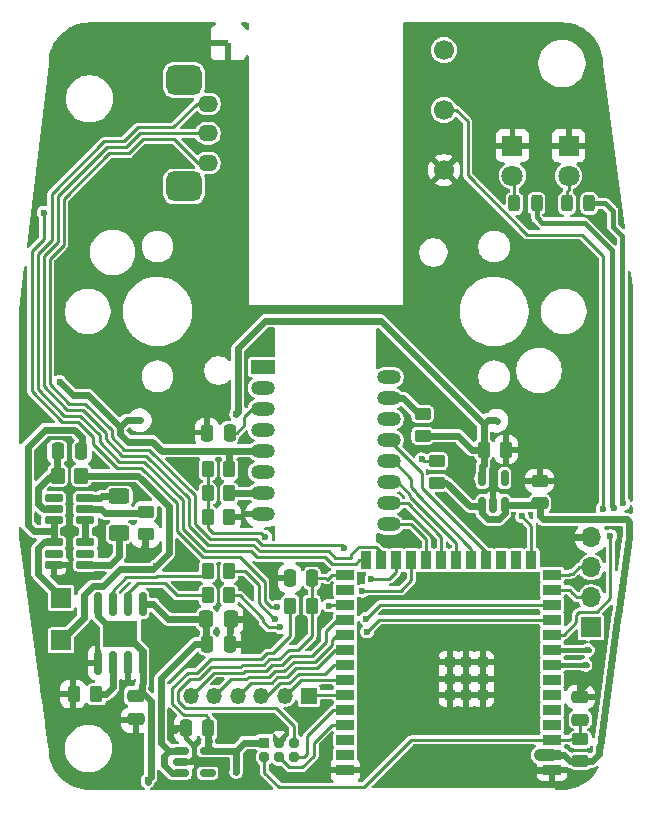
<source format=gbr>
%TF.GenerationSoftware,KiCad,Pcbnew,9.0.1*%
%TF.CreationDate,2025-04-29T20:05:43+02:00*%
%TF.ProjectId,Trackball,54726163-6b62-4616-9c6c-2e6b69636164,rev?*%
%TF.SameCoordinates,Original*%
%TF.FileFunction,Copper,L1,Top*%
%TF.FilePolarity,Positive*%
%FSLAX46Y46*%
G04 Gerber Fmt 4.6, Leading zero omitted, Abs format (unit mm)*
G04 Created by KiCad (PCBNEW 9.0.1) date 2025-04-29 20:05:43*
%MOMM*%
%LPD*%
G01*
G04 APERTURE LIST*
G04 Aperture macros list*
%AMRoundRect*
0 Rectangle with rounded corners*
0 $1 Rounding radius*
0 $2 $3 $4 $5 $6 $7 $8 $9 X,Y pos of 4 corners*
0 Add a 4 corners polygon primitive as box body*
4,1,4,$2,$3,$4,$5,$6,$7,$8,$9,$2,$3,0*
0 Add four circle primitives for the rounded corners*
1,1,$1+$1,$2,$3*
1,1,$1+$1,$4,$5*
1,1,$1+$1,$6,$7*
1,1,$1+$1,$8,$9*
0 Add four rect primitives between the rounded corners*
20,1,$1+$1,$2,$3,$4,$5,0*
20,1,$1+$1,$4,$5,$6,$7,0*
20,1,$1+$1,$6,$7,$8,$9,0*
20,1,$1+$1,$8,$9,$2,$3,0*%
G04 Aperture macros list end*
%TA.AperFunction,SMDPad,CuDef*%
%ADD10RoundRect,0.250000X0.450000X-0.262500X0.450000X0.262500X-0.450000X0.262500X-0.450000X-0.262500X0*%
%TD*%
%TA.AperFunction,SMDPad,CuDef*%
%ADD11RoundRect,0.250000X0.262500X0.450000X-0.262500X0.450000X-0.262500X-0.450000X0.262500X-0.450000X0*%
%TD*%
%TA.AperFunction,SMDPad,CuDef*%
%ADD12RoundRect,0.250000X-0.250000X-0.475000X0.250000X-0.475000X0.250000X0.475000X-0.250000X0.475000X0*%
%TD*%
%TA.AperFunction,SMDPad,CuDef*%
%ADD13RoundRect,0.250000X-0.475000X0.250000X-0.475000X-0.250000X0.475000X-0.250000X0.475000X0.250000X0*%
%TD*%
%TA.AperFunction,ComponentPad*%
%ADD14R,2.000000X1.200000*%
%TD*%
%TA.AperFunction,ComponentPad*%
%ADD15O,2.000000X1.200000*%
%TD*%
%TA.AperFunction,SMDPad,CuDef*%
%ADD16RoundRect,0.250000X0.250000X0.475000X-0.250000X0.475000X-0.250000X-0.475000X0.250000X-0.475000X0*%
%TD*%
%TA.AperFunction,ComponentPad*%
%ADD17R,0.950000X0.950000*%
%TD*%
%TA.AperFunction,ComponentPad*%
%ADD18C,0.950000*%
%TD*%
%TA.AperFunction,ComponentPad*%
%ADD19R,1.350000X1.350000*%
%TD*%
%TA.AperFunction,ComponentPad*%
%ADD20O,1.350000X1.350000*%
%TD*%
%TA.AperFunction,ComponentPad*%
%ADD21C,1.700000*%
%TD*%
%TA.AperFunction,SMDPad,CuDef*%
%ADD22RoundRect,0.150000X0.150000X-0.825000X0.150000X0.825000X-0.150000X0.825000X-0.150000X-0.825000X0*%
%TD*%
%TA.AperFunction,HeatsinkPad*%
%ADD23R,3.000000X2.290000*%
%TD*%
%TA.AperFunction,ComponentPad*%
%ADD24R,1.800000X1.800000*%
%TD*%
%TA.AperFunction,ComponentPad*%
%ADD25C,1.800000*%
%TD*%
%TA.AperFunction,ComponentPad*%
%ADD26R,1.700000X1.700000*%
%TD*%
%TA.AperFunction,ComponentPad*%
%ADD27O,1.700000X1.700000*%
%TD*%
%TA.AperFunction,SMDPad,CuDef*%
%ADD28RoundRect,0.150000X0.150000X-0.512500X0.150000X0.512500X-0.150000X0.512500X-0.150000X-0.512500X0*%
%TD*%
%TA.AperFunction,SMDPad,CuDef*%
%ADD29R,1.500000X0.900000*%
%TD*%
%TA.AperFunction,SMDPad,CuDef*%
%ADD30R,0.900000X1.500000*%
%TD*%
%TA.AperFunction,SMDPad,CuDef*%
%ADD31R,0.900000X0.900000*%
%TD*%
%TA.AperFunction,SMDPad,CuDef*%
%ADD32RoundRect,0.250000X-0.625000X0.400000X-0.625000X-0.400000X0.625000X-0.400000X0.625000X0.400000X0*%
%TD*%
%TA.AperFunction,SMDPad,CuDef*%
%ADD33RoundRect,0.162500X-0.617500X-0.162500X0.617500X-0.162500X0.617500X0.162500X-0.617500X0.162500X0*%
%TD*%
%TA.AperFunction,SMDPad,CuDef*%
%ADD34RoundRect,0.150000X-0.512500X-0.150000X0.512500X-0.150000X0.512500X0.150000X-0.512500X0.150000X0*%
%TD*%
%TA.AperFunction,SMDPad,CuDef*%
%ADD35RoundRect,0.250000X-0.262500X-0.450000X0.262500X-0.450000X0.262500X0.450000X-0.262500X0.450000X0*%
%TD*%
%TA.AperFunction,SMDPad,CuDef*%
%ADD36RoundRect,0.162500X0.617500X0.162500X-0.617500X0.162500X-0.617500X-0.162500X0.617500X-0.162500X0*%
%TD*%
%TA.AperFunction,SMDPad,CuDef*%
%ADD37RoundRect,0.243750X-0.243750X-0.456250X0.243750X-0.456250X0.243750X0.456250X-0.243750X0.456250X0*%
%TD*%
%TA.AperFunction,ComponentPad*%
%ADD38RoundRect,0.625000X0.875000X-0.625000X0.875000X0.625000X-0.875000X0.625000X-0.875000X-0.625000X0*%
%TD*%
%TA.AperFunction,ComponentPad*%
%ADD39O,1.700000X1.400000*%
%TD*%
%TA.AperFunction,SMDPad,CuDef*%
%ADD40RoundRect,0.250000X0.350000X0.450000X-0.350000X0.450000X-0.350000X-0.450000X0.350000X-0.450000X0*%
%TD*%
%TA.AperFunction,SMDPad,CuDef*%
%ADD41RoundRect,0.250000X-0.337500X-0.475000X0.337500X-0.475000X0.337500X0.475000X-0.337500X0.475000X0*%
%TD*%
%TA.AperFunction,ViaPad*%
%ADD42C,0.600000*%
%TD*%
%TA.AperFunction,Conductor*%
%ADD43C,0.400000*%
%TD*%
%TA.AperFunction,Conductor*%
%ADD44C,0.600000*%
%TD*%
%TA.AperFunction,Conductor*%
%ADD45C,0.254000*%
%TD*%
%TA.AperFunction,Conductor*%
%ADD46C,1.000000*%
%TD*%
G04 APERTURE END LIST*
D10*
%TO.P,R6,1*%
%TO.N,GND*%
X-15250000Y-46312500D03*
%TO.P,R6,2*%
%TO.N,/CS_DW01*%
X-15250000Y-44487500D03*
%TD*%
D11*
%TO.P,R5,1*%
%TO.N,/PROG_TP40*%
X-19487500Y-59900000D03*
%TO.P,R5,2*%
%TO.N,GND*%
X-21312500Y-59900000D03*
%TD*%
D12*
%TO.P,C9,1*%
%TO.N,/VCC_DW01*%
X-22650000Y-39350000D03*
%TO.P,C9,2*%
%TO.N,BAT-*%
X-20750000Y-39350000D03*
%TD*%
D13*
%TO.P,C7,1*%
%TO.N,+5V*%
X-16100000Y-60100000D03*
%TO.P,C7,2*%
%TO.N,GND*%
X-16100000Y-62000000D03*
%TD*%
D14*
%TO.P,U2,1,NC*%
%TO.N,unconnected-(U2-NC-Pad1)*%
X-5350000Y-32185000D03*
D15*
%TO.P,U2,2,NC*%
%TO.N,unconnected-(U2-NC-Pad2)*%
X-5350000Y-33965000D03*
%TO.P,U2,3,VDDPIX*%
%TO.N,Net-(U2-VDDPIX)*%
X-5350000Y-35745000D03*
%TO.P,U2,4,VDD*%
%TO.N,+1V8*%
X-5350000Y-37525000D03*
%TO.P,U2,5,VDDIO*%
%TO.N,+3V3*%
X-5350000Y-39305000D03*
%TO.P,U2,6,NC*%
%TO.N,unconnected-(U2-NC-Pad6)*%
X-5350000Y-41085000D03*
%TO.P,U2,7,NRESET*%
%TO.N,Net-(U2-NRESET)*%
X-5350000Y-42865000D03*
%TO.P,U2,8,GND*%
%TO.N,GND*%
X-5350000Y-44645000D03*
%TO.P,U2,9,MOTION*%
%TO.N,MOTION*%
X5350000Y-45535000D03*
%TO.P,U2,10,SCLK*%
%TO.N,SCLK*%
X5350000Y-43755000D03*
%TO.P,U2,11,MOSI*%
%TO.N,MOSI*%
X5350000Y-41975000D03*
%TO.P,U2,12,MISO*%
%TO.N,MISO*%
X5350000Y-40195000D03*
%TO.P,U2,13,NCS*%
%TO.N,NCS*%
X5350000Y-38415000D03*
%TO.P,U2,14,NC*%
%TO.N,unconnected-(U2-NC-Pad14)*%
X5350000Y-36635000D03*
%TO.P,U2,15,LED_P*%
%TO.N,Net-(U2-LED_P)*%
X5350000Y-34855000D03*
%TO.P,U2,16,NC*%
%TO.N,unconnected-(U2-NC-Pad16)*%
X5350000Y-33075000D03*
%TD*%
D16*
%TO.P,C4,1*%
%TO.N,+3V3*%
X-9950000Y-62800000D03*
%TO.P,C4,2*%
%TO.N,GND*%
X-11850000Y-62800000D03*
%TD*%
D17*
%TO.P,J3,1,Pin_1*%
%TO.N,+3V3*%
X-5200000Y-64000000D03*
D18*
%TO.P,J3,2,Pin_2*%
%TO.N,GND*%
X-3950000Y-64000000D03*
%TO.P,J3,3,Pin_3*%
%TO.N,GPIO0*%
X-2700000Y-64000000D03*
%TO.P,J3,4,Pin_4*%
%TO.N,EN*%
X-5200000Y-65250000D03*
%TO.P,J3,5,Pin_5*%
%TO.N,TX*%
X-3950000Y-65250000D03*
%TO.P,J3,6,Pin_6*%
%TO.N,RX*%
X-2700000Y-65250000D03*
%TD*%
D19*
%TO.P,J4,1,Pin_1*%
%TO.N,GPIO42*%
X-1450000Y-60050000D03*
D20*
%TO.P,J4,2,Pin_2*%
%TO.N,GPIO41*%
X-3450001Y-60049999D03*
%TO.P,J4,3,Pin_3*%
%TO.N,GPIO40*%
X-5450000Y-60050000D03*
%TO.P,J4,4,Pin_4*%
%TO.N,GPIO39*%
X-7450001Y-60049999D03*
%TO.P,J4,5,Pin_5*%
%TO.N,GPIO38*%
X-9450000Y-60050000D03*
%TO.P,J4,6,Pin_6*%
%TO.N,GPIO37*%
X-11450000Y-60050001D03*
%TD*%
D21*
%TO.P,SW4,1*%
%TO.N,GND*%
X10000000Y-15530000D03*
%TO.P,SW4,2*%
%TO.N,CenterClick*%
X10000000Y-10450000D03*
%TO.P,SW4,3*%
%TO.N,N/C*%
X10000000Y-5370000D03*
%TD*%
D12*
%TO.P,C6,1*%
%TO.N,GND*%
X-3062500Y-50100000D03*
%TO.P,C6,2*%
%TO.N,GPIO0*%
X-1162500Y-50100000D03*
%TD*%
D22*
%TO.P,U5,1,TEMP*%
%TO.N,GND*%
X-19305000Y-57255000D03*
%TO.P,U5,2,PROG*%
%TO.N,/PROG_TP40*%
X-18035000Y-57255000D03*
%TO.P,U5,3,GND*%
%TO.N,GND*%
X-16765000Y-57255000D03*
%TO.P,U5,4,VCC*%
%TO.N,+5V*%
X-15495000Y-57255000D03*
%TO.P,U5,5,BAT*%
%TO.N,BAT+*%
X-15495000Y-52305000D03*
%TO.P,U5,6,~{STDBY}*%
%TO.N,Net-(U5-~{STDBY})*%
X-16765000Y-52305000D03*
%TO.P,U5,7,~{CHRG}*%
%TO.N,Net-(U5-~{CHRG})*%
X-18035000Y-52305000D03*
%TO.P,U5,8,CE*%
%TO.N,+5V*%
X-19305000Y-52305000D03*
D23*
%TO.P,U5,9,PP*%
X-17400000Y-54780000D03*
%TD*%
D24*
%TO.P,D102,1*%
%TO.N,GND*%
X15800000Y-13460000D03*
D25*
%TO.P,D102,2*%
%TO.N,Net-(D102-Pad2)*%
X15800000Y-16000000D03*
%TD*%
D12*
%TO.P,C3,1*%
%TO.N,BAT+*%
X-10050000Y-55650000D03*
%TO.P,C3,2*%
%TO.N,GND*%
X-8150000Y-55650000D03*
%TD*%
D26*
%TO.P,J7,1,Pin_1*%
%TO.N,BAT-*%
X-22400000Y-51750000D03*
%TD*%
%TO.P,J1,1,Pin_1*%
%TO.N,+5V*%
X22450000Y-54250000D03*
D27*
%TO.P,J1,2,Pin_2*%
%TO.N,D-*%
X22450000Y-51710000D03*
%TO.P,J1,3,Pin_3*%
%TO.N,D+*%
X22450000Y-49170000D03*
%TO.P,J1,4,Pin_4*%
%TO.N,GND*%
X22450000Y-46630000D03*
%TD*%
D16*
%TO.P,C104,1*%
%TO.N,Net-(U2-VDDPIX)*%
X-8150000Y-37750000D03*
%TO.P,C104,2*%
%TO.N,GND*%
X-10050000Y-37750000D03*
%TD*%
D28*
%TO.P,U1,1,IN*%
%TO.N,+3V3*%
X13237500Y-43887500D03*
%TO.P,U1,2,GND*%
%TO.N,GND*%
X14187500Y-43887500D03*
%TO.P,U1,3,EN*%
%TO.N,+3V3*%
X15137500Y-43887500D03*
%TO.P,U1,4,NC*%
%TO.N,unconnected-(U1-NC-Pad4)*%
X15137500Y-41612500D03*
%TO.P,U1,5,OUT*%
%TO.N,+1V8*%
X13237500Y-41612500D03*
%TD*%
D29*
%TO.P,U4,1,GND*%
%TO.N,GND*%
X19150000Y-66320000D03*
%TO.P,U4,2,3V3*%
%TO.N,+3V3*%
X19150000Y-65050000D03*
%TO.P,U4,3,EN*%
%TO.N,EN*%
X19150000Y-63780000D03*
%TO.P,U4,4,GPIO4/TOUCH4/ADC1_CH3*%
%TO.N,unconnected-(U4-GPIO4{slash}TOUCH4{slash}ADC1_CH3-Pad4)*%
X19150000Y-62510000D03*
%TO.P,U4,5,GPIO5/TOUCH5/ADC1_CH4*%
%TO.N,unconnected-(U4-GPIO5{slash}TOUCH5{slash}ADC1_CH4-Pad5)*%
X19150000Y-61240000D03*
%TO.P,U4,6,GPIO6/TOUCH6/ADC1_CH5*%
%TO.N,unconnected-(U4-GPIO6{slash}TOUCH6{slash}ADC1_CH5-Pad6)*%
X19150000Y-59970000D03*
%TO.P,U4,7,GPIO7/TOUCH7/ADC1_CH6*%
%TO.N,CenterClick*%
X19150000Y-58700000D03*
%TO.P,U4,8,GPIO15/U0RTS/ADC2_CH4/XTAL_32K_P*%
%TO.N,LED2*%
X19150000Y-57430000D03*
%TO.P,U4,9,GPIO16/U0CTS/ADC2_CH5/XTAL_32K_N*%
%TO.N,LED1*%
X19150000Y-56160000D03*
%TO.P,U4,10,GPIO17/U1TXD/ADC2_CH6*%
%TO.N,unconnected-(U4-GPIO17{slash}U1TXD{slash}ADC2_CH6-Pad10)*%
X19150000Y-54890000D03*
%TO.P,U4,11,GPIO18/U1RXD/ADC2_CH7/CLK_OUT3*%
%TO.N,STDBY*%
X19150000Y-53620000D03*
%TO.P,U4,12,GPIO8/TOUCH8/ADC1_CH7/SUBSPICS1*%
%TO.N,CHRG*%
X19150000Y-52350000D03*
%TO.P,U4,13,GPIO19/U1RTS/ADC2_CH8/CLK_OUT2/USB_D-*%
%TO.N,D-*%
X19150000Y-51080000D03*
%TO.P,U4,14,GPIO20/U1CTS/ADC2_CH9/CLK_OUT1/USB_D+*%
%TO.N,D+*%
X19150000Y-49810000D03*
D30*
%TO.P,U4,15,GPIO3/TOUCH3/ADC1_CH2*%
%TO.N,rightClick*%
X17385000Y-48560000D03*
%TO.P,U4,16,GPIO46*%
%TO.N,unconnected-(U4-GPIO46-Pad16)*%
X16115000Y-48560000D03*
%TO.P,U4,17,GPIO9/TOUCH9/ADC1_CH8/FSPIHD/SUBSPIHD*%
%TO.N,unconnected-(U4-GPIO9{slash}TOUCH9{slash}ADC1_CH8{slash}FSPIHD{slash}SUBSPIHD-Pad17)*%
X14845000Y-48560000D03*
%TO.P,U4,18,GPIO10/TOUCH10/ADC1_CH9/FSPICS0/FSPIIO4/SUBSPICS0*%
%TO.N,NCS*%
X13575000Y-48560000D03*
%TO.P,U4,19,GPIO11/TOUCH11/ADC2_CH0/FSPID/FSPIIO5/SUBSPID*%
%TO.N,MISO*%
X12305000Y-48560000D03*
%TO.P,U4,20,GPIO12/TOUCH12/ADC2_CH1/FSPICLK/FSPIIO6/SUBSPICLK*%
%TO.N,MOSI*%
X11035000Y-48560000D03*
%TO.P,U4,21,GPIO13/TOUCH13/ADC2_CH2/FSPIQ/FSPIIO7/SUBSPIQ*%
%TO.N,SCLK*%
X9765000Y-48560000D03*
%TO.P,U4,22,GPIO14/TOUCH14/ADC2_CH3/FSPIWP/FSPIDQS/SUBSPIWP*%
%TO.N,MOTION*%
X8495000Y-48560000D03*
%TO.P,U4,23,GPIO21*%
%TO.N,Sensor_RST*%
X7225000Y-48560000D03*
%TO.P,U4,24,GPIO47/SPICLK_P/SUBSPICLK_P_DIFF*%
%TO.N,encA*%
X5955000Y-48560000D03*
%TO.P,U4,25,GPIO48/SPICLK_N/SUBSPICLK_N_DIFF*%
%TO.N,encB*%
X4685000Y-48560000D03*
%TO.P,U4,26,GPIO45*%
%TO.N,encC*%
X3415000Y-48560000D03*
D29*
%TO.P,U4,27,GPIO0/BOOT*%
%TO.N,GPIO0*%
X1650000Y-49810000D03*
%TO.P,U4,28,SPIIO6/GPIO35/FSPID/SUBSPID*%
%TO.N,unconnected-(U4-SPIIO6{slash}GPIO35{slash}FSPID{slash}SUBSPID-Pad28)*%
X1650000Y-51080000D03*
%TO.P,U4,29,SPIIO7/GPIO36/FSPICLK/SUBSPICLK*%
%TO.N,leftClick*%
X1650000Y-52350000D03*
%TO.P,U4,30,SPIDQS/GPIO37/FSPIQ/SUBSPIQ*%
%TO.N,GPIO37*%
X1650000Y-53620000D03*
%TO.P,U4,31,GPIO38/FSPIWP/SUBSPIWP*%
%TO.N,GPIO38*%
X1650000Y-54890000D03*
%TO.P,U4,32,MTCK/GPIO39/CLK_OUT3/SUBSPICS1*%
%TO.N,GPIO39*%
X1650000Y-56160000D03*
%TO.P,U4,33,MTDO/GPIO40/CLK_OUT2*%
%TO.N,GPIO40*%
X1650000Y-57430000D03*
%TO.P,U4,34,MTDI/GPIO41/CLK_OUT1*%
%TO.N,GPIO41*%
X1650000Y-58700000D03*
%TO.P,U4,35,MTMS/GPIO42*%
%TO.N,GPIO42*%
X1650000Y-59970000D03*
%TO.P,U4,36,U0RXD/GPIO44/CLK_OUT2*%
%TO.N,RX*%
X1650000Y-61240000D03*
%TO.P,U4,37,U0TXD/GPIO43/CLK_OUT1*%
%TO.N,TX*%
X1650000Y-62510000D03*
%TO.P,U4,38,GPIO2/TOUCH2/ADC1_CH1*%
%TO.N,unconnected-(U4-GPIO2{slash}TOUCH2{slash}ADC1_CH1-Pad38)*%
X1650000Y-63780000D03*
%TO.P,U4,39,GPIO1/TOUCH1/ADC1_CH0*%
%TO.N,unconnected-(U4-GPIO1{slash}TOUCH1{slash}ADC1_CH0-Pad39)*%
X1650000Y-65050000D03*
%TO.P,U4,40,GND*%
%TO.N,GND*%
X1650000Y-66320000D03*
D31*
%TO.P,U4,41,GND*%
X13300000Y-60000000D03*
X13300000Y-58600000D03*
X13300000Y-57200000D03*
X13300000Y-57200000D03*
X11900000Y-60000000D03*
X11900000Y-60000000D03*
X11900000Y-58600000D03*
X11900000Y-57200000D03*
X10500000Y-60000000D03*
X10500000Y-58600000D03*
X10500000Y-57200000D03*
%TD*%
D11*
%TO.P,R108,1*%
%TO.N,GND*%
X-8187500Y-44900000D03*
%TO.P,R108,2*%
%TO.N,Sensor_RST*%
X-10012500Y-44900000D03*
%TD*%
D10*
%TO.P,R102,1*%
%TO.N,+3V3*%
X9400000Y-42012500D03*
%TO.P,R102,2*%
%TO.N,MISO*%
X9400000Y-40187500D03*
%TD*%
D24*
%TO.P,D101,1*%
%TO.N,GND*%
X20550000Y-13480000D03*
D25*
%TO.P,D101,2*%
%TO.N,Net-(D101-Pad2)*%
X20550000Y-16020000D03*
%TD*%
D32*
%TO.P,R7,1*%
%TO.N,/OC*%
X-17500000Y-43150000D03*
%TO.P,R7,2*%
%TO.N,/G2*%
X-17500000Y-46250000D03*
%TD*%
D33*
%TO.P,U7,1,S1*%
%TO.N,BAT-*%
X-23050000Y-47050000D03*
%TO.P,U7,2,D1D2*%
%TO.N,unconnected-(U7-D1D2-Pad2)*%
X-23050000Y-48000000D03*
%TO.P,U7,3,S2*%
%TO.N,GND*%
X-23050000Y-48950000D03*
%TO.P,U7,4,G2*%
%TO.N,/G2*%
X-20350000Y-48950000D03*
%TO.P,U7,5,D1D2*%
%TO.N,unconnected-(U7-D1D2-Pad5)*%
X-20350000Y-48000000D03*
%TO.P,U7,6,G1*%
%TO.N,/G1*%
X-20350000Y-47050000D03*
%TD*%
D34*
%TO.P,U3,1,IN*%
%TO.N,BAT+*%
X-12287500Y-64687500D03*
%TO.P,U3,2,GND*%
%TO.N,GND*%
X-12287500Y-65637500D03*
%TO.P,U3,3,EN*%
%TO.N,BAT+*%
X-12287500Y-66587500D03*
%TO.P,U3,4,NC*%
%TO.N,unconnected-(U3-NC-Pad4)*%
X-10012500Y-66587500D03*
%TO.P,U3,5,OUT*%
%TO.N,+3V3*%
X-10012500Y-64687500D03*
%TD*%
D35*
%TO.P,R107,1*%
%TO.N,Sensor_RST*%
X-10012500Y-42900000D03*
%TO.P,R107,2*%
%TO.N,Net-(U2-NRESET)*%
X-8187500Y-42900000D03*
%TD*%
D36*
%TO.P,U6,1,OD*%
%TO.N,/G1*%
X-20350000Y-45200000D03*
%TO.P,U6,2,CS*%
%TO.N,/CS_DW01*%
X-20350000Y-44250000D03*
%TO.P,U6,3,OC*%
%TO.N,/OC*%
X-20350000Y-43300000D03*
%TO.P,U6,4,TD*%
%TO.N,unconnected-(U6-TD-Pad4)*%
X-23050000Y-43300000D03*
%TO.P,U6,5,VCC*%
%TO.N,/VCC_DW01*%
X-23050000Y-44250000D03*
%TO.P,U6,6,GND*%
%TO.N,BAT-*%
X-23050000Y-45200000D03*
%TD*%
D11*
%TO.P,R3,1*%
%TO.N,CHRG*%
X-8187500Y-49500000D03*
%TO.P,R3,2*%
%TO.N,Net-(U5-~{CHRG})*%
X-10012500Y-49500000D03*
%TD*%
D12*
%TO.P,C2,1*%
%TO.N,+1V8*%
X13350000Y-39200000D03*
%TO.P,C2,2*%
%TO.N,GND*%
X15250000Y-39200000D03*
%TD*%
D37*
%TO.P,R106,1*%
%TO.N,Net-(D102-Pad2)*%
X15962500Y-18350000D03*
%TO.P,R106,2*%
%TO.N,LED1*%
X17837500Y-18350000D03*
%TD*%
D38*
%TO.P,SW3,4*%
%TO.N,N/C*%
X-12000000Y-16920000D03*
X-12000000Y-7920000D03*
D39*
%TO.P,SW3,A,A*%
%TO.N,encA*%
X-10000000Y-14920000D03*
%TO.P,SW3,B,B*%
%TO.N,encB*%
X-10000000Y-12420000D03*
%TO.P,SW3,C,C*%
%TO.N,encC*%
X-10000000Y-9920000D03*
%TD*%
D13*
%TO.P,C1,1*%
%TO.N,GND*%
X18100000Y-41850000D03*
%TO.P,C1,2*%
%TO.N,+3V3*%
X18100000Y-43750000D03*
%TD*%
D10*
%TO.P,R101,1*%
%TO.N,+1V8*%
X8200000Y-38012500D03*
%TO.P,R101,2*%
%TO.N,Net-(U2-LED_P)*%
X8200000Y-36187500D03*
%TD*%
D37*
%TO.P,R105,1*%
%TO.N,Net-(D101-Pad2)*%
X20425000Y-18350000D03*
%TO.P,R105,2*%
%TO.N,LED2*%
X22300000Y-18350000D03*
%TD*%
D13*
%TO.P,C5,1*%
%TO.N,GND*%
X21550000Y-60150000D03*
%TO.P,C5,2*%
%TO.N,EN*%
X21550000Y-62050000D03*
%TD*%
D40*
%TO.P,R8,1*%
%TO.N,BAT+*%
X-20700000Y-41400000D03*
%TO.P,R8,2*%
%TO.N,/VCC_DW01*%
X-22700000Y-41400000D03*
%TD*%
D41*
%TO.P,C8,1*%
%TO.N,BAT+*%
X-10137500Y-53550000D03*
%TO.P,C8,2*%
%TO.N,GND*%
X-8062500Y-53550000D03*
%TD*%
D10*
%TO.P,R1,1*%
%TO.N,+3V3*%
X21550000Y-65562500D03*
%TO.P,R1,2*%
%TO.N,EN*%
X21550000Y-63737500D03*
%TD*%
D35*
%TO.P,R2,1*%
%TO.N,+3V3*%
X-3012500Y-52400000D03*
%TO.P,R2,2*%
%TO.N,GPIO0*%
X-1187500Y-52400000D03*
%TD*%
D26*
%TO.P,J10,1,Pin_1*%
%TO.N,BAT+*%
X-22400000Y-55350000D03*
%TD*%
D35*
%TO.P,R109,1*%
%TO.N,Sensor_RST*%
X-10012500Y-40850000D03*
%TO.P,R109,2*%
%TO.N,+3V3*%
X-8187500Y-40850000D03*
%TD*%
D11*
%TO.P,R4,1*%
%TO.N,STDBY*%
X-8187500Y-51550000D03*
%TO.P,R4,2*%
%TO.N,Net-(U5-~{STDBY})*%
X-10012500Y-51550000D03*
%TD*%
D42*
%TO.N,GND*%
X17070000Y-6135000D03*
X12450000Y-30775000D03*
X-10650000Y-29235000D03*
X6290000Y-63115000D03*
X-18350000Y-30775000D03*
X-13730000Y-10755000D03*
X-21430000Y-56955000D03*
X7830000Y-12295000D03*
X15530000Y-7675000D03*
X-12190000Y-30775000D03*
X4750000Y-64655000D03*
X3210000Y-56955000D03*
X9370000Y-60035000D03*
X4750000Y-63115000D03*
X17070000Y-7675000D03*
X10910000Y-26155000D03*
X-15270000Y-7675000D03*
X6290000Y-56955000D03*
X15530000Y-30775000D03*
X-19890000Y-19995000D03*
X20150000Y-35395000D03*
X-15270000Y-16915000D03*
X-9110000Y-18455000D03*
X12450000Y-23075000D03*
X13990000Y-9215000D03*
X4750000Y-58495000D03*
X21690000Y-32315000D03*
X-12800000Y-62900000D03*
X-19890000Y-61575000D03*
X13990000Y-13835000D03*
X21690000Y-30775000D03*
X18610000Y-13835000D03*
X-10650000Y-19995000D03*
X13990000Y-15375000D03*
X18610000Y-15375000D03*
X-9110000Y-30775000D03*
X20150000Y-41555000D03*
X7830000Y-24615000D03*
X10910000Y-64655000D03*
X15530000Y-55415000D03*
X-7570000Y-12295000D03*
X-16810000Y-32315000D03*
X-7570000Y-23075000D03*
X18610000Y-46175000D03*
X7830000Y-64655000D03*
X-21430000Y-19995000D03*
X9370000Y-26155000D03*
X7830000Y-15375000D03*
X130000Y-64655000D03*
X6290000Y-58495000D03*
X-12190000Y-52335000D03*
X17070000Y-56955000D03*
X15530000Y-56955000D03*
X21690000Y-35395000D03*
X9370000Y-12295000D03*
X-7570000Y-15375000D03*
X10910000Y-24615000D03*
X15530000Y-58495000D03*
X15530000Y-35395000D03*
X13990000Y-30775000D03*
X9370000Y-27695000D03*
X-22970000Y-58495000D03*
X17070000Y-61575000D03*
X-7570000Y-13835000D03*
X-10650000Y-23075000D03*
X10910000Y-16915000D03*
X-22970000Y-12295000D03*
X13990000Y-46175000D03*
X7830000Y-19995000D03*
X15530000Y-60035000D03*
X10910000Y-21535000D03*
X17070000Y-10755000D03*
X7830000Y-9215000D03*
X-13730000Y-35395000D03*
X-16810000Y-64655000D03*
X-10650000Y-21535000D03*
X4750000Y-60035000D03*
X18610000Y-40015000D03*
X-18350000Y-16915000D03*
X10910000Y-36935000D03*
X9370000Y-18455000D03*
X-7570000Y-19995000D03*
X13990000Y-12295000D03*
X3210000Y-64655000D03*
X20150000Y-38475000D03*
X10910000Y-30775000D03*
X7830000Y-26155000D03*
X-7570000Y-9215000D03*
X7830000Y-6135000D03*
X-10650000Y-24615000D03*
X7830000Y-61575000D03*
X4750000Y-55415000D03*
X3210000Y-58495000D03*
X-10650000Y-32315000D03*
X20150000Y-40015000D03*
X-19890000Y-12295000D03*
X-16810000Y-10755000D03*
X13990000Y-55415000D03*
X-16810000Y-9215000D03*
X7830000Y-18455000D03*
X10910000Y-13835000D03*
X-7570000Y-27695000D03*
X13990000Y-61575000D03*
X-15270000Y-9215000D03*
X15530000Y-9215000D03*
X-12190000Y-24615000D03*
X12450000Y-33855000D03*
X10910000Y-23075000D03*
X-15270000Y-35395000D03*
X3210000Y-60035000D03*
X-7570000Y-18455000D03*
X-15270000Y-30775000D03*
X-18350000Y-12295000D03*
X9370000Y-13835000D03*
X12450000Y-18455000D03*
X-12190000Y-32315000D03*
X12450000Y-7675000D03*
X23230000Y-13835000D03*
X23230000Y-12295000D03*
X-9110000Y-26155000D03*
X15530000Y-6135000D03*
X-13730000Y-36935000D03*
X-6450000Y-65350000D03*
X9370000Y-19995000D03*
X-12190000Y-21535000D03*
X-9110000Y-23075000D03*
X20150000Y-10755000D03*
X-16810000Y-35395000D03*
X6290000Y-61575000D03*
X-16810000Y-7675000D03*
X21690000Y-36935000D03*
X18610000Y-47715000D03*
X12450000Y-6135000D03*
X7830000Y-16915000D03*
X12450000Y-64655000D03*
X-22970000Y-13835000D03*
X-12190000Y-19995000D03*
X13990000Y-64655000D03*
X-15270000Y-19995000D03*
X21690000Y-33855000D03*
X7830000Y-33855000D03*
X-7570000Y-10755000D03*
X21690000Y-43095000D03*
X6290000Y-55415000D03*
X3210000Y-61575000D03*
X23230000Y-16915000D03*
X-15270000Y-18455000D03*
X21690000Y-38475000D03*
X9370000Y-61575000D03*
X7830000Y-29235000D03*
X-21800000Y-49800000D03*
X18610000Y-16915000D03*
X-22970000Y-53875000D03*
X-9110000Y-21535000D03*
X-19890000Y-55415000D03*
X20150000Y-30775000D03*
X-10650000Y-26155000D03*
X-16810000Y-30775000D03*
X-7570000Y-16915000D03*
X21690000Y-10755000D03*
X7830000Y-13835000D03*
X9370000Y-29235000D03*
X12450000Y-19995000D03*
X17070000Y-24615000D03*
X17070000Y-60035000D03*
X-12190000Y-35395000D03*
X-10650000Y-27695000D03*
X20150000Y-36935000D03*
X-21430000Y-58495000D03*
X12450000Y-32315000D03*
X-15270000Y-15375000D03*
X17070000Y-50795000D03*
X7830000Y-60035000D03*
X-9110000Y-7675000D03*
X-9110000Y-16915000D03*
X-7570000Y-7675000D03*
X15530000Y-46175000D03*
X-18350000Y-33855000D03*
X13990000Y-7675000D03*
X-21430000Y-13835000D03*
X21690000Y-41555000D03*
X15530000Y-61575000D03*
X-10650000Y-33855000D03*
X-12190000Y-36935000D03*
X10910000Y-55415000D03*
X-16810000Y-33855000D03*
X-12190000Y-23075000D03*
X-9110000Y-24615000D03*
X7830000Y-56955000D03*
X-1410000Y-61575000D03*
X3210000Y-63115000D03*
X21800000Y-58350000D03*
X-21430000Y-23075000D03*
X12450000Y-61575000D03*
X9370000Y-50795000D03*
X10910000Y-7675000D03*
X-13730000Y-13835000D03*
X17070000Y-55415000D03*
X10910000Y-61575000D03*
X10910000Y-19995000D03*
X13990000Y-6135000D03*
X13990000Y-35395000D03*
X-21430000Y-61575000D03*
X15530000Y-10755000D03*
X20150000Y-43095000D03*
X-21430000Y-21535000D03*
X9370000Y-30775000D03*
X-13730000Y-19995000D03*
X-7570000Y-24615000D03*
X-9110000Y-19995000D03*
X-16810000Y-16915000D03*
X-19890000Y-24615000D03*
X9370000Y-24615000D03*
X-16810000Y-15375000D03*
X-18350000Y-32315000D03*
X9370000Y-55415000D03*
X10910000Y-18455000D03*
X23230000Y-15375000D03*
X-7570000Y-63115000D03*
X10910000Y-12295000D03*
X-22970000Y-56955000D03*
X13990000Y-50795000D03*
X10910000Y-50795000D03*
X20150000Y-33855000D03*
X13990000Y-19995000D03*
X7830000Y-55415000D03*
X10910000Y-32315000D03*
X-21430000Y-24615000D03*
X-4200000Y-50100000D03*
X-21430000Y-12295000D03*
X-9110000Y-27695000D03*
X9370000Y-58495000D03*
X-9110000Y-29235000D03*
X23150000Y-58200000D03*
X-7570000Y-26155000D03*
X12450000Y-50795000D03*
X7830000Y-7675000D03*
X10910000Y-27695000D03*
X12450000Y-9215000D03*
X-7570000Y-21535000D03*
X-15400000Y-47600000D03*
X-13730000Y-30775000D03*
X21690000Y-40015000D03*
X-10650000Y-30775000D03*
X12450000Y-55415000D03*
X-15270000Y-10755000D03*
X-15270000Y-53875000D03*
X-10050000Y-36250000D03*
X7830000Y-27695000D03*
X9370000Y-56955000D03*
X17070000Y-23075000D03*
X15530000Y-50795000D03*
X9370000Y-64655000D03*
X18610000Y-10755000D03*
X17070000Y-9215000D03*
X12450000Y-21535000D03*
X7830000Y-58495000D03*
X17070000Y-58495000D03*
X4750000Y-61575000D03*
X6290000Y-60035000D03*
X-18350000Y-61575000D03*
X10910000Y-29235000D03*
X-12190000Y-33855000D03*
X-6350000Y-54650000D03*
X4750000Y-56955000D03*
X-13730000Y-55415000D03*
X7830000Y-10755000D03*
X9370000Y-7675000D03*
X13990000Y-10755000D03*
X18610000Y-12295000D03*
X10910000Y-40015000D03*
X-22970000Y-15375000D03*
%TO.N,+3V3*%
X-7600000Y-66500000D03*
X-22550000Y-33450000D03*
X18100000Y-65050000D03*
%TO.N,+1V8*%
X-7600000Y-36200000D03*
%TO.N,MISO*%
X8100000Y-40000000D03*
%TO.N,leftClick*%
X-23900000Y-19150000D03*
X-4100000Y-52500000D03*
X250000Y-52400000D03*
%TO.N,LED2*%
X22000000Y-57430000D03*
X25200000Y-43750000D03*
%TO.N,LED1*%
X24400000Y-44150000D03*
X22200000Y-56160000D03*
%TO.N,Sensor_RST*%
X-5125000Y-46575000D03*
X3100000Y-51150000D03*
%TO.N,rightClick*%
X16600000Y-44850000D03*
%TO.N,CenterClick*%
X23450000Y-44200000D03*
X24100000Y-46500000D03*
%TO.N,encA*%
X3850000Y-50150000D03*
X1550000Y-47500000D03*
%TO.N,+5V*%
X-15100000Y-67200000D03*
%TO.N,BAT+*%
X-14600000Y-52300000D03*
X-14381540Y-49018460D03*
%TO.N,CHRG*%
X3400000Y-53500000D03*
X-4300185Y-53499691D03*
%TO.N,STDBY*%
X-3850000Y-54250000D03*
X3500000Y-54600000D03*
%TD*%
D43*
%TO.N,GND*%
X-11850000Y-63604158D02*
X-11850000Y-62800000D01*
X-11171000Y-64283158D02*
X-11850000Y-63604158D01*
D44*
X21550000Y-59550000D02*
X22125000Y-58975000D01*
D43*
X-12287500Y-65637500D02*
X-11625001Y-65637500D01*
D44*
X-6350000Y-54150000D02*
X-6350000Y-54650000D01*
D45*
X-6945000Y-44645000D02*
X-5350000Y-44645000D01*
D44*
X22450000Y-46630000D02*
X20470000Y-46630000D01*
D45*
X-3062500Y-50100000D02*
X-4200000Y-50100000D01*
D43*
X-15400000Y-46412500D02*
X-15400000Y-47600000D01*
D44*
X-8062500Y-53550000D02*
X-6950000Y-53550000D01*
X-12700000Y-62800000D02*
X-12800000Y-62900000D01*
D43*
X-21850000Y-48950000D02*
X-21800000Y-49000000D01*
D44*
X19150000Y-66320000D02*
X17470000Y-66320000D01*
D45*
X-8187500Y-44900000D02*
X-7200000Y-44900000D01*
D43*
X-11625001Y-65637500D02*
X-11171000Y-65183499D01*
D44*
X-11850000Y-62800000D02*
X-12700000Y-62800000D01*
D43*
X-21800000Y-49000000D02*
X-21800000Y-49800000D01*
D44*
X-6350000Y-54650000D02*
X-6350000Y-55200000D01*
X-6900000Y-55650000D02*
X-8150000Y-55650000D01*
X21550000Y-60150000D02*
X21550000Y-59550000D01*
X20470000Y-46630000D02*
X20125000Y-46975000D01*
D43*
X-23050000Y-48950000D02*
X-21850000Y-48950000D01*
D44*
X17470000Y-66320000D02*
X16125000Y-64975000D01*
D45*
X-10050000Y-37750000D02*
X-10050000Y-36250000D01*
D44*
X-6950000Y-53550000D02*
X-6350000Y-54150000D01*
D43*
X-11171000Y-65183499D02*
X-11171000Y-64283158D01*
D45*
X-4200000Y-50100000D02*
X-4250000Y-50150000D01*
X-7200000Y-44900000D02*
X-6945000Y-44645000D01*
D44*
X-6350000Y-55200000D02*
X-6850000Y-55700000D01*
X-6850000Y-55700000D02*
X-6900000Y-55650000D01*
D45*
%TO.N,+3V3*%
X-11707125Y-58095296D02*
X-13014000Y-59402171D01*
X-9950000Y-61900000D02*
X-9950000Y-62800000D01*
D44*
X18100000Y-44800000D02*
X18100000Y-43750000D01*
X13125000Y-44000000D02*
X13237500Y-43887500D01*
X23167828Y-64413581D02*
X23194590Y-64386819D01*
X13237500Y-44599764D02*
X13237500Y-43887500D01*
X25675000Y-46577477D02*
X25675000Y-45300000D01*
X-13884290Y-39334290D02*
X-13855000Y-39305000D01*
X15137500Y-43887500D02*
X15137500Y-44599764D01*
X21550000Y-65562500D02*
X20662500Y-65562500D01*
X12200000Y-44000000D02*
X13125000Y-44000000D01*
X23194590Y-64386819D02*
X24688352Y-53661609D01*
X-9950000Y-63850000D02*
X-9950000Y-62800000D01*
X20150000Y-65050000D02*
X19150000Y-65050000D01*
X-6900000Y-64000000D02*
X-5200000Y-64000000D01*
X23142187Y-64957813D02*
X23167828Y-64713860D01*
X-17443790Y-37274790D02*
X-17443790Y-37838950D01*
X25475000Y-45100000D02*
X18400000Y-45100000D01*
X21550000Y-65562500D02*
X22537500Y-65562500D01*
D45*
X-12017831Y-61694000D02*
X-10156000Y-61694000D01*
D44*
X17962500Y-43887500D02*
X18100000Y-43750000D01*
X14633264Y-45104000D02*
X13741736Y-45104000D01*
X-10012500Y-64687500D02*
X-7587500Y-64687500D01*
X-17443790Y-37838950D02*
X-16768739Y-38514001D01*
D46*
X19150000Y-65050000D02*
X18100000Y-65050000D01*
D44*
X-8187500Y-40850000D02*
X-8187500Y-39342500D01*
D45*
X-4990840Y-56454000D02*
X-5454840Y-56918000D01*
D44*
X-10012500Y-64012500D02*
X-9900000Y-63900000D01*
X-14704579Y-38514001D02*
X-13884290Y-39334290D01*
X-8187500Y-39342500D02*
X-8150000Y-39305000D01*
X-15750000Y-36700000D02*
X-16869000Y-36700000D01*
X22537500Y-65562500D02*
X23142187Y-64957813D01*
D45*
X-10932135Y-58095296D02*
X-11707125Y-58095296D01*
X-13014000Y-59402171D02*
X-13014000Y-60697831D01*
X-3012500Y-54964503D02*
X-4501997Y-56454000D01*
D44*
X-16768739Y-38514001D02*
X-14704579Y-38514001D01*
X-22550000Y-33500660D02*
X-21436659Y-34614001D01*
X-20104579Y-34614001D02*
X-17443790Y-37274790D01*
X-8150000Y-39305000D02*
X-5350000Y-39305000D01*
X-13855000Y-39305000D02*
X-8150000Y-39305000D01*
D45*
X-4501997Y-56454000D02*
X-4990840Y-56454000D01*
D44*
X-7587500Y-64687500D02*
X-7587500Y-66487500D01*
D45*
X-13014000Y-60697831D02*
X-12017831Y-61694000D01*
X-10156000Y-61694000D02*
X-9950000Y-61900000D01*
D44*
X10212500Y-42012500D02*
X12200000Y-44000000D01*
X25675000Y-45300000D02*
X25475000Y-45100000D01*
D45*
X-9754839Y-56918000D02*
X-10932135Y-58095296D01*
X-5454840Y-56918000D02*
X-9754839Y-56918000D01*
D44*
X23167828Y-64713860D02*
X23167828Y-64413581D01*
X-22550000Y-33450000D02*
X-22550000Y-33500660D01*
X15137500Y-44599764D02*
X14633264Y-45104000D01*
X-9900000Y-63900000D02*
X-9950000Y-63850000D01*
X24819773Y-52718007D02*
X25675000Y-46577477D01*
X20662500Y-65562500D02*
X20150000Y-65050000D01*
X-21436659Y-34614001D02*
X-20104579Y-34614001D01*
X15137500Y-43887500D02*
X17962500Y-43887500D01*
X9400000Y-42012500D02*
X10212500Y-42012500D01*
X-10012500Y-64687500D02*
X-10012500Y-64012500D01*
D45*
X-3012500Y-52400000D02*
X-3012500Y-54964503D01*
D44*
X24688352Y-53661609D02*
X24819773Y-52718007D01*
X-7587500Y-66487500D02*
X-7600000Y-66500000D01*
X18400000Y-45100000D02*
X18100000Y-44800000D01*
X-7587500Y-64687500D02*
X-6900000Y-64000000D01*
X13741736Y-45104000D02*
X13237500Y-44599764D01*
X-16869000Y-36700000D02*
X-17443790Y-37274790D01*
%TO.N,+1V8*%
X13237500Y-41612500D02*
X13237500Y-40600000D01*
X13350000Y-40487500D02*
X13237500Y-40600000D01*
X12400000Y-39200000D02*
X11212500Y-38012500D01*
X11212500Y-38012500D02*
X8200000Y-38012500D01*
X13350000Y-39200000D02*
X13350000Y-40487500D01*
X-7450000Y-35986921D02*
X-7450000Y-30600000D01*
X13350000Y-37000000D02*
X13700000Y-36650000D01*
X4650000Y-28300000D02*
X13350000Y-37000000D01*
X-7450000Y-30600000D02*
X-5150000Y-28300000D01*
X-5150000Y-28300000D02*
X4650000Y-28300000D01*
X-7600000Y-36136921D02*
X-7450000Y-35986921D01*
X13350000Y-39200000D02*
X12400000Y-39200000D01*
X13237500Y-41612500D02*
X13112500Y-41612500D01*
X14350000Y-36650000D02*
X14450000Y-36750000D01*
X13700000Y-36650000D02*
X14350000Y-36650000D01*
X-7600000Y-36200000D02*
X-7600000Y-36136921D01*
X13350000Y-37000000D02*
X13350000Y-39200000D01*
D45*
%TO.N,MISO*%
X8100000Y-40000000D02*
X8287500Y-40187500D01*
X7200000Y-42381580D02*
X7200000Y-41645000D01*
X7608000Y-42908000D02*
X7608000Y-42789580D01*
X12305000Y-48560000D02*
X12305000Y-47605000D01*
X12305000Y-47605000D02*
X7608000Y-42908000D01*
X8287500Y-40187500D02*
X9400000Y-40187500D01*
X5750000Y-40195000D02*
X5350000Y-40195000D01*
X7608000Y-42789580D02*
X7200000Y-42381580D01*
X7200000Y-41645000D02*
X5750000Y-40195000D01*
%TO.N,MOTION*%
X7235000Y-45535000D02*
X8500000Y-46800000D01*
X5350000Y-45535000D02*
X7235000Y-45535000D01*
X8495000Y-46805000D02*
X8495000Y-48560000D01*
X8500000Y-46800000D02*
X8495000Y-46805000D01*
%TO.N,SCLK*%
X9765000Y-46564656D02*
X6955344Y-43755000D01*
X6955344Y-43755000D02*
X5350000Y-43755000D01*
X9765000Y-48560000D02*
X9765000Y-46564656D01*
%TO.N,MOSI*%
X7100000Y-43000000D02*
X6075000Y-41975000D01*
X6075000Y-41975000D02*
X5350000Y-41975000D01*
X11035000Y-47116236D02*
X7100000Y-43181236D01*
X11035000Y-48560000D02*
X11035000Y-47116236D01*
X7100000Y-43181236D02*
X7100000Y-43000000D01*
%TO.N,NCS*%
X8116000Y-42416000D02*
X13575000Y-47875000D01*
X13575000Y-47875000D02*
X13575000Y-48560000D01*
X5350000Y-38415000D02*
X5357344Y-38415000D01*
X5357344Y-38415000D02*
X8116000Y-41173656D01*
X8116000Y-41173656D02*
X8116000Y-42416000D01*
%TO.N,Net-(D101-Pad2)*%
X20550000Y-16020000D02*
X20550000Y-17200000D01*
X20425000Y-17325000D02*
X20425000Y-18350000D01*
X20550000Y-17200000D02*
X20425000Y-17325000D01*
D44*
%TO.N,Net-(U2-LED_P)*%
X7887500Y-36187500D02*
X6555000Y-34855000D01*
X6555000Y-34855000D02*
X5350000Y-34855000D01*
X8200000Y-36187500D02*
X7887500Y-36187500D01*
D45*
%TO.N,Net-(U2-VDDPIX)*%
X-6900000Y-36400000D02*
X-6245000Y-35745000D01*
X-7500000Y-37750000D02*
X-6900000Y-37150000D01*
X-6900000Y-37150000D02*
X-6900000Y-36400000D01*
X-6245000Y-35745000D02*
X-5350000Y-35745000D01*
X-8150000Y-37750000D02*
X-7500000Y-37750000D01*
%TO.N,Net-(D102-Pad2)*%
X15962500Y-18350000D02*
X15962500Y-16162500D01*
X15962500Y-16162500D02*
X15800000Y-16000000D01*
D44*
%TO.N,Net-(U2-NRESET)*%
X-8187500Y-42900000D02*
X-5385000Y-42900000D01*
X-5385000Y-42900000D02*
X-5350000Y-42865000D01*
D45*
%TO.N,leftClick*%
X-19694000Y-38707080D02*
X-19694000Y-38142920D01*
X-24900000Y-34269000D02*
X-24900000Y-22400000D01*
X-15617920Y-40719000D02*
X-17682080Y-40719000D01*
X-7250000Y-48300000D02*
X-10418420Y-48300000D01*
X-22350000Y-36819000D02*
X-24900000Y-34269000D01*
X-4650000Y-52500000D02*
X-5159222Y-51990778D01*
X-5159222Y-51990778D02*
X-5159222Y-50390778D01*
X-17682080Y-40719000D02*
X-19694000Y-38707080D01*
X300000Y-52350000D02*
X250000Y-52400000D01*
X-24900000Y-22400000D02*
X-23900000Y-21400000D01*
X-23900000Y-21400000D02*
X-23900000Y-19150000D01*
X-4100000Y-52500000D02*
X-4650000Y-52500000D01*
X-21017920Y-36819000D02*
X-22350000Y-36819000D01*
X-12624000Y-43712920D02*
X-15617920Y-40719000D01*
X-10418420Y-48300000D02*
X-12624000Y-46094420D01*
X1650000Y-52350000D02*
X300000Y-52350000D01*
X-19694000Y-38142920D02*
X-21017920Y-36819000D01*
X-12624000Y-46094420D02*
X-12624000Y-43712920D01*
X-5159222Y-50390778D02*
X-7250000Y-48300000D01*
D43*
%TO.N,LED2*%
X23650000Y-18350000D02*
X22300000Y-18350000D01*
X22000000Y-57430000D02*
X22070000Y-57430000D01*
X19150000Y-57430000D02*
X22000000Y-57430000D01*
X24300000Y-20350000D02*
X24300000Y-19000000D01*
X25100000Y-21150000D02*
X24300000Y-20350000D01*
X25200000Y-43750000D02*
X25100000Y-43650000D01*
X25100000Y-43650000D02*
X25100000Y-21150000D01*
X24300000Y-19000000D02*
X23650000Y-18350000D01*
X22070000Y-57430000D02*
X22100000Y-57400000D01*
%TO.N,LED1*%
X22260000Y-56160000D02*
X22300000Y-56200000D01*
X24400000Y-44150000D02*
X24200000Y-43950000D01*
X24200000Y-43950000D02*
X24200000Y-22300000D01*
X21900000Y-20000000D02*
X18300000Y-20000000D01*
X18300000Y-20000000D02*
X17837500Y-19537500D01*
X17837500Y-19537500D02*
X17837500Y-18350000D01*
X24200000Y-22300000D02*
X21900000Y-20000000D01*
X22200000Y-56160000D02*
X22260000Y-56160000D01*
X19150000Y-56160000D02*
X22200000Y-56160000D01*
D45*
%TO.N,Sensor_RST*%
X7225000Y-48560000D02*
X7225000Y-50275000D01*
X-10012500Y-44900000D02*
X-10012500Y-45832240D01*
X6350000Y-51150000D02*
X3100000Y-51150000D01*
X7225000Y-50275000D02*
X6350000Y-51150000D01*
X-10012500Y-45832240D02*
X-9594740Y-46250000D01*
X-10012500Y-42900000D02*
X-10012500Y-44900000D01*
X-5450000Y-46250000D02*
X-5125000Y-46575000D01*
X-9594740Y-46250000D02*
X-5450000Y-46250000D01*
X-10012500Y-40850000D02*
X-10012500Y-42900000D01*
X-5125000Y-46575000D02*
X-5100000Y-46550000D01*
%TO.N,rightClick*%
X17385000Y-45635000D02*
X16600000Y-44850000D01*
X17385000Y-48560000D02*
X17385000Y-45635000D01*
%TO.N,CenterClick*%
X11050000Y-10450000D02*
X10000000Y-10450000D01*
X12000000Y-11400000D02*
X11050000Y-10450000D01*
X21459000Y-52941000D02*
X22959366Y-52941000D01*
X21219000Y-53825000D02*
X21219000Y-53181000D01*
X23450000Y-44200000D02*
X23498000Y-44152000D01*
X17022216Y-21000000D02*
X12000000Y-15977784D01*
X23498000Y-22798000D02*
X21700000Y-21000000D01*
X24100000Y-51800366D02*
X24100000Y-46500000D01*
X22959366Y-52941000D02*
X24100000Y-51800366D01*
X21219000Y-53181000D02*
X21459000Y-52941000D01*
X21700000Y-21000000D02*
X17022216Y-21000000D01*
X20154000Y-54890000D02*
X21219000Y-53825000D01*
X23498000Y-44152000D02*
X23498000Y-22798000D01*
X19150000Y-54890000D02*
X20154000Y-54890000D01*
X12000000Y-15977784D02*
X12000000Y-11400000D01*
%TO.N,encC*%
X-24392000Y-22610420D02*
X-23198000Y-21416420D01*
X-12116000Y-43502500D02*
X-15407500Y-40211000D01*
X-5813618Y-48316000D02*
X-6337618Y-47792000D01*
X-17471660Y-40211000D02*
X-19140790Y-38541870D01*
X-15912000Y-11912000D02*
X-12912000Y-11912000D01*
X3415000Y-48560000D02*
X2840000Y-48560000D01*
X-12116000Y-45884000D02*
X-12116000Y-43502500D01*
X2840000Y-48560000D02*
X2550000Y-48850000D01*
X-19140790Y-37977710D02*
X-20807500Y-36311000D01*
X-22139580Y-36311000D02*
X-24392000Y-34058580D01*
X-20807500Y-36311000D02*
X-22139580Y-36311000D01*
X-18750000Y-13100000D02*
X-17100000Y-13100000D01*
X-12912000Y-11912000D02*
X-10920000Y-9920000D01*
X-15407500Y-40211000D02*
X-17471660Y-40211000D01*
X-23198000Y-21416420D02*
X-23198000Y-17548000D01*
X500000Y-48850000D02*
X-34000Y-48316000D01*
X-23198000Y-17548000D02*
X-18750000Y-13100000D01*
X-24392000Y-34058580D02*
X-24392000Y-22610420D01*
X2550000Y-48850000D02*
X500000Y-48850000D01*
X-10920000Y-9920000D02*
X-10000000Y-9920000D01*
X-19140790Y-38541870D02*
X-19140790Y-37977710D01*
X-6337618Y-47792000D02*
X-10208000Y-47792000D01*
X-10208000Y-47792000D02*
X-12116000Y-45884000D01*
X-17100000Y-13100000D02*
X-15912000Y-11912000D01*
X-34000Y-48316000D02*
X-5813618Y-48316000D01*
%TO.N,encA*%
X-21718739Y-35295001D02*
X-23376000Y-33637740D01*
X-23376000Y-33637740D02*
X-23376000Y-23031260D01*
X-17050819Y-39195001D02*
X-18124790Y-38121030D01*
X5955000Y-49564000D02*
X5369000Y-50150000D01*
X-11100000Y-43081660D02*
X-14986659Y-39195001D01*
X5955000Y-48560000D02*
X5955000Y-49564000D01*
X-12822000Y-12928000D02*
X-10830000Y-14920000D01*
X-22182002Y-21837262D02*
X-22182002Y-17968842D01*
X5369000Y-50150000D02*
X3850000Y-50150000D01*
X-15491160Y-12928000D02*
X-12822000Y-12928000D01*
X-14986659Y-39195001D02*
X-17050819Y-39195001D01*
X1550000Y-47500000D02*
X1350000Y-47300000D01*
X-16679160Y-14116000D02*
X-15491160Y-12928000D01*
X-18329160Y-14116000D02*
X-16679160Y-14116000D01*
X-20386659Y-35295001D02*
X-21718739Y-35295001D01*
X-11100000Y-45463160D02*
X-11100000Y-43081660D01*
X-9805160Y-46758000D02*
X-11100000Y-45463160D01*
X-10830000Y-14920000D02*
X-10000000Y-14920000D01*
X-5934778Y-46758000D02*
X-9805160Y-46758000D01*
X-18124790Y-38121030D02*
X-18124790Y-37556870D01*
X-18124790Y-37556870D02*
X-20386659Y-35295001D01*
X-23376000Y-23031260D02*
X-22182002Y-21837262D01*
X1350000Y-47300000D02*
X-5392778Y-47300000D01*
X-22182002Y-17968842D02*
X-18329160Y-14116000D01*
X-5392778Y-47300000D02*
X-5934778Y-46758000D01*
%TO.N,encB*%
X-18539580Y-13608000D02*
X-16889580Y-13608000D01*
X-11608000Y-43292080D02*
X-15197079Y-39703001D01*
X-11608000Y-45673580D02*
X-11608000Y-43292080D01*
X4246000Y-47429000D02*
X2771000Y-47429000D01*
X4685000Y-48560000D02*
X4685000Y-47868000D01*
X-22690001Y-21626841D02*
X-22690001Y-17758421D01*
X-23884000Y-22820840D02*
X-22690001Y-21626841D01*
X266000Y-47808000D02*
X-5603198Y-47808000D01*
X-15701580Y-12420000D02*
X-10000000Y-12420000D01*
X4685000Y-47868000D02*
X4246000Y-47429000D01*
X-23884000Y-33848160D02*
X-23884000Y-22820840D01*
X-18632790Y-38331450D02*
X-18632790Y-37767290D01*
X800000Y-48342000D02*
X266000Y-47808000D01*
X-15197079Y-39703001D02*
X-17261239Y-39703001D01*
X-16889580Y-13608000D02*
X-15701580Y-12420000D01*
X2150000Y-48342000D02*
X800000Y-48342000D01*
X-5603198Y-47808000D02*
X-6145198Y-47266000D01*
X-10015580Y-47266000D02*
X-11608000Y-45673580D01*
X-6145198Y-47266000D02*
X-10015580Y-47266000D01*
X-17261239Y-39703001D02*
X-18632790Y-38331450D01*
X-22690001Y-17758421D02*
X-18539580Y-13608000D01*
X2771000Y-47429000D02*
X2150000Y-48050000D01*
X-20597080Y-35803000D02*
X-21017921Y-35803001D01*
X-21017921Y-35803001D02*
X-21929159Y-35803001D01*
X-18632790Y-37767290D02*
X-20597080Y-35803000D01*
X-21929159Y-35803001D02*
X-23884000Y-33848160D01*
X2150000Y-48050000D02*
X2150000Y-48342000D01*
D44*
%TO.N,+5V*%
X-16100000Y-60012500D02*
X-15287500Y-60012500D01*
X-16995001Y-54780000D02*
X-17400000Y-54780000D01*
X-15287500Y-60012500D02*
X-14821000Y-60479000D01*
X-15495000Y-57255000D02*
X-15495000Y-58995000D01*
X-15600000Y-59512500D02*
X-16100000Y-60012500D01*
X-19305000Y-52305000D02*
X-19305000Y-53279999D01*
X-17804999Y-54780000D02*
X-17400000Y-54780000D01*
X-15495000Y-56280001D02*
X-16995001Y-54780000D01*
X-14821000Y-66921000D02*
X-15100000Y-67200000D01*
X-15495000Y-58995000D02*
X-15600000Y-59100000D01*
X-15495000Y-57255000D02*
X-15495000Y-56280001D01*
X-15100000Y-67200000D02*
X-15100000Y-67300000D01*
X-14821000Y-60479000D02*
X-14821000Y-66921000D01*
X-19305000Y-53279999D02*
X-17804999Y-54780000D01*
X-15600000Y-59100000D02*
X-15600000Y-59512500D01*
D45*
%TO.N,EN*%
X20712500Y-63737500D02*
X21550000Y-63737500D01*
X19150000Y-63780000D02*
X20670000Y-63780000D01*
X-5200000Y-65250000D02*
X-5200000Y-66550000D01*
X-5200000Y-66550000D02*
X-3950000Y-67800000D01*
X20670000Y-63780000D02*
X20712500Y-63737500D01*
X21550000Y-62050000D02*
X21550000Y-63737500D01*
X3267000Y-67733000D02*
X7220000Y-63780000D01*
X1347394Y-67733000D02*
X3267000Y-67733000D01*
X1280394Y-67800000D02*
X1347394Y-67733000D01*
X-3950000Y-67800000D02*
X1280394Y-67800000D01*
X7220000Y-63780000D02*
X19150000Y-63780000D01*
%TO.N,GPIO0*%
X1650000Y-49810000D02*
X490000Y-49810000D01*
X-11496704Y-58603296D02*
X-12506000Y-59612591D01*
X-3960420Y-56962000D02*
X-4780420Y-56962000D01*
X-1200000Y-50100000D02*
X-1150000Y-50150000D01*
X100000Y-50200000D02*
X0Y-50100000D01*
X-12506000Y-60487411D02*
X-11887410Y-61106001D01*
X-4193999Y-61106001D02*
X-2700000Y-62600000D01*
X490000Y-49810000D02*
X100000Y-50200000D01*
X-5244420Y-57426000D02*
X-7061632Y-57426000D01*
X-4780420Y-56962000D02*
X-5244420Y-57426000D01*
X-7210419Y-57574789D02*
X-9693208Y-57574789D01*
X-12506000Y-59612591D02*
X-12506000Y-60487411D01*
X-1150000Y-54962742D02*
X-2347261Y-56160003D01*
X-2347261Y-56160003D02*
X-3158423Y-56160003D01*
X-3158423Y-56160003D02*
X-3960420Y-56962000D01*
X-9693208Y-57574789D02*
X-10721715Y-58603296D01*
X-11887410Y-61106001D02*
X-4193999Y-61106001D01*
X-10721715Y-58603296D02*
X-11496704Y-58603296D01*
X-2700000Y-62600000D02*
X-2700000Y-64000000D01*
X-7061632Y-57426002D02*
X-7210419Y-57574789D01*
X-7061632Y-57426000D02*
X-7061632Y-57426002D01*
X-1150000Y-50150000D02*
X-1150000Y-54962742D01*
X0Y-50100000D02*
X-1200000Y-50100000D01*
%TO.N,D-*%
X22450000Y-51710000D02*
X21260000Y-51710000D01*
X21260000Y-51710000D02*
X20870658Y-51320658D01*
X20630000Y-51080000D02*
X19150000Y-51080000D01*
X20870658Y-51320658D02*
X20630000Y-51080000D01*
%TO.N,D+*%
X20700000Y-49700000D02*
X20590000Y-49810000D01*
X20900000Y-49700000D02*
X20700000Y-49700000D01*
X21430000Y-49170000D02*
X20900000Y-49700000D01*
X20590000Y-49810000D02*
X19150000Y-49810000D01*
X22450000Y-49170000D02*
X21430000Y-49170000D01*
%TO.N,TX*%
X-3950000Y-65250000D02*
X-3094000Y-66106000D01*
X-1000000Y-65118420D02*
X-1000000Y-64000000D01*
X490000Y-62510000D02*
X1650000Y-62510000D01*
X-1987580Y-66106000D02*
X-1000000Y-65118420D01*
X-3094000Y-66106000D02*
X-1987580Y-66106000D01*
X-1000000Y-64000000D02*
X490000Y-62510000D01*
%TO.N,RX*%
X-1600000Y-63486000D02*
X646000Y-61240000D01*
X-1850000Y-65250000D02*
X-1600000Y-65000000D01*
X-1600000Y-65000000D02*
X-1600000Y-63486000D01*
X646000Y-61240000D02*
X1650000Y-61240000D01*
X-2700000Y-65250000D02*
X-1850000Y-65250000D01*
%TO.N,GPIO40*%
X-3887411Y-58993999D02*
X-3112421Y-58993999D01*
X-4943412Y-60050000D02*
X-3887411Y-58993999D01*
X-5450000Y-60050000D02*
X-4943412Y-60050000D01*
X-2310422Y-58192000D02*
X-42000Y-58192000D01*
X720000Y-57430000D02*
X1650000Y-57430000D01*
X-3112421Y-58993999D02*
X-2310422Y-58192000D01*
X-42000Y-58192000D02*
X720000Y-57430000D01*
%TO.N,GPIO39*%
X-3322841Y-58485999D02*
X-2520843Y-57684001D01*
X-734001Y-57684001D02*
X790000Y-56160000D01*
X-4097831Y-58485999D02*
X-3322841Y-58485999D01*
X790000Y-56160000D02*
X1650000Y-56160000D01*
X-2520843Y-57684001D02*
X-734001Y-57684001D01*
X-7450001Y-60049999D02*
X-6350002Y-58950000D01*
X-6350002Y-58950000D02*
X-4561832Y-58950000D01*
X-4561832Y-58950000D02*
X-4097831Y-58485999D01*
%TO.N,GPIO37*%
X-4570000Y-57470000D02*
X-3750000Y-57470000D01*
X11000Y-55502160D02*
X11000Y-54567000D01*
X-5034000Y-57934000D02*
X-4570000Y-57470000D01*
X-9482788Y-58082789D02*
X-7000000Y-58082789D01*
X-1154843Y-56668003D02*
X11000Y-55502160D01*
X958000Y-53620000D02*
X1650000Y-53620000D01*
X-7000000Y-58082789D02*
X-7000000Y-58082788D01*
X-2948003Y-56668003D02*
X-1154843Y-56668003D01*
X-11450000Y-60050001D02*
X-9482788Y-58082789D01*
X-3750000Y-57470000D02*
X-2948003Y-56668003D01*
X-6851212Y-57934000D02*
X-5034000Y-57934000D01*
X-7000000Y-58082788D02*
X-6851212Y-57934000D01*
X11000Y-54567000D02*
X958000Y-53620000D01*
%TO.N,GPIO41*%
X1650000Y-58700000D02*
X-2100002Y-58700000D01*
X-2100002Y-58700000D02*
X-3450001Y-60049999D01*
%TO.N,GPIO38*%
X-4308251Y-57977999D02*
X-3533261Y-57977999D01*
X519000Y-55712580D02*
X519000Y-55329000D01*
X-944422Y-57176002D02*
X519000Y-55712580D01*
X-6709211Y-58590789D02*
X-6560422Y-58442000D01*
X958000Y-54890000D02*
X1650000Y-54890000D01*
X-9450000Y-60050000D02*
X-7990789Y-58590789D01*
X-2731264Y-57176002D02*
X-944422Y-57176002D01*
X-7990789Y-58590789D02*
X-6709211Y-58590789D01*
X-4772252Y-58442000D02*
X-4308251Y-57977999D01*
X519000Y-55329000D02*
X958000Y-54890000D01*
X-6560422Y-58442000D02*
X-4772252Y-58442000D01*
X-3533261Y-57977999D02*
X-2731264Y-57176002D01*
%TO.N,GPIO42*%
X-1370000Y-59970000D02*
X-1450000Y-60050000D01*
X1650000Y-59970000D02*
X-1370000Y-59970000D01*
D44*
%TO.N,BAT+*%
X-10137500Y-55562500D02*
X-10050000Y-55650000D01*
X-13967000Y-64008000D02*
X-13967000Y-58567000D01*
X-19750764Y-50776000D02*
X-20500000Y-51525236D01*
X-12287500Y-64687500D02*
X-13287500Y-64687500D01*
X-13350000Y-53550000D02*
X-14595000Y-52305000D01*
X-20700000Y-41400000D02*
X-15900000Y-41400000D01*
X-13700000Y-65100000D02*
X-13700000Y-65887264D01*
X-14381540Y-49018460D02*
X-14674080Y-49311000D01*
X-20500000Y-53450000D02*
X-22400000Y-55350000D01*
X-10137500Y-53550000D02*
X-10137500Y-55562500D01*
X-17394236Y-49311000D02*
X-18859236Y-50776000D01*
X-15900000Y-41400000D02*
X-13305000Y-43995000D01*
X-14674080Y-49311000D02*
X-17394236Y-49311000D01*
X-10137500Y-53550000D02*
X-13350000Y-53550000D01*
X-13305000Y-47941920D02*
X-14381540Y-49018460D01*
X-12999764Y-66587500D02*
X-12287500Y-66587500D01*
X-13287500Y-64687500D02*
X-13967000Y-64008000D01*
X-13967000Y-58567000D02*
X-11050000Y-55650000D01*
X-18859236Y-50776000D02*
X-19750764Y-50776000D01*
X-11050000Y-55650000D02*
X-10050000Y-55650000D01*
X-13700000Y-65887264D02*
X-12999764Y-66587500D01*
X-14595000Y-52305000D02*
X-15495000Y-52305000D01*
X-13287500Y-64687500D02*
X-13700000Y-65100000D01*
X-20500000Y-51525236D02*
X-20500000Y-53450000D01*
X-13305000Y-43995000D02*
X-13305000Y-47941920D01*
%TO.N,BAT-*%
X-21300000Y-37500000D02*
X-23800000Y-37500000D01*
X-24384000Y-47536214D02*
X-23897786Y-47050000D01*
X-25238000Y-38938000D02*
X-25238000Y-45562000D01*
X-20662500Y-39350000D02*
X-20662500Y-38137500D01*
X-22400000Y-51700000D02*
X-24384000Y-49716000D01*
X-24384000Y-49716000D02*
X-24384000Y-47536214D01*
X-20662500Y-38137500D02*
X-21300000Y-37500000D01*
X-23050000Y-45200000D02*
X-23050000Y-46100000D01*
X-23800000Y-37500000D02*
X-25238000Y-38938000D01*
X-24700000Y-46100000D02*
X-23050000Y-46100000D01*
X-23050000Y-46100000D02*
X-23050000Y-47050000D01*
X-22400000Y-51750000D02*
X-22400000Y-51700000D01*
X-23897786Y-47050000D02*
X-23050000Y-47050000D01*
X-25238000Y-45562000D02*
X-24700000Y-46100000D01*
D45*
%TO.N,Net-(U5-~{CHRG})*%
X-10412500Y-49900000D02*
X-10012500Y-49500000D01*
X-16892000Y-49992000D02*
X-14392000Y-49992000D01*
X-18035000Y-52305000D02*
X-18035000Y-51135000D01*
X-14300000Y-49900000D02*
X-10412500Y-49900000D01*
X-14392000Y-49992000D02*
X-14300000Y-49900000D01*
X-18035000Y-51135000D02*
X-16892000Y-49992000D01*
%TO.N,Net-(U5-~{STDBY})*%
X-16765000Y-51330001D02*
X-16765000Y-52305000D01*
X-10012500Y-51550000D02*
X-12600000Y-51550000D01*
X-13650000Y-50500000D02*
X-15934999Y-50500000D01*
X-12600000Y-51550000D02*
X-13650000Y-50500000D01*
X-15934999Y-50500000D02*
X-16765000Y-51330001D01*
D44*
%TO.N,/PROG_TP40*%
X-18600000Y-59900000D02*
X-18035000Y-59335000D01*
X-19400000Y-59900000D02*
X-18600000Y-59900000D01*
X-18035000Y-59335000D02*
X-18035000Y-57255000D01*
%TO.N,/G2*%
X-20350000Y-48950000D02*
X-18250000Y-48950000D01*
X-18250000Y-48950000D02*
X-17500000Y-48200000D01*
X-17500000Y-48200000D02*
X-17500000Y-46250000D01*
%TO.N,/OC*%
X-18950000Y-43150000D02*
X-19100000Y-43300000D01*
X-19100000Y-43300000D02*
X-20350000Y-43300000D01*
X-17500000Y-43150000D02*
X-18950000Y-43150000D01*
%TO.N,/G1*%
X-20350000Y-47050000D02*
X-20350000Y-45200000D01*
D45*
%TO.N,CHRG*%
X-6850000Y-49500000D02*
X-8187500Y-49500000D01*
X4550000Y-52350000D02*
X19150000Y-52350000D01*
X-5667222Y-52201198D02*
X-5667222Y-50682778D01*
X-4300185Y-53499691D02*
X-4368729Y-53499691D01*
X-5667222Y-50682778D02*
X-6850000Y-49500000D01*
X3400000Y-53500000D02*
X4550000Y-52350000D01*
X-4368729Y-53499691D02*
X-5667222Y-52201198D01*
%TO.N,STDBY*%
X-7268420Y-51550000D02*
X-8187500Y-51550000D01*
X-5302000Y-53790778D02*
X-5302000Y-53516420D01*
X-5302000Y-53516420D02*
X-7268420Y-51550000D01*
X4480000Y-53620000D02*
X3500000Y-54600000D01*
X-3850000Y-54250000D02*
X-4842778Y-54250000D01*
X-4842778Y-54250000D02*
X-5302000Y-53790778D01*
X19150000Y-53620000D02*
X4480000Y-53620000D01*
D44*
%TO.N,/VCC_DW01*%
X-23300000Y-41400000D02*
X-22700000Y-41400000D01*
X-24384000Y-42484000D02*
X-23300000Y-41400000D01*
X-23897786Y-44250000D02*
X-24384000Y-43763786D01*
X-24384000Y-43763786D02*
X-24384000Y-42484000D01*
X-23050000Y-44250000D02*
X-23897786Y-44250000D01*
X-22737500Y-39350000D02*
X-22737500Y-41362500D01*
X-22737500Y-41362500D02*
X-22700000Y-41400000D01*
%TO.N,/CS_DW01*%
X-15400000Y-44587500D02*
X-18712500Y-44587500D01*
X-19050000Y-44250000D02*
X-20350000Y-44250000D01*
X-18712500Y-44587500D02*
X-19050000Y-44250000D01*
%TD*%
%TA.AperFunction,Conductor*%
%TO.N,GND*%
G36*
X-25769297Y-45764407D02*
G01*
X-25743113Y-45796120D01*
X-25681714Y-45902467D01*
X-25681710Y-45902472D01*
X-25571406Y-46012776D01*
X-25571400Y-46012781D01*
X-25148052Y-46436129D01*
X-25148042Y-46436140D01*
X-25143712Y-46440470D01*
X-25143711Y-46440471D01*
X-25040471Y-46543711D01*
X-25040469Y-46543712D01*
X-25040465Y-46543715D01*
X-24924682Y-46610562D01*
X-24924678Y-46610564D01*
X-24914033Y-46616710D01*
X-24914032Y-46616710D01*
X-24914029Y-46616712D01*
X-24773002Y-46654500D01*
X-24773001Y-46654500D01*
X-24585830Y-46654500D01*
X-24518791Y-46674185D01*
X-24473036Y-46726989D01*
X-24463092Y-46796147D01*
X-24492117Y-46859703D01*
X-24498143Y-46866173D01*
X-24615711Y-46983742D01*
X-24731538Y-47099569D01*
X-24731541Y-47099571D01*
X-24731540Y-47099572D01*
X-24827713Y-47195745D01*
X-24871520Y-47271622D01*
X-24871521Y-47271624D01*
X-24877365Y-47281747D01*
X-24900712Y-47322185D01*
X-24937816Y-47460662D01*
X-24938500Y-47463213D01*
X-24938500Y-49642998D01*
X-24938500Y-49789002D01*
X-24936023Y-49798247D01*
X-24922156Y-49850000D01*
X-24900712Y-49930030D01*
X-24900711Y-49930031D01*
X-24827714Y-50056467D01*
X-24827710Y-50056472D01*
X-24717406Y-50166776D01*
X-24717400Y-50166781D01*
X-23540819Y-51343362D01*
X-23507334Y-51404685D01*
X-23504500Y-51431043D01*
X-23504500Y-52625063D01*
X-23489734Y-52699301D01*
X-23433485Y-52783484D01*
X-23399766Y-52806014D01*
X-23349301Y-52839734D01*
X-23349298Y-52839734D01*
X-23349297Y-52839735D01*
X-23337497Y-52842082D01*
X-23275067Y-52854500D01*
X-21524934Y-52854499D01*
X-21450699Y-52839734D01*
X-21366516Y-52783484D01*
X-21310266Y-52699301D01*
X-21304929Y-52672472D01*
X-21300117Y-52648281D01*
X-21267733Y-52586370D01*
X-21207017Y-52551796D01*
X-21137248Y-52555535D01*
X-21080575Y-52596401D01*
X-21054994Y-52661419D01*
X-21054500Y-52672472D01*
X-21054500Y-53168956D01*
X-21074185Y-53235995D01*
X-21090819Y-53256637D01*
X-22043364Y-54209181D01*
X-22104687Y-54242666D01*
X-22131045Y-54245500D01*
X-23275064Y-54245500D01*
X-23349302Y-54260266D01*
X-23433485Y-54316515D01*
X-23489734Y-54400699D01*
X-23489736Y-54400703D01*
X-23504500Y-54474928D01*
X-23504500Y-56225063D01*
X-23489734Y-56299301D01*
X-23433485Y-56383484D01*
X-23411511Y-56398166D01*
X-23349301Y-56439734D01*
X-23349298Y-56439734D01*
X-23349297Y-56439735D01*
X-23324334Y-56444700D01*
X-23275067Y-56454500D01*
X-21524934Y-56454499D01*
X-21450699Y-56439734D01*
X-21366516Y-56383484D01*
X-21365614Y-56382135D01*
X-21353731Y-56364350D01*
X-20105000Y-56364350D01*
X-20105000Y-57005000D01*
X-19555000Y-57005000D01*
X-19555000Y-55782703D01*
X-19557497Y-55782900D01*
X-19715194Y-55828716D01*
X-19715197Y-55828717D01*
X-19856553Y-55912314D01*
X-19856562Y-55912321D01*
X-19972679Y-56028438D01*
X-19972686Y-56028447D01*
X-20056283Y-56169803D01*
X-20056284Y-56169806D01*
X-20102100Y-56327504D01*
X-20102101Y-56327510D01*
X-20105000Y-56364350D01*
X-21353731Y-56364350D01*
X-21341412Y-56345913D01*
X-21310266Y-56299301D01*
X-21295500Y-56225067D01*
X-21295501Y-55081041D01*
X-21275816Y-55014003D01*
X-21259187Y-54993366D01*
X-20169739Y-53903919D01*
X-20169734Y-53903915D01*
X-20159531Y-53893711D01*
X-20159529Y-53893711D01*
X-20056289Y-53790471D01*
X-19983288Y-53664029D01*
X-19978439Y-53645931D01*
X-19942077Y-53586273D01*
X-19879231Y-53555742D01*
X-19809855Y-53564035D01*
X-19768499Y-53592901D01*
X-19758534Y-53603456D01*
X-19748711Y-53620470D01*
X-19645471Y-53723710D01*
X-19645469Y-53723711D01*
X-19637131Y-53732049D01*
X-19190819Y-54178361D01*
X-19157334Y-54239684D01*
X-19154500Y-54266042D01*
X-19154500Y-55950063D01*
X-19139734Y-56024301D01*
X-19076699Y-56118639D01*
X-19080214Y-56120987D01*
X-19057834Y-56161973D01*
X-19055000Y-56188331D01*
X-19055000Y-57131000D01*
X-19074685Y-57198039D01*
X-19127489Y-57243794D01*
X-19179000Y-57255000D01*
X-19305000Y-57255000D01*
X-19305000Y-57381000D01*
X-19324685Y-57448039D01*
X-19377489Y-57493794D01*
X-19429000Y-57505000D01*
X-20105000Y-57505000D01*
X-20105000Y-58145649D01*
X-20102101Y-58182489D01*
X-20102100Y-58182495D01*
X-20056284Y-58340193D01*
X-20056283Y-58340196D01*
X-19972686Y-58481552D01*
X-19972679Y-58481561D01*
X-19856562Y-58597678D01*
X-19856553Y-58597685D01*
X-19715198Y-58681281D01*
X-19642427Y-58702423D01*
X-19583541Y-58740029D01*
X-19554334Y-58803501D01*
X-19564079Y-58872688D01*
X-19609683Y-58925623D01*
X-19676666Y-58945499D01*
X-19677020Y-58945500D01*
X-19798251Y-58945500D01*
X-19798258Y-58945501D01*
X-19858345Y-58951960D01*
X-19994262Y-59002655D01*
X-19994270Y-59002660D01*
X-20110406Y-59089596D01*
X-20155418Y-59149727D01*
X-20211351Y-59191599D01*
X-20281043Y-59196583D01*
X-20342366Y-59163099D01*
X-20360994Y-59136496D01*
X-20361851Y-59137025D01*
X-20457685Y-58981654D01*
X-20581655Y-58857684D01*
X-20730876Y-58765643D01*
X-20730881Y-58765641D01*
X-20897303Y-58710494D01*
X-20897310Y-58710493D01*
X-21000014Y-58700000D01*
X-21150000Y-58700000D01*
X-21150000Y-61099999D01*
X-21000028Y-61099999D01*
X-21000014Y-61099998D01*
X-20897303Y-61089505D01*
X-20730881Y-61034358D01*
X-20730876Y-61034356D01*
X-20581655Y-60942315D01*
X-20457685Y-60818345D01*
X-20361851Y-60662975D01*
X-20359979Y-60664129D01*
X-20320905Y-60619744D01*
X-20253713Y-60600586D01*
X-20186830Y-60620795D01*
X-20155417Y-60650273D01*
X-20110405Y-60710404D01*
X-20052557Y-60753707D01*
X-19994267Y-60797342D01*
X-19858342Y-60848040D01*
X-19798255Y-60854500D01*
X-19001746Y-60854499D01*
X-18941658Y-60848040D01*
X-18805733Y-60797342D01*
X-18689596Y-60710404D01*
X-18602658Y-60594267D01*
X-18575479Y-60521397D01*
X-18533608Y-60465465D01*
X-18491397Y-60444960D01*
X-18385971Y-60416712D01*
X-18259529Y-60343711D01*
X-18156289Y-60240471D01*
X-18156289Y-60240469D01*
X-18146085Y-60230266D01*
X-18146081Y-60230261D01*
X-17704739Y-59788919D01*
X-17704734Y-59788915D01*
X-17694531Y-59778711D01*
X-17694529Y-59778711D01*
X-17591289Y-59675471D01*
X-17518288Y-59549029D01*
X-17516863Y-59543710D01*
X-17480499Y-59408001D01*
X-17480499Y-59261998D01*
X-17480499Y-59254403D01*
X-17480500Y-59254385D01*
X-17480500Y-58718122D01*
X-17460815Y-58651083D01*
X-17408011Y-58605328D01*
X-17338853Y-58595384D01*
X-17293379Y-58611390D01*
X-17175199Y-58681281D01*
X-17017486Y-58727100D01*
X-17017489Y-58727100D01*
X-17015002Y-58727295D01*
X-17015000Y-58727295D01*
X-17015000Y-57379000D01*
X-16995315Y-57311961D01*
X-16942511Y-57266206D01*
X-16891000Y-57255000D01*
X-16639000Y-57255000D01*
X-16571961Y-57274685D01*
X-16526206Y-57327489D01*
X-16515000Y-57379000D01*
X-16515000Y-58727295D01*
X-16514999Y-58727295D01*
X-16512514Y-58727100D01*
X-16354802Y-58681281D01*
X-16236621Y-58611390D01*
X-16230097Y-58609734D01*
X-16225011Y-58605328D01*
X-16196665Y-58601252D01*
X-16168897Y-58594207D01*
X-16162514Y-58596341D01*
X-16155853Y-58595384D01*
X-16129800Y-58607282D01*
X-16102634Y-58616367D01*
X-16098419Y-58621613D01*
X-16092297Y-58624409D01*
X-16076813Y-58648503D01*
X-16058871Y-58670833D01*
X-16057270Y-58678912D01*
X-16054523Y-58683187D01*
X-16049500Y-58718122D01*
X-16049500Y-58736329D01*
X-16066112Y-58798327D01*
X-16094357Y-58847251D01*
X-16094359Y-58847254D01*
X-16116710Y-58885965D01*
X-16116711Y-58885968D01*
X-16150231Y-59011065D01*
X-16150232Y-59011070D01*
X-16152804Y-59020671D01*
X-16154500Y-59026999D01*
X-16154500Y-59052823D01*
X-16155143Y-59059113D01*
X-16166054Y-59085846D01*
X-16174185Y-59113539D01*
X-16179091Y-59117789D01*
X-16181544Y-59123802D01*
X-16205179Y-59140394D01*
X-16226989Y-59159294D01*
X-16234392Y-59160904D01*
X-16238728Y-59163949D01*
X-16250625Y-59164435D01*
X-16278500Y-59170500D01*
X-16623251Y-59170500D01*
X-16623259Y-59170501D01*
X-16683345Y-59176960D01*
X-16819262Y-59227655D01*
X-16819270Y-59227660D01*
X-16935405Y-59314595D01*
X-17014831Y-59420699D01*
X-17022342Y-59430733D01*
X-17066465Y-59549030D01*
X-17073041Y-59566662D01*
X-17079500Y-59626728D01*
X-17079500Y-60398251D01*
X-17079499Y-60398257D01*
X-17073040Y-60458344D01*
X-17022345Y-60594261D01*
X-17022344Y-60594264D01*
X-17022342Y-60594267D01*
X-16993253Y-60633126D01*
X-16935405Y-60710404D01*
X-16877557Y-60753707D01*
X-16819267Y-60797342D01*
X-16803588Y-60803190D01*
X-16747655Y-60845062D01*
X-16723239Y-60910526D01*
X-16738091Y-60978799D01*
X-16787497Y-61028204D01*
X-16807918Y-61037077D01*
X-16894122Y-61065642D01*
X-16894125Y-61065643D01*
X-17043346Y-61157684D01*
X-17167316Y-61281654D01*
X-17259357Y-61430875D01*
X-17259359Y-61430880D01*
X-17314506Y-61597302D01*
X-17314507Y-61597309D01*
X-17325000Y-61700013D01*
X-17325000Y-61837500D01*
X-16224000Y-61837500D01*
X-16156961Y-61857185D01*
X-16111206Y-61909989D01*
X-16100000Y-61961500D01*
X-16100000Y-62087500D01*
X-15974000Y-62087500D01*
X-15906961Y-62107185D01*
X-15861206Y-62159989D01*
X-15850000Y-62211500D01*
X-15850000Y-63174999D01*
X-15575028Y-63174999D01*
X-15575016Y-63174998D01*
X-15512103Y-63168571D01*
X-15443410Y-63181340D01*
X-15392525Y-63229221D01*
X-15375500Y-63291929D01*
X-15375500Y-66622937D01*
X-15395185Y-66689976D01*
X-15437495Y-66730321D01*
X-15453359Y-66739480D01*
X-15453368Y-66739487D01*
X-15560513Y-66846632D01*
X-15560515Y-66846635D01*
X-15636281Y-66977863D01*
X-15660653Y-67068824D01*
X-15675500Y-67124234D01*
X-15675500Y-67275766D01*
X-15664939Y-67315181D01*
X-15658725Y-67338371D01*
X-15654500Y-67370464D01*
X-15654500Y-67373001D01*
X-15636831Y-67438941D01*
X-15616712Y-67514028D01*
X-15616711Y-67514031D01*
X-15543714Y-67640467D01*
X-15543712Y-67640470D01*
X-15543711Y-67640471D01*
X-15440471Y-67743711D01*
X-15440470Y-67743712D01*
X-15440468Y-67743713D01*
X-15354904Y-67793113D01*
X-15306689Y-67843679D01*
X-15293465Y-67912286D01*
X-15319433Y-67977151D01*
X-15376347Y-68017680D01*
X-15416904Y-68024500D01*
X-19996948Y-68024500D01*
X-20003033Y-68024351D01*
X-20334480Y-68008067D01*
X-20346590Y-68006874D01*
X-20671818Y-67958631D01*
X-20683753Y-67956257D01*
X-21002691Y-67876367D01*
X-21014335Y-67872835D01*
X-21323904Y-67762069D01*
X-21335133Y-67757418D01*
X-21632367Y-67616837D01*
X-21643094Y-67611102D01*
X-21925100Y-67442075D01*
X-21935218Y-67435315D01*
X-22199311Y-67239450D01*
X-22208717Y-67231730D01*
X-22281930Y-67165374D01*
X-22452338Y-67010926D01*
X-22460927Y-67002337D01*
X-22672103Y-66769339D01*
X-22681731Y-66758716D01*
X-22689451Y-66749310D01*
X-22715617Y-66714029D01*
X-22885318Y-66485214D01*
X-22892076Y-66475099D01*
X-22897368Y-66466270D01*
X-23061108Y-66193086D01*
X-23066832Y-66182378D01*
X-23207422Y-65885125D01*
X-23212066Y-65873913D01*
X-23322841Y-65564319D01*
X-23326368Y-65552690D01*
X-23331808Y-65530971D01*
X-23406261Y-65233739D01*
X-23408632Y-65221817D01*
X-23416493Y-65168824D01*
X-23456876Y-64896585D01*
X-23458068Y-64884479D01*
X-23460793Y-64829012D01*
X-23473092Y-64578669D01*
X-23473149Y-64577364D01*
X-23473899Y-64557752D01*
X-23473287Y-64556944D01*
X-23474173Y-64550584D01*
X-23474410Y-64544376D01*
X-23474224Y-64543635D01*
X-23474500Y-64539639D01*
X-23474500Y-64539451D01*
X-23477597Y-64526002D01*
X-23497663Y-64381926D01*
X-23499481Y-64368872D01*
X-22100500Y-64368872D01*
X-22100500Y-64631127D01*
X-22078858Y-64795501D01*
X-22066270Y-64891116D01*
X-22002424Y-65129392D01*
X-21998398Y-65144418D01*
X-21998395Y-65144428D01*
X-21898047Y-65386690D01*
X-21898042Y-65386700D01*
X-21766925Y-65613803D01*
X-21607282Y-65821851D01*
X-21607274Y-65821860D01*
X-21421860Y-66007274D01*
X-21421852Y-66007281D01*
X-21213804Y-66166924D01*
X-20986701Y-66298041D01*
X-20986691Y-66298046D01*
X-20744429Y-66398394D01*
X-20744419Y-66398398D01*
X-20491116Y-66466270D01*
X-20231120Y-66500500D01*
X-20231113Y-66500500D01*
X-19968887Y-66500500D01*
X-19968880Y-66500500D01*
X-19708884Y-66466270D01*
X-19455581Y-66398398D01*
X-19218834Y-66300334D01*
X-19213310Y-66298046D01*
X-19213309Y-66298045D01*
X-19213303Y-66298043D01*
X-18986197Y-66166924D01*
X-18778149Y-66007282D01*
X-18778145Y-66007277D01*
X-18778140Y-66007274D01*
X-18592726Y-65821860D01*
X-18592723Y-65821855D01*
X-18592718Y-65821851D01*
X-18433076Y-65613803D01*
X-18301957Y-65386697D01*
X-18295228Y-65370453D01*
X-18249573Y-65260232D01*
X-18201602Y-65144419D01*
X-18133730Y-64891116D01*
X-18099500Y-64631120D01*
X-18099500Y-64368880D01*
X-18133730Y-64108884D01*
X-18201602Y-63855581D01*
X-18210237Y-63834735D01*
X-18301954Y-63613309D01*
X-18301959Y-63613299D01*
X-18433076Y-63386196D01*
X-18561851Y-63218375D01*
X-18592718Y-63178149D01*
X-18592719Y-63178148D01*
X-18592726Y-63178140D01*
X-18778140Y-62992726D01*
X-18778149Y-62992718D01*
X-18986197Y-62833075D01*
X-19213300Y-62701958D01*
X-19213310Y-62701953D01*
X-19455572Y-62601605D01*
X-19455579Y-62601603D01*
X-19455581Y-62601602D01*
X-19708884Y-62533730D01*
X-19766661Y-62526123D01*
X-19968873Y-62499500D01*
X-19968880Y-62499500D01*
X-20231120Y-62499500D01*
X-20231128Y-62499500D01*
X-20462228Y-62529926D01*
X-20491116Y-62533730D01*
X-20655204Y-62577697D01*
X-20744419Y-62601602D01*
X-20744429Y-62601605D01*
X-20986691Y-62701953D01*
X-20986701Y-62701958D01*
X-21213804Y-62833075D01*
X-21421852Y-62992718D01*
X-21607282Y-63178148D01*
X-21766925Y-63386196D01*
X-21898042Y-63613299D01*
X-21898047Y-63613309D01*
X-21998395Y-63855571D01*
X-21998398Y-63855581D01*
X-22060967Y-64089095D01*
X-22066270Y-64108885D01*
X-22100500Y-64368872D01*
X-23499481Y-64368872D01*
X-23763253Y-62474986D01*
X-17324999Y-62474986D01*
X-17314506Y-62577697D01*
X-17259359Y-62744119D01*
X-17259357Y-62744124D01*
X-17167316Y-62893345D01*
X-17043346Y-63017315D01*
X-16894125Y-63109356D01*
X-16894120Y-63109358D01*
X-16727698Y-63164505D01*
X-16727691Y-63164506D01*
X-16624981Y-63174999D01*
X-16350001Y-63174999D01*
X-16350000Y-63174998D01*
X-16350000Y-62337500D01*
X-17324999Y-62337500D01*
X-17324999Y-62474986D01*
X-23763253Y-62474986D01*
X-23787173Y-62303243D01*
X-24052251Y-60399986D01*
X-22499999Y-60399986D01*
X-22489506Y-60502697D01*
X-22434359Y-60669119D01*
X-22434357Y-60669124D01*
X-22342316Y-60818345D01*
X-22218346Y-60942315D01*
X-22069125Y-61034356D01*
X-22069120Y-61034358D01*
X-21902698Y-61089505D01*
X-21902691Y-61089506D01*
X-21799981Y-61099999D01*
X-21650001Y-61099999D01*
X-21650000Y-61099998D01*
X-21650000Y-60150000D01*
X-22499999Y-60150000D01*
X-22499999Y-60399986D01*
X-24052251Y-60399986D01*
X-24091839Y-60115743D01*
X-24189579Y-59413969D01*
X-24191523Y-59400013D01*
X-22500000Y-59400013D01*
X-22500000Y-59650000D01*
X-21650000Y-59650000D01*
X-21650000Y-58700000D01*
X-21799973Y-58700000D01*
X-21799988Y-58700001D01*
X-21902698Y-58710494D01*
X-22069120Y-58765641D01*
X-22069125Y-58765643D01*
X-22218346Y-58857684D01*
X-22342316Y-58981654D01*
X-22434357Y-59130875D01*
X-22434359Y-59130880D01*
X-22489506Y-59297302D01*
X-22489507Y-59297309D01*
X-22500000Y-59400013D01*
X-24191523Y-59400013D01*
X-25973315Y-46606742D01*
X-25974500Y-46589637D01*
X-25974500Y-45858120D01*
X-25954815Y-45791081D01*
X-25902011Y-45745326D01*
X-25832853Y-45735382D01*
X-25769297Y-45764407D01*
G37*
%TD.AperFunction*%
%TA.AperFunction,Conductor*%
G36*
X-10754605Y-63428695D02*
G01*
X-10726041Y-63430738D01*
X-10720648Y-63434775D01*
X-10714015Y-63435963D01*
X-10693030Y-63455449D01*
X-10670106Y-63472609D01*
X-10665536Y-63480979D01*
X-10662814Y-63483506D01*
X-10653191Y-63503585D01*
X-10647343Y-63519265D01*
X-10647340Y-63519270D01*
X-10560404Y-63635404D01*
X-10554132Y-63641676D01*
X-10555184Y-63642727D01*
X-10519127Y-63690885D01*
X-10514137Y-63760576D01*
X-10516478Y-63769670D01*
X-10520641Y-63783624D01*
X-10529212Y-63798471D01*
X-10565384Y-63933469D01*
X-10565829Y-63935127D01*
X-10565834Y-63935146D01*
X-10567000Y-63939499D01*
X-10567000Y-64030437D01*
X-10586685Y-64097476D01*
X-10639489Y-64143231D01*
X-10650950Y-64147694D01*
X-10651555Y-64148001D01*
X-10651555Y-64148002D01*
X-10765723Y-64206174D01*
X-10765724Y-64206175D01*
X-10765729Y-64206178D01*
X-10856322Y-64296771D01*
X-10856325Y-64296776D01*
X-10856326Y-64296777D01*
X-10861746Y-64307415D01*
X-10914500Y-64410947D01*
X-10929500Y-64505660D01*
X-10929500Y-64869339D01*
X-10914500Y-64964052D01*
X-10908571Y-64975688D01*
X-10856326Y-65078223D01*
X-10856324Y-65078225D01*
X-10856322Y-65078228D01*
X-10765729Y-65168821D01*
X-10765727Y-65168822D01*
X-10765723Y-65168826D01*
X-10651555Y-65226998D01*
X-10651554Y-65226998D01*
X-10651552Y-65226999D01*
X-10651553Y-65226999D01*
X-10556839Y-65242000D01*
X-10556834Y-65242000D01*
X-10085501Y-65242000D01*
X-9939499Y-65242000D01*
X-8266000Y-65242000D01*
X-8198961Y-65261685D01*
X-8153206Y-65314489D01*
X-8142000Y-65366000D01*
X-8142000Y-66282883D01*
X-8146225Y-66314976D01*
X-8175500Y-66424234D01*
X-8175500Y-66575765D01*
X-8136281Y-66722136D01*
X-8117769Y-66754199D01*
X-8060515Y-66853365D01*
X-7953365Y-66960515D01*
X-7839719Y-67026129D01*
X-7830917Y-67031211D01*
X-7822135Y-67036281D01*
X-7675766Y-67075500D01*
X-7675764Y-67075500D01*
X-7524236Y-67075500D01*
X-7524234Y-67075500D01*
X-7377865Y-67036281D01*
X-7246635Y-66960515D01*
X-7139485Y-66853365D01*
X-7063719Y-66722135D01*
X-7024500Y-66575766D01*
X-7024500Y-66424234D01*
X-7024501Y-66424229D01*
X-7028775Y-66408277D01*
X-7033000Y-66376186D01*
X-7033000Y-64968543D01*
X-7013315Y-64901504D01*
X-6996681Y-64880862D01*
X-6706638Y-64590819D01*
X-6645315Y-64557334D01*
X-6618957Y-64554500D01*
X-5994244Y-64554500D01*
X-5961671Y-64564064D01*
X-5928931Y-64573095D01*
X-5928064Y-64573932D01*
X-5927205Y-64574185D01*
X-5901881Y-64595765D01*
X-5896021Y-64602307D01*
X-5858484Y-64658484D01*
X-5826641Y-64679761D01*
X-5816190Y-64691428D01*
X-5807623Y-64709399D01*
X-5794857Y-64724674D01*
X-5792896Y-64740288D01*
X-5786122Y-64754497D01*
X-5788631Y-64774247D01*
X-5786150Y-64793999D01*
X-5793519Y-64812725D01*
X-5794926Y-64823810D01*
X-5800493Y-64830452D01*
X-5805451Y-64843054D01*
X-5846472Y-64904445D01*
X-5846479Y-64904458D01*
X-5901466Y-65037211D01*
X-5901469Y-65037220D01*
X-5929500Y-65178145D01*
X-5929500Y-65321854D01*
X-5901469Y-65462779D01*
X-5901466Y-65462788D01*
X-5846479Y-65595541D01*
X-5846472Y-65595554D01*
X-5766641Y-65715028D01*
X-5766638Y-65715032D01*
X-5665034Y-65816636D01*
X-5665031Y-65816638D01*
X-5665029Y-65816640D01*
X-5636609Y-65835629D01*
X-5591805Y-65889239D01*
X-5581500Y-65938731D01*
X-5581500Y-66600225D01*
X-5575414Y-66622937D01*
X-5555501Y-66697255D01*
X-5555500Y-66697256D01*
X-5545816Y-66714029D01*
X-5522624Y-66754199D01*
X-5505277Y-66784245D01*
X-5505275Y-66784248D01*
X-4476704Y-67812819D01*
X-4443219Y-67874142D01*
X-4448203Y-67943834D01*
X-4490075Y-67999767D01*
X-4555539Y-68024184D01*
X-4564385Y-68024500D01*
X-14783096Y-68024500D01*
X-14850135Y-68004815D01*
X-14895890Y-67952011D01*
X-14905834Y-67882853D01*
X-14876809Y-67819297D01*
X-14845096Y-67793113D01*
X-14791337Y-67762075D01*
X-14759529Y-67743711D01*
X-14656289Y-67640471D01*
X-14583288Y-67514029D01*
X-14574847Y-67482523D01*
X-14542752Y-67426932D01*
X-14514634Y-67398815D01*
X-14377289Y-67261471D01*
X-14304288Y-67135029D01*
X-14266499Y-66994001D01*
X-14266499Y-66847998D01*
X-14266499Y-66840403D01*
X-14266500Y-66840385D01*
X-14266500Y-66404308D01*
X-14260263Y-66383064D01*
X-14258683Y-66360977D01*
X-14250610Y-66350191D01*
X-14246815Y-66337269D01*
X-14230084Y-66322771D01*
X-14216813Y-66305043D01*
X-14204191Y-66300334D01*
X-14194011Y-66291514D01*
X-14172096Y-66288362D01*
X-14151349Y-66280624D01*
X-14138186Y-66283487D01*
X-14124853Y-66281570D01*
X-14104713Y-66290767D01*
X-14083076Y-66295474D01*
X-14065349Y-66308744D01*
X-14061297Y-66310595D01*
X-14054821Y-66316625D01*
X-14040471Y-66330975D01*
X-14040470Y-66330975D01*
X-14033402Y-66338043D01*
X-13447816Y-66923629D01*
X-13447806Y-66923640D01*
X-13443476Y-66927970D01*
X-13443475Y-66927971D01*
X-13340235Y-67031211D01*
X-13340233Y-67031212D01*
X-13340232Y-67031213D01*
X-13277014Y-67067711D01*
X-13213793Y-67104212D01*
X-13072766Y-67142000D01*
X-13072765Y-67142000D01*
X-13072764Y-67142000D01*
X-11743161Y-67142000D01*
X-11648448Y-67126999D01*
X-11648447Y-67126998D01*
X-11648445Y-67126998D01*
X-11534277Y-67068826D01*
X-11443674Y-66978223D01*
X-11385502Y-66864055D01*
X-11385502Y-66864053D01*
X-11385501Y-66864052D01*
X-11370500Y-66769339D01*
X-11370500Y-66409411D01*
X-11370500Y-66405666D01*
X-11370501Y-66405660D01*
X-10929500Y-66405660D01*
X-10929500Y-66769339D01*
X-10914500Y-66864052D01*
X-10914498Y-66864055D01*
X-10856326Y-66978223D01*
X-10856324Y-66978225D01*
X-10856322Y-66978228D01*
X-10765729Y-67068821D01*
X-10765727Y-67068822D01*
X-10765723Y-67068826D01*
X-10651555Y-67126998D01*
X-10651554Y-67126998D01*
X-10651552Y-67126999D01*
X-10651553Y-67126999D01*
X-10556839Y-67142000D01*
X-10556834Y-67142000D01*
X-9468161Y-67142000D01*
X-9373448Y-67126999D01*
X-9373447Y-67126998D01*
X-9373445Y-67126998D01*
X-9259277Y-67068826D01*
X-9168674Y-66978223D01*
X-9110502Y-66864055D01*
X-9110502Y-66864053D01*
X-9110501Y-66864052D01*
X-9095500Y-66769339D01*
X-9095500Y-66405660D01*
X-9110501Y-66310947D01*
X-9111242Y-66309493D01*
X-9168674Y-66196777D01*
X-9168678Y-66196773D01*
X-9168679Y-66196771D01*
X-9259272Y-66106178D01*
X-9259275Y-66106176D01*
X-9259277Y-66106174D01*
X-9373445Y-66048002D01*
X-9373446Y-66048001D01*
X-9373449Y-66048000D01*
X-9373448Y-66048000D01*
X-9468161Y-66033000D01*
X-9468166Y-66033000D01*
X-10556834Y-66033000D01*
X-10556839Y-66033000D01*
X-10651553Y-66048000D01*
X-10712804Y-66079210D01*
X-10765723Y-66106174D01*
X-10765724Y-66106175D01*
X-10765729Y-66106178D01*
X-10856322Y-66196771D01*
X-10856325Y-66196776D01*
X-10914500Y-66310947D01*
X-10929500Y-66405660D01*
X-11370501Y-66405660D01*
X-11374938Y-66377649D01*
X-11375092Y-66376542D01*
X-11370144Y-66343068D01*
X-11365805Y-66309493D01*
X-11365006Y-66308324D01*
X-11364873Y-66307423D01*
X-11362648Y-66304875D01*
X-11339965Y-66271703D01*
X-11257322Y-66189061D01*
X-11257315Y-66189052D01*
X-11173719Y-66047698D01*
X-11127900Y-65889986D01*
X-11127705Y-65887501D01*
X-11127705Y-65887500D01*
X-12163500Y-65887500D01*
X-12230539Y-65867815D01*
X-12276294Y-65815011D01*
X-12287500Y-65763500D01*
X-12287500Y-65511500D01*
X-12267815Y-65444461D01*
X-12215011Y-65398706D01*
X-12163500Y-65387500D01*
X-11127705Y-65387500D01*
X-11127705Y-65387498D01*
X-11127900Y-65385013D01*
X-11173719Y-65227301D01*
X-11257315Y-65085947D01*
X-11257322Y-65085938D01*
X-11339966Y-65003294D01*
X-11373451Y-64941971D01*
X-11374758Y-64896217D01*
X-11370500Y-64869334D01*
X-11370500Y-64505666D01*
X-11370500Y-64505660D01*
X-11385501Y-64410947D01*
X-11393577Y-64395097D01*
X-11443674Y-64296777D01*
X-11443678Y-64296773D01*
X-11443679Y-64296771D01*
X-11515603Y-64224847D01*
X-11549088Y-64163524D01*
X-11544104Y-64093832D01*
X-11502232Y-64037899D01*
X-11453873Y-64015912D01*
X-11447303Y-64014505D01*
X-11280881Y-63959358D01*
X-11280876Y-63959356D01*
X-11131655Y-63867315D01*
X-11007685Y-63743345D01*
X-10915644Y-63594124D01*
X-10915641Y-63594117D01*
X-10887078Y-63507918D01*
X-10870780Y-63484376D01*
X-10857055Y-63459242D01*
X-10851142Y-63456012D01*
X-10847306Y-63450473D01*
X-10820867Y-63439479D01*
X-10795733Y-63425755D01*
X-10789012Y-63426235D01*
X-10782791Y-63423649D01*
X-10754605Y-63428695D01*
G37*
%TD.AperFunction*%
%TA.AperFunction,Conductor*%
G36*
X17729936Y-64181185D02*
G01*
X17775691Y-64233989D01*
X17785635Y-64303147D01*
X17756610Y-64366703D01*
X17731787Y-64388602D01*
X17619035Y-64463939D01*
X17619028Y-64463945D01*
X17513945Y-64569028D01*
X17513939Y-64569035D01*
X17431371Y-64692608D01*
X17374495Y-64829919D01*
X17374493Y-64829927D01*
X17345500Y-64975683D01*
X17345500Y-65124316D01*
X17374493Y-65270072D01*
X17374495Y-65270080D01*
X17431371Y-65407391D01*
X17513939Y-65530964D01*
X17513945Y-65530971D01*
X17619028Y-65636054D01*
X17619035Y-65636060D01*
X17742608Y-65718628D01*
X17742611Y-65718630D01*
X17823452Y-65752115D01*
X17877856Y-65795956D01*
X17899921Y-65862250D01*
X17900000Y-65866676D01*
X17900000Y-66070000D01*
X20401566Y-66070000D01*
X20426948Y-66072625D01*
X20442804Y-66075940D01*
X20448470Y-66079212D01*
X20589498Y-66117000D01*
X20589499Y-66117000D01*
X20639148Y-66117000D01*
X20651701Y-66119625D01*
X20671649Y-66130310D01*
X20693358Y-66136685D01*
X20706646Y-66149056D01*
X20713291Y-66152616D01*
X20716325Y-66158068D01*
X20725586Y-66166690D01*
X20739594Y-66185403D01*
X20785732Y-66219940D01*
X20855733Y-66272342D01*
X20991658Y-66323040D01*
X21051745Y-66329500D01*
X22048254Y-66329499D01*
X22108342Y-66323040D01*
X22244267Y-66272342D01*
X22360404Y-66185404D01*
X22360405Y-66185403D01*
X22374414Y-66166690D01*
X22430347Y-66124818D01*
X22473681Y-66117000D01*
X22610500Y-66117000D01*
X22610502Y-66117000D01*
X22751529Y-66079212D01*
X22786255Y-66059163D01*
X22877971Y-66006211D01*
X22889091Y-65995090D01*
X22950409Y-65961607D01*
X23020101Y-65966589D01*
X23076036Y-66008459D01*
X23100455Y-66073922D01*
X23088866Y-66135788D01*
X23066837Y-66182365D01*
X23061100Y-66193098D01*
X22892075Y-66475099D01*
X22885315Y-66485217D01*
X22689450Y-66749310D01*
X22681730Y-66758716D01*
X22460934Y-67002329D01*
X22452329Y-67010934D01*
X22208716Y-67231730D01*
X22199310Y-67239450D01*
X21935217Y-67435315D01*
X21925099Y-67442075D01*
X21643098Y-67611100D01*
X21632366Y-67616837D01*
X21335132Y-67757418D01*
X21323896Y-67762072D01*
X21237143Y-67793113D01*
X21014334Y-67872835D01*
X21002690Y-67876367D01*
X20683752Y-67956257D01*
X20671817Y-67958631D01*
X20346589Y-68006874D01*
X20334479Y-68008067D01*
X20003033Y-68024351D01*
X19996948Y-68024500D01*
X19524000Y-68024500D01*
X19456961Y-68004815D01*
X19411206Y-67952011D01*
X19400000Y-67900500D01*
X19400000Y-67860000D01*
X3978885Y-67860000D01*
X3911846Y-67840315D01*
X3866091Y-67787511D01*
X3856147Y-67718353D01*
X3885172Y-67654797D01*
X3891204Y-67648319D01*
X4721679Y-66817844D01*
X17900000Y-66817844D01*
X17906401Y-66877372D01*
X17906403Y-66877379D01*
X17956645Y-67012086D01*
X17956649Y-67012093D01*
X18042809Y-67127187D01*
X18042812Y-67127190D01*
X18157906Y-67213350D01*
X18157913Y-67213354D01*
X18292620Y-67263596D01*
X18292627Y-67263598D01*
X18352155Y-67269999D01*
X18352172Y-67270000D01*
X18900000Y-67270000D01*
X19400000Y-67270000D01*
X19947828Y-67270000D01*
X19947844Y-67269999D01*
X20007372Y-67263598D01*
X20007379Y-67263596D01*
X20142086Y-67213354D01*
X20142093Y-67213350D01*
X20257187Y-67127190D01*
X20257190Y-67127187D01*
X20343350Y-67012093D01*
X20343354Y-67012086D01*
X20393596Y-66877379D01*
X20393598Y-66877372D01*
X20399999Y-66817844D01*
X20400000Y-66817827D01*
X20400000Y-66570000D01*
X19400000Y-66570000D01*
X19400000Y-67270000D01*
X18900000Y-67270000D01*
X18900000Y-66570000D01*
X17900000Y-66570000D01*
X17900000Y-66817844D01*
X4721679Y-66817844D01*
X7341704Y-64197819D01*
X7403027Y-64164334D01*
X7429385Y-64161500D01*
X17662897Y-64161500D01*
X17729936Y-64181185D01*
G37*
%TD.AperFunction*%
%TA.AperFunction,Conductor*%
G36*
X2859701Y-53728818D02*
G01*
X2885886Y-53760530D01*
X2908675Y-53800000D01*
X2939485Y-53853365D01*
X3046635Y-53960515D01*
X3083545Y-53981825D01*
X3131761Y-54032392D01*
X3144984Y-54100999D01*
X3119016Y-54165864D01*
X3109227Y-54176893D01*
X3039485Y-54246635D01*
X2963719Y-54377863D01*
X2927915Y-54511488D01*
X2924500Y-54524234D01*
X2924500Y-54675766D01*
X2932776Y-54706654D01*
X2963719Y-54822136D01*
X2995054Y-54876409D01*
X3039485Y-54953365D01*
X3146635Y-55060515D01*
X3235385Y-55111755D01*
X3272677Y-55133286D01*
X3277865Y-55136281D01*
X3424234Y-55175500D01*
X3424236Y-55175500D01*
X3575764Y-55175500D01*
X3575766Y-55175500D01*
X3722135Y-55136281D01*
X3853365Y-55060515D01*
X3960515Y-54953365D01*
X4036281Y-54822135D01*
X4075500Y-54675766D01*
X4075500Y-54615384D01*
X4095185Y-54548345D01*
X4111819Y-54527703D01*
X4601703Y-54037819D01*
X4663026Y-54004334D01*
X4689384Y-54001500D01*
X18025125Y-54001500D01*
X18048362Y-54008323D01*
X18072444Y-54010884D01*
X18081283Y-54017989D01*
X18092164Y-54021185D01*
X18108022Y-54039486D01*
X18126898Y-54054661D01*
X18132421Y-54067644D01*
X18137919Y-54073989D01*
X18142734Y-54086203D01*
X18145501Y-54094484D01*
X18145501Y-54095066D01*
X18160266Y-54169301D01*
X18180735Y-54199935D01*
X18186004Y-54215703D01*
X18186703Y-54234674D01*
X18192375Y-54252787D01*
X18187964Y-54268863D01*
X18188579Y-54285525D01*
X18178911Y-54301861D01*
X18173890Y-54320167D01*
X18171497Y-54323890D01*
X18160267Y-54340696D01*
X18160264Y-54340703D01*
X18145500Y-54414928D01*
X18145500Y-55365063D01*
X18160266Y-55439301D01*
X18160267Y-55439304D01*
X18171497Y-55456110D01*
X18192375Y-55522787D01*
X18173890Y-55590167D01*
X18171497Y-55593890D01*
X18160267Y-55610696D01*
X18160264Y-55610703D01*
X18145500Y-55684928D01*
X18145500Y-56635063D01*
X18160266Y-56709301D01*
X18160267Y-56709304D01*
X18171497Y-56726110D01*
X18192375Y-56792787D01*
X18173890Y-56860167D01*
X18171497Y-56863890D01*
X18160267Y-56880696D01*
X18160264Y-56880703D01*
X18145500Y-56954928D01*
X18145500Y-57905063D01*
X18160266Y-57979301D01*
X18160267Y-57979304D01*
X18171497Y-57996110D01*
X18192375Y-58062787D01*
X18173890Y-58130167D01*
X18171497Y-58133890D01*
X18160267Y-58150696D01*
X18160264Y-58150703D01*
X18145500Y-58224928D01*
X18145500Y-59175063D01*
X18160266Y-59249301D01*
X18160267Y-59249304D01*
X18171497Y-59266110D01*
X18192375Y-59332787D01*
X18173890Y-59400167D01*
X18171497Y-59403890D01*
X18160267Y-59420696D01*
X18160264Y-59420703D01*
X18145500Y-59494928D01*
X18145500Y-60445063D01*
X18160266Y-60519301D01*
X18160267Y-60519304D01*
X18171497Y-60536110D01*
X18192375Y-60602787D01*
X18173890Y-60670167D01*
X18171497Y-60673890D01*
X18160267Y-60690696D01*
X18160264Y-60690703D01*
X18145500Y-60764928D01*
X18145500Y-61715063D01*
X18160266Y-61789301D01*
X18160267Y-61789304D01*
X18171497Y-61806110D01*
X18192375Y-61872787D01*
X18173890Y-61940167D01*
X18171497Y-61943890D01*
X18160267Y-61960696D01*
X18160264Y-61960703D01*
X18145500Y-62034928D01*
X18145500Y-62985063D01*
X18160266Y-63059301D01*
X18160267Y-63059304D01*
X18171497Y-63076110D01*
X18192375Y-63142787D01*
X18186003Y-63184298D01*
X18180734Y-63200066D01*
X18160266Y-63230699D01*
X18145500Y-63304933D01*
X18145500Y-63305514D01*
X18142732Y-63313798D01*
X18127066Y-63336304D01*
X18114357Y-63360602D01*
X18107394Y-63364566D01*
X18102817Y-63371143D01*
X18077468Y-63381607D01*
X18053641Y-63395176D01*
X18041046Y-63396644D01*
X18038234Y-63397805D01*
X18035440Y-63397297D01*
X18025124Y-63398500D01*
X7169775Y-63398500D01*
X7111557Y-63414099D01*
X7072744Y-63424499D01*
X7072743Y-63424500D01*
X7036371Y-63445500D01*
X7017682Y-63456290D01*
X7015834Y-63457357D01*
X6985753Y-63474723D01*
X6985751Y-63474725D01*
X3145296Y-67315181D01*
X3083973Y-67348666D01*
X3057615Y-67351500D01*
X2830105Y-67351500D01*
X2763066Y-67331815D01*
X2717311Y-67279011D01*
X2707367Y-67209853D01*
X2736392Y-67146297D01*
X2755791Y-67128236D01*
X2757187Y-67127190D01*
X2757190Y-67127187D01*
X2843350Y-67012093D01*
X2843354Y-67012086D01*
X2893596Y-66877379D01*
X2893598Y-66877372D01*
X2899999Y-66817844D01*
X2900000Y-66817827D01*
X2900000Y-66570000D01*
X400000Y-66570000D01*
X400000Y-66817844D01*
X406401Y-66877372D01*
X406403Y-66877379D01*
X456645Y-67012086D01*
X456649Y-67012093D01*
X542809Y-67127187D01*
X542812Y-67127190D01*
X633706Y-67195234D01*
X675577Y-67251168D01*
X680561Y-67320859D01*
X647075Y-67382182D01*
X585752Y-67415666D01*
X559395Y-67418500D01*
X-3740615Y-67418500D01*
X-3807654Y-67398815D01*
X-3828296Y-67382181D01*
X-4782181Y-66428296D01*
X-4815666Y-66366973D01*
X-4818500Y-66340615D01*
X-4818500Y-65938731D01*
X-4808912Y-65906075D01*
X-4799801Y-65873250D01*
X-4799043Y-65872466D01*
X-4798815Y-65871692D01*
X-4777087Y-65846236D01*
X-4770612Y-65840453D01*
X-4734971Y-65816640D01*
X-4660211Y-65741879D01*
X-4657587Y-65739537D01*
X-4629065Y-65725994D01*
X-4601358Y-65710866D01*
X-4597745Y-65711124D01*
X-4594470Y-65709570D01*
X-4563156Y-65713598D01*
X-4531666Y-65715850D01*
X-4528168Y-65718098D01*
X-4525171Y-65718484D01*
X-4517398Y-65725020D01*
X-4487319Y-65744351D01*
X-4415033Y-65816637D01*
X-4415029Y-65816640D01*
X-4295555Y-65896471D01*
X-4295542Y-65896478D01*
X-4195978Y-65937718D01*
X-4162787Y-65951466D01*
X-4162785Y-65951466D01*
X-4162780Y-65951468D01*
X-4021855Y-65979499D01*
X-4021851Y-65979500D01*
X-4021850Y-65979500D01*
X-3878149Y-65979500D01*
X-3844629Y-65972832D01*
X-3775037Y-65979059D01*
X-3732755Y-66006768D01*
X-3328247Y-66411276D01*
X-3241253Y-66461502D01*
X-3144225Y-66487501D01*
X-3144222Y-66487501D01*
X-3036179Y-66487501D01*
X-3036163Y-66487500D01*
X-1937358Y-66487500D01*
X-1937355Y-66487500D01*
X-1840326Y-66461501D01*
X-1753333Y-66411276D01*
X-1682304Y-66340247D01*
X-694724Y-65352667D01*
X-664447Y-65300225D01*
X-644499Y-65265674D01*
X-618500Y-65168645D01*
X-618500Y-64209384D01*
X-598815Y-64142345D01*
X-582186Y-64121708D01*
X477717Y-63061804D01*
X539038Y-63028321D01*
X608730Y-63033305D01*
X664663Y-63075177D01*
X689080Y-63140641D01*
X674228Y-63208914D01*
X668500Y-63218375D01*
X660266Y-63230697D01*
X660264Y-63230703D01*
X645500Y-63304928D01*
X645500Y-64255063D01*
X660266Y-64329301D01*
X660267Y-64329304D01*
X671497Y-64346110D01*
X692375Y-64412787D01*
X673890Y-64480167D01*
X671497Y-64483890D01*
X660267Y-64500696D01*
X660264Y-64500703D01*
X645500Y-64574928D01*
X645500Y-65373867D01*
X625815Y-65440906D01*
X595812Y-65473133D01*
X542814Y-65512807D01*
X542808Y-65512814D01*
X456649Y-65627906D01*
X456645Y-65627913D01*
X406403Y-65762620D01*
X406401Y-65762627D01*
X400000Y-65822155D01*
X400000Y-66070000D01*
X2900000Y-66070000D01*
X2900000Y-65822172D01*
X2899999Y-65822155D01*
X2893598Y-65762627D01*
X2893596Y-65762620D01*
X2843354Y-65627913D01*
X2843350Y-65627906D01*
X2757191Y-65512814D01*
X2757182Y-65512805D01*
X2704188Y-65473133D01*
X2662317Y-65417199D01*
X2654499Y-65373871D01*
X2654499Y-64574934D01*
X2639734Y-64500699D01*
X2628501Y-64483888D01*
X2607624Y-64417216D01*
X2626107Y-64349836D01*
X2628466Y-64346163D01*
X2639734Y-64329301D01*
X2654500Y-64255067D01*
X2654499Y-63304934D01*
X2639734Y-63230699D01*
X2628501Y-63213888D01*
X2607624Y-63147216D01*
X2626107Y-63079836D01*
X2628466Y-63076163D01*
X2639734Y-63059301D01*
X2654500Y-62985067D01*
X2654499Y-62034934D01*
X2639734Y-61960699D01*
X2628501Y-61943888D01*
X2607624Y-61877216D01*
X2626107Y-61809836D01*
X2628466Y-61806163D01*
X2639734Y-61789301D01*
X2654500Y-61715067D01*
X2654499Y-60764934D01*
X2639734Y-60690699D01*
X2628501Y-60673888D01*
X2607624Y-60607216D01*
X2626107Y-60539836D01*
X2628466Y-60536163D01*
X2639734Y-60519301D01*
X2644002Y-60497844D01*
X9550000Y-60497844D01*
X9556401Y-60557372D01*
X9556403Y-60557379D01*
X9606645Y-60692086D01*
X9606649Y-60692093D01*
X9692809Y-60807187D01*
X9692812Y-60807190D01*
X9807906Y-60893350D01*
X9807913Y-60893354D01*
X9942620Y-60943596D01*
X9942627Y-60943598D01*
X10002155Y-60949999D01*
X10002172Y-60950000D01*
X10250000Y-60950000D01*
X10750000Y-60950000D01*
X10997828Y-60950000D01*
X10997844Y-60949999D01*
X11057372Y-60943598D01*
X11057376Y-60943597D01*
X11156666Y-60906564D01*
X11226358Y-60901580D01*
X11243334Y-60906564D01*
X11342623Y-60943597D01*
X11342627Y-60943598D01*
X11402155Y-60949999D01*
X11402172Y-60950000D01*
X11650000Y-60950000D01*
X12150000Y-60950000D01*
X12397828Y-60950000D01*
X12397844Y-60949999D01*
X12457372Y-60943598D01*
X12457376Y-60943597D01*
X12556666Y-60906564D01*
X12626358Y-60901580D01*
X12643334Y-60906564D01*
X12742623Y-60943597D01*
X12742627Y-60943598D01*
X12802155Y-60949999D01*
X12802172Y-60950000D01*
X13050000Y-60950000D01*
X13550000Y-60950000D01*
X13797828Y-60950000D01*
X13797844Y-60949999D01*
X13857372Y-60943598D01*
X13857379Y-60943596D01*
X13992086Y-60893354D01*
X13992093Y-60893350D01*
X14107187Y-60807190D01*
X14107190Y-60807187D01*
X14193350Y-60692093D01*
X14193354Y-60692086D01*
X14243596Y-60557379D01*
X14243598Y-60557372D01*
X14249999Y-60497844D01*
X14250000Y-60497827D01*
X14250000Y-60250000D01*
X13550000Y-60250000D01*
X13550000Y-60950000D01*
X13050000Y-60950000D01*
X13050000Y-60250000D01*
X12150000Y-60250000D01*
X12150000Y-60950000D01*
X11650000Y-60950000D01*
X11650000Y-60250000D01*
X10750000Y-60250000D01*
X10750000Y-60950000D01*
X10250000Y-60950000D01*
X10250000Y-60250000D01*
X9550000Y-60250000D01*
X9550000Y-60497844D01*
X2644002Y-60497844D01*
X2654500Y-60445067D01*
X2654499Y-59958453D01*
X2654499Y-59494936D01*
X2654499Y-59494934D01*
X2639734Y-59420699D01*
X2628501Y-59403888D01*
X2607624Y-59337216D01*
X2626107Y-59269836D01*
X2628466Y-59266163D01*
X2639734Y-59249301D01*
X2654500Y-59175067D01*
X2654500Y-59097844D01*
X9550000Y-59097844D01*
X9556401Y-59157372D01*
X9556403Y-59157383D01*
X9593434Y-59256668D01*
X9598418Y-59326360D01*
X9593434Y-59343332D01*
X9556403Y-59442616D01*
X9556401Y-59442627D01*
X9550000Y-59502155D01*
X9550000Y-59750000D01*
X10250000Y-59750000D01*
X10750000Y-59750000D01*
X11650000Y-59750000D01*
X12150000Y-59750000D01*
X13050000Y-59750000D01*
X13550000Y-59750000D01*
X14250000Y-59750000D01*
X14250000Y-59502172D01*
X14249999Y-59502155D01*
X14243598Y-59442627D01*
X14243597Y-59442623D01*
X14206564Y-59343334D01*
X14201580Y-59273642D01*
X14206564Y-59256666D01*
X14243597Y-59157376D01*
X14243598Y-59157372D01*
X14249999Y-59097844D01*
X14250000Y-59097827D01*
X14250000Y-58850000D01*
X13550000Y-58850000D01*
X13550000Y-59750000D01*
X13050000Y-59750000D01*
X13050000Y-58850000D01*
X12150000Y-58850000D01*
X12150000Y-59750000D01*
X11650000Y-59750000D01*
X11650000Y-58850000D01*
X10750000Y-58850000D01*
X10750000Y-59750000D01*
X10250000Y-59750000D01*
X10250000Y-58850000D01*
X9550000Y-58850000D01*
X9550000Y-59097844D01*
X2654500Y-59097844D01*
X2654499Y-58700000D01*
X2654499Y-58224936D01*
X2654499Y-58224934D01*
X2639734Y-58150699D01*
X2628501Y-58133888D01*
X2607624Y-58067216D01*
X2626107Y-57999836D01*
X2628466Y-57996163D01*
X2639734Y-57979301D01*
X2654500Y-57905067D01*
X2654500Y-57697844D01*
X9550000Y-57697844D01*
X9556401Y-57757372D01*
X9556403Y-57757383D01*
X9593434Y-57856668D01*
X9598418Y-57926360D01*
X9593434Y-57943332D01*
X9556403Y-58042616D01*
X9556401Y-58042627D01*
X9550000Y-58102155D01*
X9550000Y-58350000D01*
X10250000Y-58350000D01*
X10750000Y-58350000D01*
X11650000Y-58350000D01*
X12150000Y-58350000D01*
X13050000Y-58350000D01*
X13550000Y-58350000D01*
X14250000Y-58350000D01*
X14250000Y-58102172D01*
X14249999Y-58102155D01*
X14243598Y-58042627D01*
X14243597Y-58042623D01*
X14206564Y-57943334D01*
X14201580Y-57873642D01*
X14206564Y-57856666D01*
X14243597Y-57757376D01*
X14243598Y-57757372D01*
X14249999Y-57697844D01*
X14250000Y-57697827D01*
X14250000Y-57450000D01*
X13550000Y-57450000D01*
X13550000Y-58350000D01*
X13050000Y-58350000D01*
X13050000Y-57450000D01*
X12150000Y-57450000D01*
X12150000Y-58350000D01*
X11650000Y-58350000D01*
X11650000Y-57450000D01*
X10750000Y-57450000D01*
X10750000Y-58350000D01*
X10250000Y-58350000D01*
X10250000Y-57450000D01*
X9550000Y-57450000D01*
X9550000Y-57697844D01*
X2654500Y-57697844D01*
X2654499Y-56954934D01*
X2639734Y-56880699D01*
X2628501Y-56863888D01*
X2607624Y-56797216D01*
X2615731Y-56750846D01*
X2620716Y-56737762D01*
X2639734Y-56709301D01*
X2641155Y-56702155D01*
X9550000Y-56702155D01*
X9550000Y-56950000D01*
X10250000Y-56950000D01*
X10750000Y-56950000D01*
X11650000Y-56950000D01*
X12150000Y-56950000D01*
X13050000Y-56950000D01*
X13550000Y-56950000D01*
X14250000Y-56950000D01*
X14250000Y-56702172D01*
X14249999Y-56702155D01*
X14243598Y-56642627D01*
X14243596Y-56642620D01*
X14193354Y-56507913D01*
X14193350Y-56507906D01*
X14107190Y-56392812D01*
X14107187Y-56392809D01*
X13992093Y-56306649D01*
X13992086Y-56306645D01*
X13857379Y-56256403D01*
X13857372Y-56256401D01*
X13797844Y-56250000D01*
X13550000Y-56250000D01*
X13550000Y-56950000D01*
X13050000Y-56950000D01*
X13050000Y-56250000D01*
X12802155Y-56250000D01*
X12742627Y-56256401D01*
X12742616Y-56256403D01*
X12643332Y-56293434D01*
X12573640Y-56298418D01*
X12556668Y-56293434D01*
X12457383Y-56256403D01*
X12457372Y-56256401D01*
X12397844Y-56250000D01*
X12150000Y-56250000D01*
X12150000Y-56950000D01*
X11650000Y-56950000D01*
X11650000Y-56250000D01*
X11402155Y-56250000D01*
X11342627Y-56256401D01*
X11342616Y-56256403D01*
X11243332Y-56293434D01*
X11173640Y-56298418D01*
X11156668Y-56293434D01*
X11057383Y-56256403D01*
X11057372Y-56256401D01*
X10997844Y-56250000D01*
X10750000Y-56250000D01*
X10750000Y-56950000D01*
X10250000Y-56950000D01*
X10250000Y-56250000D01*
X10002155Y-56250000D01*
X9942627Y-56256401D01*
X9942620Y-56256403D01*
X9807913Y-56306645D01*
X9807906Y-56306649D01*
X9692812Y-56392809D01*
X9692809Y-56392812D01*
X9606649Y-56507906D01*
X9606645Y-56507913D01*
X9556403Y-56642620D01*
X9556401Y-56642627D01*
X9550000Y-56702155D01*
X2641155Y-56702155D01*
X2651054Y-56652393D01*
X2654500Y-56635070D01*
X2654499Y-56635069D01*
X2654500Y-56635067D01*
X2654499Y-55684934D01*
X2639734Y-55610699D01*
X2628501Y-55593888D01*
X2607624Y-55527216D01*
X2626107Y-55459836D01*
X2628466Y-55456163D01*
X2639734Y-55439301D01*
X2654500Y-55365067D01*
X2654499Y-54414934D01*
X2639734Y-54340699D01*
X2628501Y-54323888D01*
X2607624Y-54257216D01*
X2626107Y-54189836D01*
X2628466Y-54186163D01*
X2639734Y-54169301D01*
X2654500Y-54095067D01*
X2654499Y-53822528D01*
X2674183Y-53755492D01*
X2726987Y-53709737D01*
X2796146Y-53699793D01*
X2859701Y-53728818D01*
G37*
%TD.AperFunction*%
%TA.AperFunction,Conductor*%
G36*
X-13207297Y-61044503D02*
G01*
X-13200819Y-61050535D01*
X-12631189Y-61620165D01*
X-12597704Y-61681488D01*
X-12602688Y-61751180D01*
X-12631188Y-61795527D01*
X-12692318Y-61856657D01*
X-12784357Y-62005875D01*
X-12784359Y-62005880D01*
X-12839506Y-62172302D01*
X-12839507Y-62172309D01*
X-12850000Y-62275013D01*
X-12850000Y-62550000D01*
X-11974000Y-62550000D01*
X-11906961Y-62569685D01*
X-11861206Y-62622489D01*
X-11850000Y-62674000D01*
X-11850000Y-62926000D01*
X-11869685Y-62993039D01*
X-11922489Y-63038794D01*
X-11974000Y-63050000D01*
X-12849999Y-63050000D01*
X-12849999Y-63324986D01*
X-12839506Y-63427697D01*
X-12784359Y-63594119D01*
X-12784357Y-63594124D01*
X-12692316Y-63743345D01*
X-12568345Y-63867316D01*
X-12568341Y-63867319D01*
X-12509745Y-63903462D01*
X-12463020Y-63955410D01*
X-12451799Y-64024372D01*
X-12479642Y-64088454D01*
X-12537711Y-64127310D01*
X-12574842Y-64133000D01*
X-13006457Y-64133000D01*
X-13073496Y-64113315D01*
X-13094138Y-64096681D01*
X-13376181Y-63814638D01*
X-13409666Y-63753315D01*
X-13412500Y-63726957D01*
X-13412500Y-61138216D01*
X-13392815Y-61071177D01*
X-13340011Y-61025422D01*
X-13270853Y-61015478D01*
X-13207297Y-61044503D01*
G37*
%TD.AperFunction*%
%TA.AperFunction,Conductor*%
G36*
X-4336345Y-61507186D02*
G01*
X-4315703Y-61523820D01*
X-3117819Y-62721704D01*
X-3084334Y-62783027D01*
X-3081500Y-62809385D01*
X-3081500Y-63311267D01*
X-3101185Y-63378306D01*
X-3136607Y-63414368D01*
X-3165031Y-63433360D01*
X-3266638Y-63534967D01*
X-3266641Y-63534971D01*
X-3346472Y-63654445D01*
X-3346479Y-63654458D01*
X-3403797Y-63792840D01*
X-3405612Y-63792088D01*
X-3431183Y-63834735D01*
X-3685543Y-64089095D01*
X-3690329Y-64091708D01*
X-3675000Y-64054701D01*
X-3675000Y-63945299D01*
X-3716866Y-63844225D01*
X-3794225Y-63766866D01*
X-3895299Y-63725000D01*
X-4004701Y-63725000D01*
X-4105775Y-63766866D01*
X-4183134Y-63844225D01*
X-4225000Y-63945299D01*
X-4225000Y-64054701D01*
X-4209410Y-64092340D01*
X-4214458Y-64089096D01*
X-4434182Y-63869372D01*
X-4467667Y-63808049D01*
X-4470501Y-63781691D01*
X-4470501Y-63499936D01*
X-4470501Y-63499934D01*
X-4483616Y-63433996D01*
X-4477387Y-63364409D01*
X-4434524Y-63309232D01*
X-4368634Y-63285988D01*
X-4300637Y-63302056D01*
X-4274317Y-63322129D01*
X-3950000Y-63646446D01*
X-3949999Y-63646446D01*
X-3459005Y-63155450D01*
X-3459005Y-63155449D01*
X-3488160Y-63135968D01*
X-3488166Y-63135965D01*
X-3665603Y-63062468D01*
X-3665611Y-63062466D01*
X-3853967Y-63025000D01*
X-4046034Y-63025000D01*
X-4234390Y-63062466D01*
X-4234398Y-63062468D01*
X-4411835Y-63135965D01*
X-4440997Y-63155450D01*
X-4444133Y-63187297D01*
X-4470295Y-63252084D01*
X-4527330Y-63292443D01*
X-4597130Y-63295559D01*
X-4614994Y-63289701D01*
X-4625704Y-63285264D01*
X-4699931Y-63270500D01*
X-5700064Y-63270500D01*
X-5774302Y-63285266D01*
X-5858485Y-63341515D01*
X-5891142Y-63390391D01*
X-5944755Y-63435196D01*
X-5994244Y-63445500D01*
X-6819386Y-63445500D01*
X-6819402Y-63445499D01*
X-6826998Y-63445499D01*
X-6973002Y-63445499D01*
X-7024290Y-63459242D01*
X-7114031Y-63483288D01*
X-7114032Y-63483289D01*
X-7240468Y-63556286D01*
X-7240473Y-63556290D01*
X-7343713Y-63659531D01*
X-7780862Y-64096681D01*
X-7842185Y-64130166D01*
X-7868543Y-64133000D01*
X-9226771Y-64133000D01*
X-9293810Y-64113315D01*
X-9339565Y-64060511D01*
X-9349509Y-63991353D01*
X-9346544Y-63976901D01*
X-9345499Y-63973002D01*
X-9345499Y-63826999D01*
X-9366212Y-63749698D01*
X-9364549Y-63679850D01*
X-9342755Y-63644118D01*
X-9344911Y-63642504D01*
X-9323803Y-63614307D01*
X-9252658Y-63519267D01*
X-9201960Y-63383342D01*
X-9199200Y-63357664D01*
X-9195501Y-63323271D01*
X-9195501Y-63323264D01*
X-9195500Y-63323255D01*
X-9195501Y-62276746D01*
X-9201960Y-62216658D01*
X-9206411Y-62204724D01*
X-9252656Y-62080738D01*
X-9252657Y-62080737D01*
X-9252658Y-62080733D01*
X-9296293Y-62022443D01*
X-9339596Y-61964595D01*
X-9416874Y-61906747D01*
X-9455733Y-61877658D01*
X-9455735Y-61877657D01*
X-9512828Y-61856362D01*
X-9568760Y-61814490D01*
X-9580734Y-61794964D01*
X-9586114Y-61784039D01*
X-9594499Y-61752746D01*
X-9642293Y-61669965D01*
X-9644105Y-61666284D01*
X-9649413Y-61635731D01*
X-9656722Y-61605600D01*
X-9655341Y-61601609D01*
X-9656064Y-61597446D01*
X-9644012Y-61568876D01*
X-9633870Y-61539573D01*
X-9630549Y-61536960D01*
X-9628907Y-61533070D01*
X-9603329Y-61515555D01*
X-9578948Y-61496383D01*
X-9573911Y-61495412D01*
X-9571257Y-61493595D01*
X-9563272Y-61493361D01*
X-9532863Y-61487501D01*
X-4403384Y-61487501D01*
X-4336345Y-61507186D01*
G37*
%TD.AperFunction*%
%TA.AperFunction,Conductor*%
G36*
X24216484Y-52325917D02*
G01*
X24272417Y-52367789D01*
X24296834Y-52433253D01*
X24295965Y-52459203D01*
X24282549Y-52555535D01*
X24280644Y-52569213D01*
X24280644Y-52569214D01*
X24149223Y-53512815D01*
X24149223Y-53512816D01*
X23259643Y-59900000D01*
X22751314Y-63549796D01*
X22722569Y-63613479D01*
X22663959Y-63651513D01*
X22594090Y-63651821D01*
X22535145Y-63614307D01*
X22505840Y-63550880D01*
X22504499Y-63532691D01*
X22504499Y-63426748D01*
X22504499Y-63426746D01*
X22498040Y-63366658D01*
X22490414Y-63346213D01*
X22447344Y-63230738D01*
X22447343Y-63230736D01*
X22447342Y-63230733D01*
X22382029Y-63143484D01*
X22360404Y-63114595D01*
X22259143Y-63038794D01*
X22244267Y-63027658D01*
X22244264Y-63027656D01*
X22244261Y-63027655D01*
X22192483Y-63008343D01*
X22136549Y-62966472D01*
X22112133Y-62901007D01*
X22126985Y-62832734D01*
X22176391Y-62783329D01*
X22192467Y-62775987D01*
X22269267Y-62747342D01*
X22385404Y-62660404D01*
X22472342Y-62544267D01*
X22523040Y-62408342D01*
X22527619Y-62365750D01*
X22529499Y-62348271D01*
X22529499Y-62348264D01*
X22529500Y-62348255D01*
X22529499Y-61751746D01*
X22523040Y-61691658D01*
X22472342Y-61555733D01*
X22425827Y-61493595D01*
X22385404Y-61439595D01*
X22308126Y-61381747D01*
X22269267Y-61352658D01*
X22269264Y-61352657D01*
X22269263Y-61352656D01*
X22253584Y-61346808D01*
X22197652Y-61304935D01*
X22173238Y-61239470D01*
X22188092Y-61171197D01*
X22237499Y-61121794D01*
X22257919Y-61112922D01*
X22344117Y-61084359D01*
X22344124Y-61084356D01*
X22493345Y-60992315D01*
X22617315Y-60868345D01*
X22709356Y-60719124D01*
X22709358Y-60719119D01*
X22764505Y-60552697D01*
X22764506Y-60552690D01*
X22774999Y-60449986D01*
X22775000Y-60449973D01*
X22775000Y-60400000D01*
X21674000Y-60400000D01*
X21606961Y-60380315D01*
X21561206Y-60327511D01*
X21550000Y-60276000D01*
X21550000Y-60150000D01*
X21424000Y-60150000D01*
X21356961Y-60130315D01*
X21311206Y-60077511D01*
X21300000Y-60026000D01*
X21300000Y-59900000D01*
X21800000Y-59900000D01*
X22774999Y-59900000D01*
X22774999Y-59850028D01*
X22774998Y-59850013D01*
X22764505Y-59747302D01*
X22709358Y-59580880D01*
X22709356Y-59580875D01*
X22617315Y-59431654D01*
X22493345Y-59307684D01*
X22344124Y-59215643D01*
X22344119Y-59215641D01*
X22177697Y-59160494D01*
X22177690Y-59160493D01*
X22074986Y-59150000D01*
X21800000Y-59150000D01*
X21800000Y-59900000D01*
X21300000Y-59900000D01*
X21300000Y-59150000D01*
X21025029Y-59150000D01*
X21025012Y-59150001D01*
X20922302Y-59160494D01*
X20755880Y-59215641D01*
X20755875Y-59215643D01*
X20606654Y-59307684D01*
X20482684Y-59431654D01*
X20386851Y-59587025D01*
X20385663Y-59586292D01*
X20344705Y-59632806D01*
X20277511Y-59651956D01*
X20210631Y-59631738D01*
X20165298Y-59578571D01*
X20158006Y-59557243D01*
X20154499Y-59542812D01*
X20154499Y-59494934D01*
X20139734Y-59420699D01*
X20116297Y-59385624D01*
X20111111Y-59364283D01*
X20111764Y-59350439D01*
X20107624Y-59337216D01*
X20113380Y-59316231D01*
X20114407Y-59294491D01*
X20122441Y-59283198D01*
X20126107Y-59269836D01*
X20128466Y-59266163D01*
X20139734Y-59249301D01*
X20154500Y-59175067D01*
X20154499Y-58224934D01*
X20139734Y-58150699D01*
X20128501Y-58133888D01*
X20124683Y-58121695D01*
X20116731Y-58111692D01*
X20114442Y-58088990D01*
X20107624Y-58067216D01*
X20110840Y-58053256D01*
X20109723Y-58042175D01*
X20118162Y-58021472D01*
X20121091Y-58008761D01*
X20124418Y-58002221D01*
X20139734Y-57979301D01*
X20142077Y-57967521D01*
X20149843Y-57952261D01*
X20162546Y-57938796D01*
X20171128Y-57922393D01*
X20186026Y-57913910D01*
X20197791Y-57901441D01*
X20215758Y-57896981D01*
X20231846Y-57887822D01*
X20260356Y-57884500D01*
X21602991Y-57884500D01*
X21664990Y-57901112D01*
X21777865Y-57966281D01*
X21924234Y-58005500D01*
X21924236Y-58005500D01*
X22075764Y-58005500D01*
X22075766Y-58005500D01*
X22222135Y-57966281D01*
X22353365Y-57890515D01*
X22460515Y-57783365D01*
X22536281Y-57652135D01*
X22575500Y-57505766D01*
X22575500Y-57354234D01*
X22536281Y-57207865D01*
X22460515Y-57076635D01*
X22353365Y-56969485D01*
X22351687Y-56968516D01*
X22311214Y-56945148D01*
X22262999Y-56894581D01*
X22249777Y-56825974D01*
X22275745Y-56761109D01*
X22332660Y-56720581D01*
X22341101Y-56717993D01*
X22422135Y-56696281D01*
X22553365Y-56620515D01*
X22660515Y-56513365D01*
X22736281Y-56382135D01*
X22775500Y-56235766D01*
X22775500Y-56084234D01*
X22736281Y-55937865D01*
X22660515Y-55806635D01*
X22553365Y-55699485D01*
X22422135Y-55623719D01*
X22327170Y-55598273D01*
X22267511Y-55561909D01*
X22236982Y-55499062D01*
X22245277Y-55429686D01*
X22289762Y-55375808D01*
X22356314Y-55354534D01*
X22359218Y-55354499D01*
X23325066Y-55354499D01*
X23399301Y-55339734D01*
X23483484Y-55283484D01*
X23539734Y-55199301D01*
X23554500Y-55125067D01*
X23554499Y-53374934D01*
X23539734Y-53300699D01*
X23483484Y-53216516D01*
X23453186Y-53196271D01*
X23408383Y-53142659D01*
X23399676Y-53073334D01*
X23429831Y-53010307D01*
X23434379Y-53005508D01*
X24085471Y-52354416D01*
X24146792Y-52320933D01*
X24216484Y-52325917D01*
G37*
%TD.AperFunction*%
%TA.AperFunction,Conductor*%
G36*
X548362Y-60358323D02*
G01*
X572444Y-60360884D01*
X581283Y-60367989D01*
X592164Y-60371185D01*
X608022Y-60389486D01*
X626898Y-60404661D01*
X634787Y-60420374D01*
X637919Y-60423989D01*
X640294Y-60431343D01*
X642734Y-60436203D01*
X645501Y-60444484D01*
X645501Y-60445066D01*
X660266Y-60519301D01*
X680735Y-60549935D01*
X686004Y-60565703D01*
X688579Y-60635525D01*
X671497Y-60673890D01*
X660267Y-60690696D01*
X660264Y-60690703D01*
X644311Y-60770908D01*
X642336Y-60770515D01*
X619620Y-60826746D01*
X562578Y-60867095D01*
X554486Y-60869562D01*
X498747Y-60884497D01*
X411753Y-60934724D01*
X411750Y-60934726D01*
X-1905275Y-63251751D01*
X-1905277Y-63251754D01*
X-1955501Y-63338745D01*
X-1955503Y-63338750D01*
X-1978968Y-63426321D01*
X-1979763Y-63427623D01*
X-1979762Y-63429150D01*
X-1997887Y-63457357D01*
X-2015333Y-63485981D01*
X-2016706Y-63486647D01*
X-2017530Y-63487931D01*
X-2048032Y-63501864D01*
X-2078181Y-63516509D01*
X-2079696Y-63516327D01*
X-2081083Y-63516962D01*
X-2114259Y-63512195D01*
X-2147556Y-63508214D01*
X-2149222Y-63507171D01*
X-2150243Y-63507025D01*
X-2157455Y-63502018D01*
X-2179936Y-63487947D01*
X-2183288Y-63485043D01*
X-2234971Y-63433360D01*
X-2269833Y-63410065D01*
X-2275694Y-63404988D01*
X-2290563Y-63381856D01*
X-2308197Y-63360755D01*
X-2310147Y-63351388D01*
X-2313474Y-63346213D01*
X-2313475Y-63335403D01*
X-2318500Y-63311267D01*
X-2318500Y-62660227D01*
X-2318499Y-62660214D01*
X-2318499Y-62549777D01*
X-2318499Y-62549775D01*
X-2344498Y-62452747D01*
X-2394724Y-62365753D01*
X-3569297Y-61191180D01*
X-3602782Y-61129857D01*
X-3597798Y-61060165D01*
X-3555926Y-61004232D01*
X-3490462Y-60979815D01*
X-3481616Y-60979499D01*
X-3358451Y-60979499D01*
X-3237643Y-60955467D01*
X-3178876Y-60943778D01*
X-3009718Y-60873711D01*
X-2857480Y-60771988D01*
X-2728012Y-60642520D01*
X-2626289Y-60490282D01*
X-2618061Y-60470417D01*
X-2574223Y-60416015D01*
X-2507930Y-60393948D01*
X-2440230Y-60411225D01*
X-2392618Y-60462361D01*
X-2379500Y-60517868D01*
X-2379500Y-60750063D01*
X-2364734Y-60824301D01*
X-2308485Y-60908484D01*
X-2274766Y-60931014D01*
X-2224301Y-60964734D01*
X-2224298Y-60964734D01*
X-2224297Y-60964735D01*
X-2199334Y-60969700D01*
X-2150067Y-60979500D01*
X-749934Y-60979499D01*
X-675699Y-60964734D01*
X-591516Y-60908484D01*
X-535266Y-60824301D01*
X-520500Y-60750067D01*
X-520500Y-60475500D01*
X-500815Y-60408461D01*
X-448011Y-60362706D01*
X-396500Y-60351500D01*
X525125Y-60351500D01*
X548362Y-60358323D01*
G37*
%TD.AperFunction*%
%TA.AperFunction,Conductor*%
G36*
X-14735297Y-52949330D02*
G01*
X-14728819Y-52955362D01*
X-13798052Y-53886129D01*
X-13798042Y-53886140D01*
X-13793712Y-53890470D01*
X-13793711Y-53890471D01*
X-13690471Y-53993711D01*
X-13617272Y-54035972D01*
X-13564029Y-54066712D01*
X-13423002Y-54104500D01*
X-13423001Y-54104500D01*
X-11069892Y-54104500D01*
X-11002853Y-54124185D01*
X-10957098Y-54176989D01*
X-10953711Y-54185166D01*
X-10922345Y-54269261D01*
X-10922344Y-54269264D01*
X-10922342Y-54269267D01*
X-10903079Y-54295000D01*
X-10835405Y-54385404D01*
X-10790524Y-54419000D01*
X-10741690Y-54455556D01*
X-10699819Y-54511488D01*
X-10692000Y-54554823D01*
X-10692000Y-54815532D01*
X-10705350Y-54871501D01*
X-10710242Y-54881171D01*
X-10747342Y-54930733D01*
X-10781124Y-55021304D01*
X-10784242Y-55027469D01*
X-10803618Y-55048105D01*
X-10820582Y-55070768D01*
X-10827219Y-55073243D01*
X-10832066Y-55078406D01*
X-10859522Y-55085290D01*
X-10886047Y-55095184D01*
X-10894892Y-55095500D01*
X-11123002Y-55095500D01*
X-11230288Y-55124247D01*
X-11230289Y-55124246D01*
X-11264025Y-55133286D01*
X-11264032Y-55133289D01*
X-11390468Y-55206286D01*
X-11390473Y-55206290D01*
X-14410710Y-58226527D01*
X-14410714Y-58226532D01*
X-14471897Y-58332505D01*
X-14471899Y-58332509D01*
X-14478820Y-58344498D01*
X-14483712Y-58352971D01*
X-14517290Y-58478288D01*
X-14517926Y-58480658D01*
X-14517926Y-58480661D01*
X-14521500Y-58493998D01*
X-14521500Y-59694957D01*
X-14527739Y-59716202D01*
X-14529318Y-59738291D01*
X-14537391Y-59749074D01*
X-14541185Y-59761996D01*
X-14557919Y-59776495D01*
X-14571190Y-59794224D01*
X-14583811Y-59798931D01*
X-14593989Y-59807751D01*
X-14615907Y-59810902D01*
X-14636654Y-59818641D01*
X-14649815Y-59815778D01*
X-14663147Y-59817695D01*
X-14683291Y-59808495D01*
X-14704927Y-59803789D01*
X-14722653Y-59790520D01*
X-14726703Y-59788670D01*
X-14733181Y-59782638D01*
X-14836719Y-59679100D01*
X-14836721Y-59679097D01*
X-14947027Y-59568791D01*
X-14947029Y-59568789D01*
X-14967027Y-59557243D01*
X-14983501Y-59547731D01*
X-14991778Y-59539050D01*
X-15002691Y-59534068D01*
X-15015444Y-59514229D01*
X-15031716Y-59497163D01*
X-15034931Y-59483914D01*
X-15040472Y-59475294D01*
X-15045494Y-59440381D01*
X-15045499Y-59440360D01*
X-15045500Y-59431900D01*
X-15045500Y-59358669D01*
X-15028886Y-59296668D01*
X-15010890Y-59265499D01*
X-14989043Y-59227658D01*
X-14978288Y-59209030D01*
X-14940500Y-59068002D01*
X-14940500Y-58921999D01*
X-14940500Y-57181999D01*
X-14940500Y-56398166D01*
X-14940500Y-56363005D01*
X-14940499Y-56362992D01*
X-14940499Y-56207000D01*
X-14956114Y-56148724D01*
X-14978288Y-56065972D01*
X-14992993Y-56040502D01*
X-15051289Y-55939530D01*
X-15154529Y-55836290D01*
X-15154530Y-55836289D01*
X-15158860Y-55831959D01*
X-15158871Y-55831949D01*
X-15609182Y-55381638D01*
X-15642667Y-55320315D01*
X-15645501Y-55293957D01*
X-15645501Y-53658500D01*
X-15625816Y-53591461D01*
X-15573012Y-53545706D01*
X-15521501Y-53534500D01*
X-15313161Y-53534500D01*
X-15218448Y-53519499D01*
X-15218447Y-53519498D01*
X-15218445Y-53519498D01*
X-15104277Y-53461326D01*
X-15013674Y-53370723D01*
X-14955502Y-53256555D01*
X-14955502Y-53256553D01*
X-14955501Y-53256552D01*
X-14940500Y-53161839D01*
X-14940500Y-53043043D01*
X-14920815Y-52976004D01*
X-14868011Y-52930249D01*
X-14798853Y-52920305D01*
X-14735297Y-52949330D01*
G37*
%TD.AperFunction*%
%TA.AperFunction,Conductor*%
G36*
X-7270600Y-52094446D02*
G01*
X-7221195Y-52143851D01*
X-7206343Y-52212124D01*
X-7212807Y-52241838D01*
X-5722804Y-53635237D01*
X-5687284Y-53695404D01*
X-5683500Y-53725805D01*
X-5683500Y-53841003D01*
X-5664001Y-53913774D01*
X-5657501Y-53938033D01*
X-5657500Y-53938034D01*
X-5625355Y-53993711D01*
X-5607276Y-54025025D01*
X-5148054Y-54484247D01*
X-5077025Y-54555276D01*
X-4990032Y-54605501D01*
X-4893003Y-54631500D01*
X-4792553Y-54631500D01*
X-4333742Y-54631500D01*
X-4266703Y-54651185D01*
X-4246061Y-54667819D01*
X-4203365Y-54710515D01*
X-4072135Y-54786281D01*
X-3925766Y-54825500D01*
X-3925764Y-54825500D01*
X-3774236Y-54825500D01*
X-3774234Y-54825500D01*
X-3727811Y-54813061D01*
X-3657963Y-54814723D01*
X-3600100Y-54853884D01*
X-3572595Y-54918113D01*
X-3584181Y-54987015D01*
X-3608037Y-55020516D01*
X-4623701Y-56036181D01*
X-4685024Y-56069666D01*
X-4711382Y-56072500D01*
X-5041065Y-56072500D01*
X-5113837Y-56091999D01*
X-5138095Y-56098499D01*
X-5225086Y-56148723D01*
X-5225089Y-56148725D01*
X-5576544Y-56500181D01*
X-5637867Y-56533666D01*
X-5664225Y-56536500D01*
X-7074533Y-56536500D01*
X-7141572Y-56516815D01*
X-7187327Y-56464011D01*
X-7197271Y-56394853D01*
X-7192239Y-56373496D01*
X-7160495Y-56277697D01*
X-7160494Y-56277690D01*
X-7150001Y-56174986D01*
X-7150000Y-56174973D01*
X-7150000Y-55900000D01*
X-8026000Y-55900000D01*
X-8093039Y-55880315D01*
X-8138794Y-55827511D01*
X-8150000Y-55776000D01*
X-8150000Y-55650000D01*
X-8276000Y-55650000D01*
X-8343039Y-55630315D01*
X-8388794Y-55577511D01*
X-8400000Y-55526000D01*
X-8400000Y-54911858D01*
X-7900000Y-54911858D01*
X-7900000Y-55400000D01*
X-7150001Y-55400000D01*
X-7150001Y-55125028D01*
X-7150002Y-55125013D01*
X-7160495Y-55022302D01*
X-7215642Y-54855880D01*
X-7215644Y-54855875D01*
X-7270828Y-54766408D01*
X-7289268Y-54699015D01*
X-7268345Y-54632352D01*
X-7252970Y-54613629D01*
X-7132683Y-54493342D01*
X-7040644Y-54344124D01*
X-7040642Y-54344119D01*
X-6985495Y-54177697D01*
X-6985494Y-54177690D01*
X-6975001Y-54074986D01*
X-6975000Y-54074973D01*
X-6975000Y-53800000D01*
X-7812500Y-53800000D01*
X-7812500Y-54781000D01*
X-7812884Y-54782307D01*
X-7812528Y-54783621D01*
X-7822700Y-54815734D01*
X-7832185Y-54848039D01*
X-7833214Y-54848929D01*
X-7833625Y-54850230D01*
X-7857297Y-54876409D01*
X-7900000Y-54911858D01*
X-8400000Y-54911858D01*
X-8400000Y-54419000D01*
X-8380315Y-54351961D01*
X-8327511Y-54306206D01*
X-8322649Y-54305148D01*
X-8312500Y-54295000D01*
X-8312500Y-53674000D01*
X-8292815Y-53606961D01*
X-8240011Y-53561206D01*
X-8188500Y-53550000D01*
X-8062500Y-53550000D01*
X-8062500Y-53424000D01*
X-8042815Y-53356961D01*
X-7990011Y-53311206D01*
X-7938500Y-53300000D01*
X-6975001Y-53300000D01*
X-6975001Y-53025028D01*
X-6975002Y-53025013D01*
X-6985495Y-52922302D01*
X-7040642Y-52755880D01*
X-7040644Y-52755875D01*
X-7132685Y-52606654D01*
X-7256655Y-52482684D01*
X-7405883Y-52390639D01*
X-7409731Y-52388845D01*
X-7411927Y-52386911D01*
X-7412025Y-52386851D01*
X-7412015Y-52386834D01*
X-7462169Y-52342672D01*
X-7481320Y-52275478D01*
X-7473508Y-52233140D01*
X-7446205Y-52159938D01*
X-7404337Y-52104011D01*
X-7338873Y-52079594D01*
X-7270600Y-52094446D01*
G37*
%TD.AperFunction*%
%TA.AperFunction,Conductor*%
G36*
X18086665Y-49535106D02*
G01*
X18133356Y-49587084D01*
X18145500Y-49640602D01*
X18145500Y-50285063D01*
X18160266Y-50359301D01*
X18160267Y-50359304D01*
X18171497Y-50376110D01*
X18192375Y-50442787D01*
X18173890Y-50510167D01*
X18171497Y-50513890D01*
X18160267Y-50530696D01*
X18160264Y-50530703D01*
X18145500Y-50604928D01*
X18145500Y-51555063D01*
X18160266Y-51629301D01*
X18160267Y-51629304D01*
X18171497Y-51646110D01*
X18192375Y-51712787D01*
X18186003Y-51754298D01*
X18180734Y-51770066D01*
X18160266Y-51800699D01*
X18145500Y-51874933D01*
X18145500Y-51875514D01*
X18142732Y-51883798D01*
X18127066Y-51906304D01*
X18114357Y-51930602D01*
X18107394Y-51934566D01*
X18102817Y-51941143D01*
X18077468Y-51951607D01*
X18053641Y-51965176D01*
X18041046Y-51966644D01*
X18038234Y-51967805D01*
X18035440Y-51967297D01*
X18025124Y-51968500D01*
X4607837Y-51968500D01*
X4607821Y-51968499D01*
X4600225Y-51968499D01*
X4499775Y-51968499D01*
X4402747Y-51994498D01*
X4402745Y-51994498D01*
X4402745Y-51994499D01*
X4315753Y-52044724D01*
X4315750Y-52044726D01*
X3472296Y-52888181D01*
X3410973Y-52921666D01*
X3384615Y-52924500D01*
X3324234Y-52924500D01*
X3177863Y-52963719D01*
X3046635Y-53039485D01*
X3046632Y-53039487D01*
X2939487Y-53146632D01*
X2939485Y-53146635D01*
X2886447Y-53238500D01*
X2885886Y-53239471D01*
X2835318Y-53287686D01*
X2766711Y-53300908D01*
X2701847Y-53274940D01*
X2661319Y-53218026D01*
X2658023Y-53206824D01*
X2654499Y-53192360D01*
X2654499Y-53144934D01*
X2639734Y-53070699D01*
X2616317Y-53035654D01*
X2611128Y-53014354D01*
X2611775Y-53000473D01*
X2607624Y-52987216D01*
X2613371Y-52966263D01*
X2614384Y-52944560D01*
X2622431Y-52933235D01*
X2626107Y-52919836D01*
X2628466Y-52916163D01*
X2639734Y-52899301D01*
X2654500Y-52825067D01*
X2654499Y-51874934D01*
X2639734Y-51800699D01*
X2639733Y-51800697D01*
X2637351Y-51788721D01*
X2640346Y-51788125D01*
X2634918Y-51737637D01*
X2666192Y-51675157D01*
X2726281Y-51639504D01*
X2796106Y-51641997D01*
X2818943Y-51652262D01*
X2877865Y-51686281D01*
X3024234Y-51725500D01*
X3024236Y-51725500D01*
X3175764Y-51725500D01*
X3175766Y-51725500D01*
X3322135Y-51686281D01*
X3453365Y-51610515D01*
X3496061Y-51567819D01*
X3557384Y-51534334D01*
X3583742Y-51531500D01*
X6400222Y-51531500D01*
X6400225Y-51531500D01*
X6497254Y-51505501D01*
X6584247Y-51455276D01*
X6655276Y-51384247D01*
X7530276Y-50509247D01*
X7580502Y-50422253D01*
X7606500Y-50325225D01*
X7606500Y-50224775D01*
X7606500Y-49684874D01*
X7613323Y-49661636D01*
X7615884Y-49637555D01*
X7622989Y-49628715D01*
X7626185Y-49617835D01*
X7644486Y-49601976D01*
X7659661Y-49583101D01*
X7672643Y-49577578D01*
X7678989Y-49572080D01*
X7691203Y-49567265D01*
X7699481Y-49564499D01*
X7700066Y-49564499D01*
X7774301Y-49549734D01*
X7804938Y-49529262D01*
X7820703Y-49523995D01*
X7839672Y-49523295D01*
X7857784Y-49517624D01*
X7873862Y-49522034D01*
X7890525Y-49521420D01*
X7906859Y-49531085D01*
X7925164Y-49536107D01*
X7928836Y-49538466D01*
X7945699Y-49549734D01*
X7945701Y-49549734D01*
X7945702Y-49549735D01*
X7982816Y-49557117D01*
X8019933Y-49564500D01*
X8970066Y-49564499D01*
X9044301Y-49549734D01*
X9061111Y-49538501D01*
X9127784Y-49517624D01*
X9195164Y-49536107D01*
X9198836Y-49538466D01*
X9215699Y-49549734D01*
X9215701Y-49549734D01*
X9215702Y-49549735D01*
X9252816Y-49557117D01*
X9289933Y-49564500D01*
X10240066Y-49564499D01*
X10314301Y-49549734D01*
X10331111Y-49538501D01*
X10397784Y-49517624D01*
X10465164Y-49536107D01*
X10468836Y-49538466D01*
X10485699Y-49549734D01*
X10485701Y-49549734D01*
X10485702Y-49549735D01*
X10522816Y-49557117D01*
X10559933Y-49564500D01*
X11510066Y-49564499D01*
X11584301Y-49549734D01*
X11601111Y-49538501D01*
X11667784Y-49517624D01*
X11735164Y-49536107D01*
X11738836Y-49538466D01*
X11755699Y-49549734D01*
X11755701Y-49549734D01*
X11755702Y-49549735D01*
X11792816Y-49557117D01*
X11829933Y-49564500D01*
X12780066Y-49564499D01*
X12854301Y-49549734D01*
X12871111Y-49538501D01*
X12937784Y-49517624D01*
X13005164Y-49536107D01*
X13008836Y-49538466D01*
X13025699Y-49549734D01*
X13025701Y-49549734D01*
X13025702Y-49549735D01*
X13062816Y-49557117D01*
X13099933Y-49564500D01*
X14050066Y-49564499D01*
X14124301Y-49549734D01*
X14141111Y-49538501D01*
X14207784Y-49517624D01*
X14275164Y-49536107D01*
X14278836Y-49538466D01*
X14295699Y-49549734D01*
X14295701Y-49549734D01*
X14295702Y-49549735D01*
X14332816Y-49557117D01*
X14369933Y-49564500D01*
X15320066Y-49564499D01*
X15394301Y-49549734D01*
X15411111Y-49538501D01*
X15477784Y-49517624D01*
X15545164Y-49536107D01*
X15548836Y-49538466D01*
X15565699Y-49549734D01*
X15565701Y-49549734D01*
X15565702Y-49549735D01*
X15602816Y-49557117D01*
X15639933Y-49564500D01*
X16590066Y-49564499D01*
X16664301Y-49549734D01*
X16681111Y-49538501D01*
X16747784Y-49517624D01*
X16815164Y-49536107D01*
X16818836Y-49538466D01*
X16835699Y-49549734D01*
X16835701Y-49549734D01*
X16835702Y-49549735D01*
X16872816Y-49557117D01*
X16909933Y-49564500D01*
X17860066Y-49564499D01*
X17934301Y-49549734D01*
X17952609Y-49537500D01*
X18019285Y-49516622D01*
X18086665Y-49535106D01*
G37*
%TD.AperFunction*%
%TA.AperFunction,Conductor*%
G36*
X-13792346Y-50901185D02*
G01*
X-13771704Y-50917819D01*
X-12905276Y-51784247D01*
X-12834247Y-51855276D01*
X-12747254Y-51905501D01*
X-12650225Y-51931500D01*
X-12549775Y-51931500D01*
X-10903289Y-51931500D01*
X-10836250Y-51951185D01*
X-10790495Y-52003989D01*
X-10780414Y-52045012D01*
X-10779854Y-52044952D01*
X-10773040Y-52108344D01*
X-10722345Y-52244261D01*
X-10722344Y-52244264D01*
X-10722342Y-52244267D01*
X-10678873Y-52302335D01*
X-10635406Y-52360402D01*
X-10635405Y-52360402D01*
X-10635404Y-52360404D01*
X-10606803Y-52381814D01*
X-10564932Y-52437748D01*
X-10559947Y-52507439D01*
X-10593431Y-52568763D01*
X-10637778Y-52597263D01*
X-10719264Y-52627656D01*
X-10719270Y-52627660D01*
X-10835405Y-52714595D01*
X-10922340Y-52830730D01*
X-10922345Y-52830738D01*
X-10953711Y-52914834D01*
X-10995582Y-52970768D01*
X-11061047Y-52995184D01*
X-11069892Y-52995500D01*
X-13068957Y-52995500D01*
X-13135996Y-52975815D01*
X-13156638Y-52959181D01*
X-14087372Y-52028447D01*
X-14107079Y-52002765D01*
X-14111851Y-51994499D01*
X-14139485Y-51946635D01*
X-14246635Y-51839485D01*
X-14334560Y-51788721D01*
X-14377864Y-51763719D01*
X-14451050Y-51744109D01*
X-14524234Y-51724500D01*
X-14675766Y-51724500D01*
X-14757032Y-51746275D01*
X-14789125Y-51750500D01*
X-14816500Y-51750500D01*
X-14883539Y-51730815D01*
X-14929294Y-51678011D01*
X-14940500Y-51626500D01*
X-14940500Y-51448160D01*
X-14955501Y-51353447D01*
X-14960640Y-51343362D01*
X-15013674Y-51239277D01*
X-15013676Y-51239275D01*
X-15013679Y-51239271D01*
X-15104272Y-51148678D01*
X-15104281Y-51148671D01*
X-15168433Y-51115984D01*
X-15219229Y-51068010D01*
X-15236024Y-51000189D01*
X-15213486Y-50934054D01*
X-15158771Y-50890603D01*
X-15112138Y-50881500D01*
X-13859385Y-50881500D01*
X-13792346Y-50901185D01*
G37*
%TD.AperFunction*%
%TA.AperFunction,Conductor*%
G36*
X-6042363Y-48624493D02*
G01*
X-6039797Y-48625934D01*
X-5960871Y-48671502D01*
X-5863843Y-48697500D01*
X-3666291Y-48697500D01*
X-3599252Y-48717185D01*
X-3553497Y-48769989D01*
X-3543553Y-48839147D01*
X-3572578Y-48902703D01*
X-3627287Y-48939206D01*
X-3631620Y-48940641D01*
X-3631625Y-48940643D01*
X-3780846Y-49032684D01*
X-3904816Y-49156654D01*
X-3996857Y-49305875D01*
X-3996859Y-49305880D01*
X-4052006Y-49472302D01*
X-4052007Y-49472309D01*
X-4062500Y-49575013D01*
X-4062500Y-49850000D01*
X-3186500Y-49850000D01*
X-3119461Y-49869685D01*
X-3073706Y-49922489D01*
X-3062500Y-49974000D01*
X-3062500Y-50226000D01*
X-3082185Y-50293039D01*
X-3134989Y-50338794D01*
X-3186500Y-50350000D01*
X-4062499Y-50350000D01*
X-4062499Y-50624986D01*
X-4052006Y-50727697D01*
X-3996859Y-50894119D01*
X-3996857Y-50894124D01*
X-3904816Y-51043345D01*
X-3780846Y-51167315D01*
X-3631625Y-51259356D01*
X-3631620Y-51259358D01*
X-3553837Y-51285133D01*
X-3496392Y-51324906D01*
X-3469569Y-51389421D01*
X-3481884Y-51458197D01*
X-3518531Y-51502107D01*
X-3635406Y-51589597D01*
X-3701590Y-51678011D01*
X-3722342Y-51705733D01*
X-3772230Y-51839487D01*
X-3773041Y-51841661D01*
X-3773249Y-51843601D01*
X-3773831Y-51845005D01*
X-3774824Y-51849208D01*
X-3775506Y-51849047D01*
X-3799990Y-51908151D01*
X-3857384Y-51947997D01*
X-3927209Y-51950488D01*
X-3928630Y-51950116D01*
X-4024233Y-51924500D01*
X-4024234Y-51924500D01*
X-4175766Y-51924500D01*
X-4322135Y-51963719D01*
X-4322136Y-51963719D01*
X-4322138Y-51963720D01*
X-4322139Y-51963720D01*
X-4445537Y-52034965D01*
X-4472602Y-52041531D01*
X-4498691Y-52051262D01*
X-4506084Y-52049653D01*
X-4513437Y-52051438D01*
X-4539758Y-52042328D01*
X-4566964Y-52036410D01*
X-4575655Y-52029904D01*
X-4579464Y-52028586D01*
X-4595218Y-52015259D01*
X-4741403Y-51869074D01*
X-4774888Y-51807751D01*
X-4777722Y-51781393D01*
X-4777722Y-50451005D01*
X-4777721Y-50450992D01*
X-4777721Y-50340555D01*
X-4777721Y-50340553D01*
X-4803720Y-50243525D01*
X-4853946Y-50156531D01*
X-6189471Y-48821006D01*
X-6222956Y-48759683D01*
X-6217972Y-48689991D01*
X-6176100Y-48634058D01*
X-6110636Y-48609641D01*
X-6042363Y-48624493D01*
G37*
%TD.AperFunction*%
%TA.AperFunction,Conductor*%
G36*
X-21514004Y-38074185D02*
G01*
X-21493362Y-38090819D01*
X-21295278Y-38288903D01*
X-21261793Y-38350226D01*
X-21266777Y-38419918D01*
X-21308648Y-38475851D01*
X-21360405Y-38514596D01*
X-21445891Y-38628794D01*
X-21447342Y-38630733D01*
X-21498040Y-38766658D01*
X-21498041Y-38766662D01*
X-21504500Y-38826728D01*
X-21504500Y-39873251D01*
X-21504499Y-39873257D01*
X-21498040Y-39933344D01*
X-21447345Y-40069261D01*
X-21447344Y-40069264D01*
X-21447342Y-40069267D01*
X-21427343Y-40095983D01*
X-21360405Y-40185404D01*
X-21237339Y-40277528D01*
X-21195467Y-40333461D01*
X-21190482Y-40403153D01*
X-21223966Y-40464476D01*
X-21268312Y-40492977D01*
X-21294266Y-40502657D01*
X-21294270Y-40502660D01*
X-21410405Y-40589595D01*
X-21494195Y-40701529D01*
X-21497342Y-40705733D01*
X-21548040Y-40841658D01*
X-21548041Y-40841662D01*
X-21554500Y-40901728D01*
X-21554500Y-41898251D01*
X-21554499Y-41898257D01*
X-21548040Y-41958344D01*
X-21497345Y-42094261D01*
X-21497344Y-42094264D01*
X-21497342Y-42094267D01*
X-21493050Y-42100000D01*
X-21410405Y-42210404D01*
X-21362262Y-42246442D01*
X-21294267Y-42297342D01*
X-21158342Y-42348040D01*
X-21098255Y-42354500D01*
X-20301746Y-42354499D01*
X-20241658Y-42348040D01*
X-20105733Y-42297342D01*
X-19989596Y-42210404D01*
X-19902658Y-42094267D01*
X-19880614Y-42035163D01*
X-19838743Y-41979233D01*
X-19773278Y-41954816D01*
X-19764433Y-41954500D01*
X-16181043Y-41954500D01*
X-16114004Y-41974185D01*
X-16093362Y-41990819D01*
X-14750362Y-43333819D01*
X-14716877Y-43395142D01*
X-14721861Y-43464834D01*
X-14763733Y-43520767D01*
X-14829197Y-43545184D01*
X-14838043Y-43545500D01*
X-15748252Y-43545500D01*
X-15748258Y-43545501D01*
X-15808345Y-43551960D01*
X-15944262Y-43602655D01*
X-15944270Y-43602660D01*
X-16060405Y-43689595D01*
X-16147340Y-43805730D01*
X-16147342Y-43805733D01*
X-16198040Y-43941658D01*
X-16198041Y-43941661D01*
X-16200750Y-43948926D01*
X-16203069Y-43948061D01*
X-16211714Y-43963246D01*
X-16224024Y-43990203D01*
X-16228813Y-43993280D01*
X-16231627Y-43998224D01*
X-16257873Y-44011956D01*
X-16282802Y-44027977D01*
X-16290650Y-44029105D01*
X-16293535Y-44030615D01*
X-16317737Y-44033000D01*
X-16358651Y-44033000D01*
X-16425690Y-44013315D01*
X-16471445Y-43960511D01*
X-16481389Y-43891353D01*
X-16457918Y-43834690D01*
X-16455899Y-43831993D01*
X-16427658Y-43794267D01*
X-16376960Y-43658342D01*
X-16374200Y-43632664D01*
X-16370501Y-43598271D01*
X-16370501Y-43598264D01*
X-16370500Y-43598255D01*
X-16370501Y-42701746D01*
X-16376960Y-42641658D01*
X-16376961Y-42641655D01*
X-16427656Y-42505738D01*
X-16427658Y-42505734D01*
X-16427658Y-42505733D01*
X-16492492Y-42419124D01*
X-16514596Y-42389595D01*
X-16591874Y-42331747D01*
X-16630733Y-42302658D01*
X-16766658Y-42251960D01*
X-16766662Y-42251959D01*
X-16826738Y-42245500D01*
X-18173252Y-42245500D01*
X-18173258Y-42245501D01*
X-18233345Y-42251960D01*
X-18369262Y-42302655D01*
X-18369270Y-42302660D01*
X-18485405Y-42389595D01*
X-18572340Y-42505730D01*
X-18572343Y-42505734D01*
X-18572344Y-42505738D01*
X-18575611Y-42514499D01*
X-18575737Y-42514836D01*
X-18617610Y-42570769D01*
X-18683074Y-42595184D01*
X-18691918Y-42595500D01*
X-19023002Y-42595500D01*
X-19108840Y-42618499D01*
X-19108839Y-42618500D01*
X-19164031Y-42633288D01*
X-19164032Y-42633289D01*
X-19290468Y-42706286D01*
X-19290473Y-42706290D01*
X-19293363Y-42709181D01*
X-19296402Y-42710840D01*
X-19296916Y-42711235D01*
X-19296978Y-42711154D01*
X-19320291Y-42723884D01*
X-19346109Y-42740477D01*
X-19352310Y-42741368D01*
X-19354686Y-42742666D01*
X-19381044Y-42745500D01*
X-19553552Y-42745500D01*
X-19591880Y-42736296D01*
X-19592752Y-42738981D01*
X-19602034Y-42735965D01*
X-19699681Y-42720500D01*
X-21000324Y-42720500D01*
X-21000324Y-42720501D01*
X-21097962Y-42735964D01*
X-21097963Y-42735964D01*
X-21215664Y-42795936D01*
X-21215668Y-42795939D01*
X-21309061Y-42889332D01*
X-21309064Y-42889336D01*
X-21309065Y-42889338D01*
X-21367964Y-43004935D01*
X-21369036Y-43007038D01*
X-21384500Y-43104680D01*
X-21384500Y-43495323D01*
X-21369036Y-43592961D01*
X-21369035Y-43592965D01*
X-21304967Y-43718706D01*
X-21292071Y-43787375D01*
X-21304967Y-43831294D01*
X-21369036Y-43957036D01*
X-21384500Y-44054680D01*
X-21384500Y-44445323D01*
X-21369036Y-44542961D01*
X-21369035Y-44542965D01*
X-21304967Y-44668706D01*
X-21292071Y-44737375D01*
X-21304967Y-44781294D01*
X-21369036Y-44907036D01*
X-21384500Y-45004680D01*
X-21384500Y-45395323D01*
X-21369036Y-45492961D01*
X-21369036Y-45492962D01*
X-21369035Y-45492965D01*
X-21369034Y-45492966D01*
X-21311577Y-45605732D01*
X-21309064Y-45610663D01*
X-21309061Y-45610667D01*
X-21215668Y-45704060D01*
X-21215664Y-45704063D01*
X-21215662Y-45704065D01*
X-21097966Y-45764034D01*
X-21097964Y-45764034D01*
X-21097962Y-45764035D01*
X-21009103Y-45778109D01*
X-20945968Y-45808038D01*
X-20909036Y-45867349D01*
X-20904500Y-45900582D01*
X-20904500Y-46349418D01*
X-20924185Y-46416457D01*
X-20976989Y-46462212D01*
X-21009102Y-46471891D01*
X-21097963Y-46485964D01*
X-21215664Y-46545936D01*
X-21215668Y-46545939D01*
X-21309061Y-46639332D01*
X-21309064Y-46639336D01*
X-21369036Y-46757038D01*
X-21384500Y-46854680D01*
X-21384500Y-47245323D01*
X-21369036Y-47342961D01*
X-21369035Y-47342965D01*
X-21304967Y-47468706D01*
X-21292071Y-47537375D01*
X-21304967Y-47581294D01*
X-21369036Y-47707036D01*
X-21384500Y-47804680D01*
X-21384500Y-48195323D01*
X-21369036Y-48292961D01*
X-21369035Y-48292965D01*
X-21304967Y-48418706D01*
X-21292071Y-48487375D01*
X-21304967Y-48531294D01*
X-21369036Y-48657036D01*
X-21384500Y-48754680D01*
X-21384500Y-49145323D01*
X-21369036Y-49242961D01*
X-21369036Y-49242962D01*
X-21369035Y-49242965D01*
X-21369034Y-49242966D01*
X-21311435Y-49356011D01*
X-21309064Y-49360663D01*
X-21309061Y-49360667D01*
X-21215668Y-49454060D01*
X-21215664Y-49454063D01*
X-21215662Y-49454065D01*
X-21097966Y-49514034D01*
X-21097964Y-49514034D01*
X-21097962Y-49514035D01*
X-21069769Y-49518500D01*
X-21000319Y-49529500D01*
X-19699682Y-49529499D01*
X-19699677Y-49529499D01*
X-19699677Y-49529498D01*
X-19602034Y-49514034D01*
X-19602033Y-49514033D01*
X-19592753Y-49511019D01*
X-19591881Y-49513703D01*
X-19553553Y-49504500D01*
X-18671279Y-49504500D01*
X-18604240Y-49524185D01*
X-18558485Y-49576989D01*
X-18548541Y-49646147D01*
X-18577566Y-49709703D01*
X-18583598Y-49716181D01*
X-19052598Y-50185181D01*
X-19113921Y-50218666D01*
X-19140279Y-50221500D01*
X-19670150Y-50221500D01*
X-19670166Y-50221499D01*
X-19677762Y-50221499D01*
X-19823766Y-50221499D01*
X-19950660Y-50255501D01*
X-19950661Y-50255500D01*
X-19964792Y-50259287D01*
X-19964796Y-50259289D01*
X-20091232Y-50332286D01*
X-20091237Y-50332290D01*
X-20943712Y-51184765D01*
X-20963887Y-51219711D01*
X-20975183Y-51239277D01*
X-21016712Y-51311207D01*
X-21053389Y-51448087D01*
X-21055683Y-51454087D01*
X-21073117Y-51476976D01*
X-21088091Y-51501543D01*
X-21094023Y-51504424D01*
X-21098018Y-51509670D01*
X-21125057Y-51519499D01*
X-21150938Y-51532072D01*
X-21157486Y-51531289D01*
X-21163683Y-51533542D01*
X-21191744Y-51527193D01*
X-21220314Y-51523777D01*
X-21225400Y-51519577D01*
X-21231830Y-51518123D01*
X-21252000Y-51497615D01*
X-21274192Y-51479292D01*
X-21276201Y-51473009D01*
X-21280823Y-51468309D01*
X-21286704Y-51440151D01*
X-21295466Y-51412740D01*
X-21295501Y-51409789D01*
X-21295501Y-50874936D01*
X-21295501Y-50874934D01*
X-21310266Y-50800699D01*
X-21351095Y-50739595D01*
X-21366516Y-50716515D01*
X-21422939Y-50678815D01*
X-21450699Y-50660266D01*
X-21450701Y-50660265D01*
X-21450704Y-50660264D01*
X-21524929Y-50645500D01*
X-21524933Y-50645500D01*
X-22618957Y-50645500D01*
X-22685996Y-50625815D01*
X-22706638Y-50609181D01*
X-23332729Y-49983090D01*
X-23366214Y-49921767D01*
X-23361230Y-49852075D01*
X-23332729Y-49807727D01*
X-23300002Y-49775000D01*
X-22800000Y-49775000D01*
X-22378957Y-49775000D01*
X-22312208Y-49768934D01*
X-22158604Y-49721070D01*
X-22020920Y-49637836D01*
X-21907164Y-49524080D01*
X-21823928Y-49386392D01*
X-21776068Y-49232802D01*
X-21776065Y-49232792D01*
X-21773086Y-49200000D01*
X-22800000Y-49200000D01*
X-22800000Y-49775000D01*
X-23300002Y-49775000D01*
X-23300000Y-49774998D01*
X-23300000Y-49074000D01*
X-23280315Y-49006961D01*
X-23227511Y-48961206D01*
X-23176000Y-48950000D01*
X-23050000Y-48950000D01*
X-23050000Y-48824000D01*
X-23030315Y-48756961D01*
X-22977511Y-48711206D01*
X-22926000Y-48700000D01*
X-21773085Y-48700000D01*
X-21773086Y-48699999D01*
X-21776065Y-48667207D01*
X-21776068Y-48667197D01*
X-21823928Y-48513607D01*
X-21907164Y-48375919D01*
X-21980705Y-48302378D01*
X-22014190Y-48241055D01*
X-22015357Y-48200213D01*
X-22015882Y-48200172D01*
X-22015501Y-48195323D01*
X-22015500Y-48195319D01*
X-22015501Y-47804682D01*
X-22015501Y-47804680D01*
X-22015501Y-47804676D01*
X-22030965Y-47707038D01*
X-22030965Y-47707037D01*
X-22030966Y-47707035D01*
X-22030966Y-47707034D01*
X-22090935Y-47589338D01*
X-22090937Y-47589336D01*
X-22095034Y-47581295D01*
X-22107930Y-47512626D01*
X-22095034Y-47468705D01*
X-22090937Y-47460663D01*
X-22090935Y-47460662D01*
X-22030966Y-47342966D01*
X-22015500Y-47245319D01*
X-22015501Y-46854682D01*
X-22015501Y-46854680D01*
X-22015501Y-46854676D01*
X-22030965Y-46757038D01*
X-22030965Y-46757037D01*
X-22030966Y-46757035D01*
X-22030966Y-46757034D01*
X-22090935Y-46639338D01*
X-22090937Y-46639336D01*
X-22090940Y-46639332D01*
X-22184333Y-46545939D01*
X-22184337Y-46545936D01*
X-22184338Y-46545935D01*
X-22302034Y-46485966D01*
X-22302036Y-46485965D01*
X-22302039Y-46485964D01*
X-22390897Y-46471891D01*
X-22454032Y-46441962D01*
X-22490964Y-46382651D01*
X-22495500Y-46349418D01*
X-22495500Y-45900581D01*
X-22475815Y-45833542D01*
X-22423011Y-45787787D01*
X-22390900Y-45778108D01*
X-22302034Y-45764034D01*
X-22184338Y-45704065D01*
X-22090935Y-45610662D01*
X-22030966Y-45492966D01*
X-22030337Y-45488998D01*
X-22025378Y-45457684D01*
X-22015500Y-45395319D01*
X-22015501Y-45004682D01*
X-22015501Y-45004680D01*
X-22015501Y-45004676D01*
X-22030965Y-44907038D01*
X-22030965Y-44907037D01*
X-22030966Y-44907035D01*
X-22030966Y-44907034D01*
X-22090935Y-44789338D01*
X-22090937Y-44789336D01*
X-22095034Y-44781295D01*
X-22107930Y-44712626D01*
X-22095034Y-44668705D01*
X-22090937Y-44660663D01*
X-22090935Y-44660662D01*
X-22030966Y-44542966D01*
X-22015500Y-44445319D01*
X-22015501Y-44054682D01*
X-22015501Y-44054680D01*
X-22015501Y-44054676D01*
X-22030965Y-43957038D01*
X-22030965Y-43957037D01*
X-22030966Y-43957035D01*
X-22030966Y-43957034D01*
X-22090935Y-43839338D01*
X-22090937Y-43839336D01*
X-22095034Y-43831295D01*
X-22107930Y-43762626D01*
X-22095034Y-43718705D01*
X-22090937Y-43710663D01*
X-22090935Y-43710662D01*
X-22030966Y-43592966D01*
X-22015500Y-43495319D01*
X-22015501Y-43104682D01*
X-22015501Y-43104680D01*
X-22015501Y-43104676D01*
X-22030965Y-43007038D01*
X-22030965Y-43007037D01*
X-22030966Y-43007035D01*
X-22030966Y-43007034D01*
X-22090935Y-42889338D01*
X-22090937Y-42889336D01*
X-22090940Y-42889332D01*
X-22184333Y-42795939D01*
X-22184337Y-42795936D01*
X-22184338Y-42795935D01*
X-22302034Y-42735966D01*
X-22302036Y-42735965D01*
X-22302039Y-42735964D01*
X-22399681Y-42720500D01*
X-23536959Y-42720500D01*
X-23603998Y-42700815D01*
X-23649753Y-42648011D01*
X-23659697Y-42578853D01*
X-23630672Y-42515297D01*
X-23624662Y-42508841D01*
X-23436807Y-42320986D01*
X-23375484Y-42287502D01*
X-23305792Y-42292486D01*
X-23299146Y-42295521D01*
X-23294271Y-42297339D01*
X-23294267Y-42297342D01*
X-23158342Y-42348040D01*
X-23098255Y-42354500D01*
X-22301746Y-42354499D01*
X-22241658Y-42348040D01*
X-22105733Y-42297342D01*
X-21989596Y-42210404D01*
X-21902658Y-42094267D01*
X-21851960Y-41958342D01*
X-21849200Y-41932664D01*
X-21845501Y-41898271D01*
X-21845501Y-41898264D01*
X-21845500Y-41898255D01*
X-21845501Y-40901746D01*
X-21851960Y-40841658D01*
X-21853791Y-40836749D01*
X-21902656Y-40705738D01*
X-21902657Y-40705737D01*
X-21902658Y-40705733D01*
X-21957309Y-40632727D01*
X-21989596Y-40589595D01*
X-22105734Y-40502657D01*
X-22113518Y-40498407D01*
X-22112413Y-40496382D01*
X-22120065Y-40490654D01*
X-22140203Y-40481457D01*
X-22147487Y-40470122D01*
X-22158271Y-40462049D01*
X-22166008Y-40441304D01*
X-22177977Y-40422679D01*
X-22181130Y-40400756D01*
X-22182685Y-40396584D01*
X-22183000Y-40387744D01*
X-22183000Y-40354823D01*
X-22163315Y-40287784D01*
X-22133312Y-40255557D01*
X-22039596Y-40185404D01*
X-21952658Y-40069267D01*
X-21901960Y-39933342D01*
X-21898586Y-39901960D01*
X-21895501Y-39873271D01*
X-21895501Y-39873264D01*
X-21895500Y-39873255D01*
X-21895501Y-38826746D01*
X-21901960Y-38766658D01*
X-21915820Y-38729499D01*
X-21952656Y-38630738D01*
X-21952657Y-38630737D01*
X-21952658Y-38630733D01*
X-22013447Y-38549527D01*
X-22039596Y-38514595D01*
X-22125219Y-38450500D01*
X-22155733Y-38427658D01*
X-22291658Y-38376960D01*
X-22291662Y-38376959D01*
X-22351737Y-38370500D01*
X-23123252Y-38370500D01*
X-23123258Y-38370501D01*
X-23183345Y-38376960D01*
X-23319262Y-38427655D01*
X-23319270Y-38427660D01*
X-23435405Y-38514595D01*
X-23520891Y-38628794D01*
X-23522342Y-38630733D01*
X-23573040Y-38766658D01*
X-23573041Y-38766662D01*
X-23579500Y-38826728D01*
X-23579500Y-39873251D01*
X-23579499Y-39873257D01*
X-23573040Y-39933344D01*
X-23522345Y-40069261D01*
X-23522344Y-40069264D01*
X-23522342Y-40069267D01*
X-23502343Y-40095983D01*
X-23435405Y-40185404D01*
X-23413663Y-40201679D01*
X-23341690Y-40255556D01*
X-23338954Y-40259211D01*
X-23334797Y-40261110D01*
X-23318206Y-40286927D01*
X-23299819Y-40311488D01*
X-23298804Y-40317117D01*
X-23297023Y-40319888D01*
X-23292000Y-40354823D01*
X-23292000Y-40438890D01*
X-23311685Y-40505929D01*
X-23341690Y-40538158D01*
X-23410406Y-40589597D01*
X-23489414Y-40695142D01*
X-23497342Y-40705733D01*
X-23548040Y-40841658D01*
X-23548041Y-40841662D01*
X-23548042Y-40841664D01*
X-23548331Y-40844356D01*
X-23549138Y-40846301D01*
X-23549824Y-40849208D01*
X-23550296Y-40849096D01*
X-23575076Y-40908904D01*
X-23609616Y-40938473D01*
X-23640465Y-40956284D01*
X-23640474Y-40956291D01*
X-24471819Y-41787637D01*
X-24533142Y-41821122D01*
X-24602834Y-41816138D01*
X-24658767Y-41774266D01*
X-24683184Y-41708802D01*
X-24683500Y-41699956D01*
X-24683500Y-39219043D01*
X-24663815Y-39152004D01*
X-24647181Y-39131362D01*
X-23606638Y-38090819D01*
X-23545315Y-38057334D01*
X-23518957Y-38054500D01*
X-21581043Y-38054500D01*
X-21514004Y-38074185D01*
G37*
%TD.AperFunction*%
%TA.AperFunction,Conductor*%
G36*
X17937946Y-45431772D02*
G01*
X17971445Y-45455627D01*
X18059529Y-45543711D01*
X18059530Y-45543712D01*
X18059532Y-45543713D01*
X18166949Y-45605730D01*
X18175492Y-45610662D01*
X18185971Y-45616712D01*
X18326998Y-45654500D01*
X18326999Y-45654500D01*
X21246687Y-45654500D01*
X21313726Y-45674185D01*
X21359481Y-45726989D01*
X21369425Y-45796147D01*
X21347005Y-45851385D01*
X21295379Y-45922442D01*
X21198904Y-46111782D01*
X21133242Y-46313870D01*
X21133242Y-46313873D01*
X21122769Y-46380000D01*
X22016988Y-46380000D01*
X21984075Y-46437007D01*
X21950000Y-46564174D01*
X21950000Y-46695826D01*
X21984075Y-46822993D01*
X22016988Y-46880000D01*
X21122769Y-46880000D01*
X21133242Y-46946126D01*
X21133242Y-46946129D01*
X21198904Y-47148217D01*
X21295379Y-47337557D01*
X21420272Y-47509459D01*
X21420276Y-47509464D01*
X21570535Y-47659723D01*
X21570540Y-47659727D01*
X21742442Y-47784620D01*
X21931784Y-47881096D01*
X22024237Y-47911135D01*
X22081913Y-47950571D01*
X22109112Y-48014930D01*
X22097198Y-48083776D01*
X22049954Y-48135253D01*
X22030374Y-48144198D01*
X22030522Y-48144554D01*
X22026024Y-48146417D01*
X21871115Y-48225347D01*
X21831881Y-48253853D01*
X21730467Y-48327535D01*
X21730465Y-48327537D01*
X21730464Y-48327537D01*
X21607537Y-48450464D01*
X21607537Y-48450465D01*
X21607535Y-48450467D01*
X21589711Y-48475000D01*
X21505347Y-48591115D01*
X21433791Y-48731551D01*
X21385816Y-48782347D01*
X21355401Y-48795030D01*
X21282750Y-48814497D01*
X21282745Y-48814499D01*
X21195754Y-48864723D01*
X21195751Y-48864725D01*
X20778296Y-49282181D01*
X20716973Y-49315666D01*
X20690615Y-49318500D01*
X20649775Y-49318500D01*
X20577624Y-49337833D01*
X20552745Y-49344499D01*
X20465754Y-49394723D01*
X20459308Y-49399670D01*
X20457912Y-49397851D01*
X20441368Y-49406884D01*
X20415550Y-49423477D01*
X20409349Y-49424368D01*
X20406973Y-49425666D01*
X20380615Y-49428500D01*
X20274875Y-49428500D01*
X20207836Y-49408815D01*
X20162081Y-49356011D01*
X20153257Y-49328690D01*
X20150672Y-49315694D01*
X20139734Y-49260699D01*
X20105113Y-49208885D01*
X20083484Y-49176515D01*
X20033019Y-49142796D01*
X19999301Y-49120266D01*
X19999299Y-49120265D01*
X19999296Y-49120264D01*
X19925069Y-49105500D01*
X18374936Y-49105500D01*
X18300698Y-49120266D01*
X18300697Y-49120267D01*
X18282387Y-49132501D01*
X18215709Y-49153377D01*
X18148329Y-49134891D01*
X18101641Y-49082911D01*
X18089499Y-49029400D01*
X18089499Y-47784934D01*
X18074734Y-47710699D01*
X18040675Y-47659727D01*
X18018484Y-47626515D01*
X17951109Y-47581497D01*
X17934301Y-47570266D01*
X17934299Y-47570265D01*
X17934296Y-47570264D01*
X17866309Y-47556741D01*
X17804398Y-47524357D01*
X17769824Y-47463641D01*
X17766500Y-47435124D01*
X17766500Y-45695227D01*
X17766501Y-45695214D01*
X17766501Y-45584777D01*
X17766501Y-45584775D01*
X17763989Y-45575400D01*
X17765652Y-45505551D01*
X17804815Y-45447688D01*
X17869044Y-45420185D01*
X17937946Y-45431772D01*
G37*
%TD.AperFunction*%
%TA.AperFunction,Conductor*%
G36*
X-15056961Y-46419685D02*
G01*
X-15011206Y-46472489D01*
X-15000000Y-46524000D01*
X-15000000Y-47499999D01*
X-14750028Y-47499999D01*
X-14750014Y-47499998D01*
X-14647303Y-47489505D01*
X-14480881Y-47434358D01*
X-14480876Y-47434356D01*
X-14331655Y-47342315D01*
X-14207685Y-47218345D01*
X-14115644Y-47069124D01*
X-14115641Y-47069117D01*
X-14101206Y-47025556D01*
X-14061434Y-46968110D01*
X-13996918Y-46941287D01*
X-13928142Y-46953602D01*
X-13876942Y-47001145D01*
X-13859500Y-47064559D01*
X-13859500Y-47660876D01*
X-13879185Y-47727915D01*
X-13895819Y-47748557D01*
X-14653093Y-48505830D01*
X-14678772Y-48525535D01*
X-14734902Y-48557942D01*
X-14734908Y-48557947D01*
X-14842053Y-48665092D01*
X-14842058Y-48665098D01*
X-14859034Y-48694502D01*
X-14909602Y-48742717D01*
X-14966420Y-48756500D01*
X-16972956Y-48756500D01*
X-17039995Y-48736815D01*
X-17085750Y-48684011D01*
X-17095694Y-48614853D01*
X-17066669Y-48551297D01*
X-17060637Y-48544819D01*
X-17056289Y-48540471D01*
X-16983288Y-48414029D01*
X-16977184Y-48391246D01*
X-16971624Y-48370500D01*
X-16958900Y-48323011D01*
X-16945500Y-48273002D01*
X-16945500Y-48126998D01*
X-16945500Y-47278395D01*
X-16925815Y-47211356D01*
X-16873011Y-47165601D01*
X-16830028Y-47155043D01*
X-16830048Y-47154854D01*
X-16828644Y-47154703D01*
X-16828106Y-47154571D01*
X-16826772Y-47154499D01*
X-16826746Y-47154499D01*
X-16766658Y-47148040D01*
X-16630733Y-47097342D01*
X-16558893Y-47043563D01*
X-16493429Y-47019148D01*
X-16425156Y-47034000D01*
X-16379045Y-47077735D01*
X-16292316Y-47218345D01*
X-16168346Y-47342315D01*
X-16019125Y-47434356D01*
X-16019120Y-47434358D01*
X-15852698Y-47489505D01*
X-15852691Y-47489506D01*
X-15749981Y-47499999D01*
X-15500001Y-47499999D01*
X-15500000Y-47499998D01*
X-15500000Y-46524000D01*
X-15480315Y-46456961D01*
X-15427511Y-46411206D01*
X-15376000Y-46400000D01*
X-15124000Y-46400000D01*
X-15056961Y-46419685D01*
G37*
%TD.AperFunction*%
%TA.AperFunction,Conductor*%
G36*
X10182584Y-42766765D02*
G01*
X11756288Y-44340470D01*
X11756289Y-44340471D01*
X11859529Y-44443711D01*
X11886927Y-44459529D01*
X11920149Y-44478710D01*
X11985964Y-44516709D01*
X11985965Y-44516709D01*
X11985970Y-44516712D01*
X12126998Y-44554500D01*
X12126999Y-44554500D01*
X12559000Y-44554500D01*
X12626039Y-44574185D01*
X12671794Y-44626989D01*
X12680053Y-44664954D01*
X12681939Y-44664706D01*
X12683000Y-44672764D01*
X12683000Y-44672766D01*
X12687907Y-44691078D01*
X12710928Y-44776998D01*
X12720786Y-44813788D01*
X12720789Y-44813795D01*
X12793786Y-44940231D01*
X12793790Y-44940236D01*
X12904094Y-45050540D01*
X12904100Y-45050545D01*
X13293684Y-45440129D01*
X13293694Y-45440140D01*
X13298024Y-45444470D01*
X13298025Y-45444471D01*
X13401265Y-45547711D01*
X13401267Y-45547712D01*
X13401271Y-45547715D01*
X13510299Y-45610662D01*
X13510302Y-45610663D01*
X13525020Y-45619161D01*
X13527707Y-45620712D01*
X13668734Y-45658500D01*
X13668735Y-45658500D01*
X13668736Y-45658500D01*
X14706264Y-45658500D01*
X14706266Y-45658500D01*
X14847293Y-45620712D01*
X14864698Y-45610662D01*
X14864701Y-45610662D01*
X14973728Y-45547715D01*
X14973727Y-45547715D01*
X14973735Y-45547711D01*
X15076975Y-45444471D01*
X15076975Y-45444469D01*
X15087179Y-45434266D01*
X15087183Y-45434261D01*
X15467761Y-45053683D01*
X15467766Y-45053679D01*
X15477969Y-45043475D01*
X15477971Y-45043475D01*
X15581211Y-44940235D01*
X15654212Y-44813793D01*
X15658371Y-44798271D01*
X15664072Y-44776998D01*
X15674688Y-44737375D01*
X15692000Y-44672766D01*
X15692000Y-44566000D01*
X15694550Y-44557314D01*
X15693262Y-44548353D01*
X15704240Y-44524312D01*
X15711685Y-44498961D01*
X15718525Y-44493033D01*
X15722287Y-44484797D01*
X15744521Y-44470507D01*
X15764489Y-44453206D01*
X15775003Y-44450918D01*
X15781065Y-44447023D01*
X15816000Y-44442000D01*
X15956253Y-44442000D01*
X16023292Y-44461685D01*
X16069047Y-44514489D01*
X16078991Y-44583647D01*
X16066356Y-44620154D01*
X16066831Y-44620351D01*
X16063720Y-44627862D01*
X16063719Y-44627864D01*
X16063719Y-44627865D01*
X16024500Y-44774234D01*
X16024500Y-44925766D01*
X16042417Y-44992634D01*
X16063719Y-45072136D01*
X16097267Y-45130242D01*
X16139485Y-45203365D01*
X16246635Y-45310515D01*
X16347307Y-45368638D01*
X16370763Y-45382181D01*
X16377865Y-45386281D01*
X16524234Y-45425500D01*
X16584615Y-45425500D01*
X16651654Y-45445185D01*
X16672296Y-45461819D01*
X16967181Y-45756704D01*
X17000666Y-45818027D01*
X17003500Y-45844385D01*
X17003500Y-47435125D01*
X16996676Y-47458362D01*
X16994116Y-47482444D01*
X16987010Y-47491283D01*
X16983815Y-47502164D01*
X16965513Y-47518022D01*
X16950339Y-47536898D01*
X16937355Y-47542421D01*
X16931011Y-47547919D01*
X16918797Y-47552734D01*
X16910515Y-47555500D01*
X16909934Y-47555501D01*
X16835699Y-47570266D01*
X16805064Y-47590735D01*
X16789297Y-47596004D01*
X16770325Y-47596703D01*
X16752213Y-47602375D01*
X16736136Y-47597964D01*
X16719475Y-47598579D01*
X16703138Y-47588911D01*
X16684833Y-47583890D01*
X16681110Y-47581497D01*
X16664303Y-47570267D01*
X16664296Y-47570264D01*
X16590069Y-47555500D01*
X15639936Y-47555500D01*
X15565698Y-47570266D01*
X15565695Y-47570267D01*
X15548890Y-47581497D01*
X15482213Y-47602375D01*
X15414833Y-47583890D01*
X15411110Y-47581497D01*
X15394303Y-47570267D01*
X15394296Y-47570264D01*
X15320069Y-47555500D01*
X14369936Y-47555500D01*
X14295698Y-47570266D01*
X14295695Y-47570267D01*
X14278890Y-47581497D01*
X14212213Y-47602375D01*
X14144833Y-47583890D01*
X14141110Y-47581497D01*
X14124303Y-47570267D01*
X14124296Y-47570264D01*
X14050071Y-47555500D01*
X14050067Y-47555500D01*
X13846385Y-47555500D01*
X13779346Y-47535815D01*
X13758704Y-47519181D01*
X9230703Y-42991180D01*
X9197218Y-42929857D01*
X9202202Y-42860165D01*
X9244074Y-42804232D01*
X9309538Y-42779815D01*
X9318384Y-42779499D01*
X9898251Y-42779499D01*
X9898254Y-42779499D01*
X9958342Y-42773040D01*
X10051571Y-42738266D01*
X10121262Y-42733282D01*
X10182584Y-42766765D01*
G37*
%TD.AperFunction*%
%TA.AperFunction,Conductor*%
G36*
X-6353269Y-43474185D02*
G01*
X-6332625Y-43490821D01*
X-6309134Y-43514313D01*
X-6275650Y-43575636D01*
X-6280636Y-43645328D01*
X-6322509Y-43701261D01*
X-6323932Y-43702310D01*
X-6466596Y-43805961D01*
X-6466601Y-43805965D01*
X-6589033Y-43928397D01*
X-6690805Y-44068475D01*
X-6769409Y-44222744D01*
X-6822915Y-44387415D01*
X-6824116Y-44394999D01*
X-6824115Y-44395000D01*
X-5594975Y-44395000D01*
X-5630070Y-44430095D01*
X-5676148Y-44509905D01*
X-5700000Y-44598922D01*
X-5700000Y-44691078D01*
X-5676148Y-44780095D01*
X-5630070Y-44859905D01*
X-5594975Y-44895000D01*
X-6824115Y-44895000D01*
X-6822915Y-44902584D01*
X-6769409Y-45067255D01*
X-6690805Y-45221524D01*
X-6589033Y-45361602D01*
X-6466603Y-45484032D01*
X-6326525Y-45585804D01*
X-6231906Y-45634015D01*
X-6181110Y-45681990D01*
X-6164315Y-45749811D01*
X-6186853Y-45815946D01*
X-6241568Y-45859397D01*
X-6288201Y-45868500D01*
X-7141445Y-45868500D01*
X-7208484Y-45848815D01*
X-7254239Y-45796011D01*
X-7264183Y-45726853D01*
X-7246983Y-45679403D01*
X-7240647Y-45669130D01*
X-7240642Y-45669119D01*
X-7185495Y-45502697D01*
X-7185494Y-45502690D01*
X-7175001Y-45399986D01*
X-7175000Y-45399973D01*
X-7175000Y-45150000D01*
X-8063500Y-45150000D01*
X-8130539Y-45130315D01*
X-8176294Y-45077511D01*
X-8187500Y-45026000D01*
X-8187500Y-44774000D01*
X-8167815Y-44706961D01*
X-8115011Y-44661206D01*
X-8063500Y-44650000D01*
X-7175001Y-44650000D01*
X-7175001Y-44400028D01*
X-7175002Y-44400013D01*
X-7185495Y-44297302D01*
X-7240642Y-44130880D01*
X-7240644Y-44130875D01*
X-7332685Y-43981654D01*
X-7456656Y-43857683D01*
X-7456660Y-43857680D01*
X-7490445Y-43836841D01*
X-7494805Y-43831993D01*
X-7500884Y-43829640D01*
X-7517882Y-43806337D01*
X-7537170Y-43784893D01*
X-7538217Y-43778459D01*
X-7542059Y-43773192D01*
X-7543760Y-43744394D01*
X-7548391Y-43715931D01*
X-7545890Y-43708336D01*
X-7546178Y-43703444D01*
X-7539632Y-43689341D01*
X-7533434Y-43670530D01*
X-7529472Y-43663482D01*
X-7477658Y-43594267D01*
X-7452245Y-43526131D01*
X-7447519Y-43517727D01*
X-7429135Y-43499793D01*
X-7413743Y-43479233D01*
X-7404539Y-43475799D01*
X-7397505Y-43468939D01*
X-7372341Y-43463790D01*
X-7348278Y-43454816D01*
X-7339433Y-43454500D01*
X-6420308Y-43454500D01*
X-6353269Y-43474185D01*
G37*
%TD.AperFunction*%
%TA.AperFunction,Conductor*%
G36*
X-9358551Y-3045185D02*
G01*
X-9312796Y-3097989D01*
X-9302852Y-3167147D01*
X-9331877Y-3230703D01*
X-9382257Y-3265682D01*
X-9492087Y-3306645D01*
X-9492094Y-3306649D01*
X-9607188Y-3392809D01*
X-9607191Y-3392812D01*
X-9693351Y-3507906D01*
X-9693355Y-3507913D01*
X-9743597Y-3642620D01*
X-9743599Y-3642627D01*
X-9750000Y-3702155D01*
X-9750000Y-4500000D01*
X-8374000Y-4500000D01*
X-8306961Y-4519685D01*
X-8261206Y-4572489D01*
X-8250000Y-4624000D01*
X-8250000Y-4750000D01*
X-8124000Y-4750000D01*
X-8056961Y-4769685D01*
X-8011206Y-4822489D01*
X-8000000Y-4874000D01*
X-8000000Y-6250000D01*
X-7202172Y-6250000D01*
X-7202156Y-6249999D01*
X-7142628Y-6243598D01*
X-7142621Y-6243596D01*
X-7007914Y-6193354D01*
X-7007907Y-6193350D01*
X-6892813Y-6107190D01*
X-6892810Y-6107187D01*
X-6806650Y-5992093D01*
X-6806646Y-5992086D01*
X-6765682Y-5882257D01*
X-6723811Y-5826323D01*
X-6658347Y-5801906D01*
X-6590074Y-5816758D01*
X-6540668Y-5866163D01*
X-6525500Y-5925590D01*
X-6525500Y-26889438D01*
X-6525500Y-26910562D01*
X-6510562Y-26925500D01*
X6510562Y-26925500D01*
X6525500Y-26910562D01*
X6525500Y-22405513D01*
X7899500Y-22405513D01*
X7899500Y-22594486D01*
X7929059Y-22781118D01*
X7987454Y-22960836D01*
X8022751Y-23030109D01*
X8073240Y-23129199D01*
X8184310Y-23282073D01*
X8317927Y-23415690D01*
X8470801Y-23526760D01*
X8550347Y-23567290D01*
X8639163Y-23612545D01*
X8639165Y-23612545D01*
X8639168Y-23612547D01*
X8735497Y-23643846D01*
X8818881Y-23670940D01*
X9005514Y-23700500D01*
X9005519Y-23700500D01*
X9194486Y-23700500D01*
X9381118Y-23670940D01*
X9560832Y-23612547D01*
X9729199Y-23526760D01*
X9882073Y-23415690D01*
X10015690Y-23282073D01*
X10126760Y-23129199D01*
X10212547Y-22960832D01*
X10270940Y-22781118D01*
X10295477Y-22626197D01*
X10300500Y-22594486D01*
X10300500Y-22405513D01*
X10270940Y-22218881D01*
X10230598Y-22094723D01*
X10212547Y-22039168D01*
X10212545Y-22039165D01*
X10212545Y-22039163D01*
X10186363Y-21987780D01*
X10146823Y-21910177D01*
X10138434Y-21893713D01*
X12899500Y-21893713D01*
X12899500Y-22106287D01*
X12932754Y-22316243D01*
X12990096Y-22492724D01*
X12998444Y-22518414D01*
X13094951Y-22707820D01*
X13219890Y-22879786D01*
X13370213Y-23030109D01*
X13542179Y-23155048D01*
X13542181Y-23155049D01*
X13542184Y-23155051D01*
X13731588Y-23251557D01*
X13933757Y-23317246D01*
X14143713Y-23350500D01*
X14143714Y-23350500D01*
X14356286Y-23350500D01*
X14356287Y-23350500D01*
X14566243Y-23317246D01*
X14768412Y-23251557D01*
X14957816Y-23155051D01*
X14979789Y-23139086D01*
X15129786Y-23030109D01*
X15129788Y-23030106D01*
X15129792Y-23030104D01*
X15280104Y-22879792D01*
X15280106Y-22879788D01*
X15280109Y-22879786D01*
X15405048Y-22707820D01*
X15405047Y-22707820D01*
X15405051Y-22707816D01*
X15501557Y-22518412D01*
X15567246Y-22316243D01*
X15600500Y-22106287D01*
X15600500Y-21893713D01*
X15567246Y-21683757D01*
X15501557Y-21481588D01*
X15405051Y-21292184D01*
X15405049Y-21292181D01*
X15405048Y-21292179D01*
X15280109Y-21120213D01*
X15129786Y-20969890D01*
X14957820Y-20844951D01*
X14768414Y-20748444D01*
X14768413Y-20748443D01*
X14768412Y-20748443D01*
X14566243Y-20682754D01*
X14566241Y-20682753D01*
X14566240Y-20682753D01*
X14404957Y-20657208D01*
X14356287Y-20649500D01*
X14143713Y-20649500D01*
X14095042Y-20657208D01*
X13933760Y-20682753D01*
X13731585Y-20748444D01*
X13542179Y-20844951D01*
X13370213Y-20969890D01*
X13219890Y-21120213D01*
X13094951Y-21292179D01*
X12998444Y-21481585D01*
X12932753Y-21683760D01*
X12927342Y-21717924D01*
X12899500Y-21893713D01*
X10138434Y-21893713D01*
X10126761Y-21870802D01*
X10077774Y-21803378D01*
X10015690Y-21717927D01*
X9882073Y-21584310D01*
X9729199Y-21473240D01*
X9560836Y-21387454D01*
X9381118Y-21329059D01*
X9194486Y-21299500D01*
X9194481Y-21299500D01*
X9005519Y-21299500D01*
X9005514Y-21299500D01*
X8818881Y-21329059D01*
X8639163Y-21387454D01*
X8470800Y-21473240D01*
X8383579Y-21536610D01*
X8317927Y-21584310D01*
X8317925Y-21584312D01*
X8317924Y-21584312D01*
X8184312Y-21717924D01*
X8184312Y-21717925D01*
X8184310Y-21717927D01*
X8136610Y-21783579D01*
X8073240Y-21870800D01*
X7987454Y-22039163D01*
X7929059Y-22218881D01*
X7899500Y-22405513D01*
X6525500Y-22405513D01*
X6525500Y-15423753D01*
X8650000Y-15423753D01*
X8650000Y-15636246D01*
X8683242Y-15846127D01*
X8683242Y-15846130D01*
X8748904Y-16048217D01*
X8845375Y-16237550D01*
X8884728Y-16291716D01*
X9517037Y-15659408D01*
X9534075Y-15722993D01*
X9599901Y-15837007D01*
X9692993Y-15930099D01*
X9807007Y-15995925D01*
X9870590Y-16012962D01*
X9238282Y-16645269D01*
X9238282Y-16645270D01*
X9292449Y-16684624D01*
X9481782Y-16781095D01*
X9683870Y-16846757D01*
X9893754Y-16880000D01*
X10106246Y-16880000D01*
X10316127Y-16846757D01*
X10316130Y-16846757D01*
X10518217Y-16781095D01*
X10707554Y-16684622D01*
X10761716Y-16645270D01*
X10761717Y-16645270D01*
X10129408Y-16012962D01*
X10192993Y-15995925D01*
X10307007Y-15930099D01*
X10400099Y-15837007D01*
X10465925Y-15722993D01*
X10482962Y-15659408D01*
X11115270Y-16291717D01*
X11115270Y-16291716D01*
X11154622Y-16237554D01*
X11251095Y-16048217D01*
X11316757Y-15846130D01*
X11316757Y-15846127D01*
X11350000Y-15636246D01*
X11350000Y-15423753D01*
X11316757Y-15213872D01*
X11316757Y-15213869D01*
X11251095Y-15011782D01*
X11154624Y-14822449D01*
X11115270Y-14768282D01*
X11115269Y-14768282D01*
X10482962Y-15400590D01*
X10465925Y-15337007D01*
X10400099Y-15222993D01*
X10307007Y-15129901D01*
X10192993Y-15064075D01*
X10129409Y-15047037D01*
X10761716Y-14414728D01*
X10707550Y-14375375D01*
X10518217Y-14278904D01*
X10316129Y-14213242D01*
X10106246Y-14180000D01*
X9893754Y-14180000D01*
X9683872Y-14213242D01*
X9683869Y-14213242D01*
X9481782Y-14278904D01*
X9292439Y-14375380D01*
X9238282Y-14414727D01*
X9238282Y-14414728D01*
X9870591Y-15047037D01*
X9807007Y-15064075D01*
X9692993Y-15129901D01*
X9599901Y-15222993D01*
X9534075Y-15337007D01*
X9517037Y-15400591D01*
X8884728Y-14768282D01*
X8884727Y-14768282D01*
X8845380Y-14822439D01*
X8748904Y-15011782D01*
X8683242Y-15213869D01*
X8683242Y-15213872D01*
X8650000Y-15423753D01*
X6525500Y-15423753D01*
X6525500Y-5283074D01*
X8895500Y-5283074D01*
X8895500Y-5456925D01*
X8922697Y-5628639D01*
X8922697Y-5628642D01*
X8976418Y-5793978D01*
X9021399Y-5882257D01*
X9055347Y-5948884D01*
X9157535Y-6089533D01*
X9280467Y-6212465D01*
X9421116Y-6314653D01*
X9576019Y-6393580D01*
X9576021Y-6393581D01*
X9741358Y-6447302D01*
X9741359Y-6447302D01*
X9741362Y-6447303D01*
X9913074Y-6474500D01*
X9913075Y-6474500D01*
X10086925Y-6474500D01*
X10086926Y-6474500D01*
X10258638Y-6447303D01*
X10258641Y-6447302D01*
X10258642Y-6447302D01*
X10423978Y-6393581D01*
X10423978Y-6393580D01*
X10423981Y-6393580D01*
X10472473Y-6368872D01*
X17999500Y-6368872D01*
X17999500Y-6631127D01*
X18024174Y-6818536D01*
X18033730Y-6891116D01*
X18060204Y-6989917D01*
X18101602Y-7144418D01*
X18101605Y-7144428D01*
X18201953Y-7386690D01*
X18201958Y-7386700D01*
X18333075Y-7613803D01*
X18492718Y-7821851D01*
X18492726Y-7821860D01*
X18678140Y-8007274D01*
X18678148Y-8007281D01*
X18886196Y-8166924D01*
X19113299Y-8298041D01*
X19113309Y-8298046D01*
X19326125Y-8386197D01*
X19355581Y-8398398D01*
X19608884Y-8466270D01*
X19868880Y-8500500D01*
X19868887Y-8500500D01*
X20131113Y-8500500D01*
X20131120Y-8500500D01*
X20391116Y-8466270D01*
X20644419Y-8398398D01*
X20886697Y-8298043D01*
X21113803Y-8166924D01*
X21321851Y-8007282D01*
X21321855Y-8007277D01*
X21321860Y-8007274D01*
X21507274Y-7821860D01*
X21507277Y-7821855D01*
X21507282Y-7821851D01*
X21666924Y-7613803D01*
X21798043Y-7386697D01*
X21898398Y-7144419D01*
X21966270Y-6891116D01*
X22000500Y-6631120D01*
X22000500Y-6368880D01*
X21966270Y-6108884D01*
X21898398Y-5855581D01*
X21874483Y-5797844D01*
X21798046Y-5613309D01*
X21798041Y-5613299D01*
X21666924Y-5386196D01*
X21507281Y-5178148D01*
X21507274Y-5178140D01*
X21321860Y-4992726D01*
X21321851Y-4992718D01*
X21113803Y-4833075D01*
X20886700Y-4701958D01*
X20886690Y-4701953D01*
X20644428Y-4601605D01*
X20644421Y-4601603D01*
X20644419Y-4601602D01*
X20391116Y-4533730D01*
X20333339Y-4526123D01*
X20131127Y-4499500D01*
X20131120Y-4499500D01*
X19868880Y-4499500D01*
X19868872Y-4499500D01*
X19655938Y-4527535D01*
X19608884Y-4533730D01*
X19492996Y-4564782D01*
X19355581Y-4601602D01*
X19355571Y-4601605D01*
X19113309Y-4701953D01*
X19113299Y-4701958D01*
X18886196Y-4833075D01*
X18678148Y-4992718D01*
X18492718Y-5178148D01*
X18333075Y-5386196D01*
X18201958Y-5613299D01*
X18201953Y-5613309D01*
X18101605Y-5855571D01*
X18101602Y-5855581D01*
X18067708Y-5982078D01*
X18033730Y-6108885D01*
X17999500Y-6368872D01*
X10472473Y-6368872D01*
X10578884Y-6314653D01*
X10719533Y-6212465D01*
X10842465Y-6089533D01*
X10944653Y-5948884D01*
X11023580Y-5793981D01*
X11077303Y-5628638D01*
X11104500Y-5456926D01*
X11104500Y-5283074D01*
X11077303Y-5111362D01*
X11077302Y-5111358D01*
X11077302Y-5111357D01*
X11023581Y-4946021D01*
X10978172Y-4856901D01*
X10944653Y-4791116D01*
X10842465Y-4650467D01*
X10719533Y-4527535D01*
X10578884Y-4425347D01*
X10523896Y-4397329D01*
X10423978Y-4346418D01*
X10258641Y-4292697D01*
X10129854Y-4272299D01*
X10086926Y-4265500D01*
X9913074Y-4265500D01*
X9855836Y-4274565D01*
X9741360Y-4292697D01*
X9741357Y-4292697D01*
X9576021Y-4346418D01*
X9421115Y-4425347D01*
X9340869Y-4483649D01*
X9280467Y-4527535D01*
X9280465Y-4527537D01*
X9280464Y-4527537D01*
X9157537Y-4650464D01*
X9157537Y-4650465D01*
X9157535Y-4650467D01*
X9132195Y-4685345D01*
X9055347Y-4791115D01*
X8976418Y-4946021D01*
X8922697Y-5111357D01*
X8922697Y-5111360D01*
X8895500Y-5283074D01*
X6525500Y-5283074D01*
X6525500Y-3149500D01*
X6545185Y-3082461D01*
X6597989Y-3036706D01*
X6649500Y-3025500D01*
X19991715Y-3025500D01*
X19996948Y-3025500D01*
X20003032Y-3025649D01*
X20076819Y-3029273D01*
X20334481Y-3041932D01*
X20346585Y-3043124D01*
X20671825Y-3091369D01*
X20683739Y-3093739D01*
X21002692Y-3173632D01*
X21014319Y-3177159D01*
X21323913Y-3287934D01*
X21335125Y-3292578D01*
X21632378Y-3433168D01*
X21643086Y-3438892D01*
X21925099Y-3607924D01*
X21935214Y-3614682D01*
X22032997Y-3687203D01*
X22199310Y-3810549D01*
X22208716Y-3818269D01*
X22452337Y-4039073D01*
X22460926Y-4047662D01*
X22642857Y-4248393D01*
X22681730Y-4291283D01*
X22689450Y-4300689D01*
X22885315Y-4564782D01*
X22892075Y-4574900D01*
X23061100Y-4856901D01*
X23066837Y-4867633D01*
X23207418Y-5164867D01*
X23212069Y-5176096D01*
X23312552Y-5456926D01*
X23322835Y-5485665D01*
X23326367Y-5497309D01*
X23406257Y-5816247D01*
X23408631Y-5828182D01*
X23456874Y-6153411D01*
X23458067Y-6165522D01*
X23473071Y-6470933D01*
X23473126Y-6472182D01*
X23473904Y-6492124D01*
X23473338Y-6492864D01*
X23474182Y-6499268D01*
X23474406Y-6504983D01*
X23474228Y-6505687D01*
X23474500Y-6509818D01*
X23474500Y-6511020D01*
X23477454Y-6524072D01*
X25308169Y-20400894D01*
X25297422Y-20469932D01*
X25251056Y-20522200D01*
X25183792Y-20541104D01*
X25116986Y-20520641D01*
X25097553Y-20504793D01*
X24790819Y-20198059D01*
X24757334Y-20136736D01*
X24754500Y-20110378D01*
X24754500Y-19069838D01*
X24754501Y-19069825D01*
X24754501Y-18940165D01*
X24747290Y-18913255D01*
X24723527Y-18824570D01*
X24723527Y-18824569D01*
X24723527Y-18824568D01*
X24697144Y-18778872D01*
X24663691Y-18720930D01*
X24579070Y-18636309D01*
X24579069Y-18636308D01*
X24574739Y-18631978D01*
X24574728Y-18631968D01*
X24020761Y-18078001D01*
X24020759Y-18077998D01*
X23929072Y-17986311D01*
X23929066Y-17986306D01*
X23825434Y-17926474D01*
X23825429Y-17926472D01*
X23801003Y-17919926D01*
X23801003Y-17919927D01*
X23755419Y-17907713D01*
X23709836Y-17895499D01*
X23590164Y-17895499D01*
X23582568Y-17895499D01*
X23582552Y-17895500D01*
X23158695Y-17895500D01*
X23091656Y-17875815D01*
X23045901Y-17823011D01*
X23037987Y-17794163D01*
X23037405Y-17794301D01*
X23035621Y-17786753D01*
X22985552Y-17652511D01*
X22985550Y-17652508D01*
X22899689Y-17537811D01*
X22784991Y-17451949D01*
X22784988Y-17451947D01*
X22650754Y-17401881D01*
X22650755Y-17401881D01*
X22650751Y-17401880D01*
X22650750Y-17401880D01*
X22591409Y-17395500D01*
X22591399Y-17395500D01*
X22008593Y-17395500D01*
X22008587Y-17395501D01*
X21949249Y-17401879D01*
X21815011Y-17451947D01*
X21815008Y-17451949D01*
X21700311Y-17537811D01*
X21614449Y-17652508D01*
X21614447Y-17652511D01*
X21564381Y-17786744D01*
X21564380Y-17786748D01*
X21564380Y-17786750D01*
X21558000Y-17846091D01*
X21558000Y-17846098D01*
X21558000Y-17846099D01*
X21558000Y-18853906D01*
X21558001Y-18853912D01*
X21564379Y-18913250D01*
X21614447Y-19047488D01*
X21614449Y-19047491D01*
X21700311Y-19162189D01*
X21815008Y-19248050D01*
X21815011Y-19248052D01*
X21860577Y-19265047D01*
X21926436Y-19289611D01*
X21949245Y-19298118D01*
X21949244Y-19298118D01*
X21949250Y-19298120D01*
X22008591Y-19304500D01*
X22591408Y-19304499D01*
X22650750Y-19298120D01*
X22784991Y-19248051D01*
X22899689Y-19162189D01*
X22985551Y-19047491D01*
X23035620Y-18913250D01*
X23035620Y-18913241D01*
X23037402Y-18905707D01*
X23039181Y-18906127D01*
X23062147Y-18850690D01*
X23119541Y-18810844D01*
X23158695Y-18804500D01*
X23410378Y-18804500D01*
X23477417Y-18824185D01*
X23498059Y-18840819D01*
X23809181Y-19151941D01*
X23842666Y-19213264D01*
X23845500Y-19239622D01*
X23845500Y-20282551D01*
X23845499Y-20282569D01*
X23845499Y-20409835D01*
X23869926Y-20501000D01*
X23876472Y-20525429D01*
X23876474Y-20525434D01*
X23936306Y-20629066D01*
X23936311Y-20629072D01*
X24027995Y-20720756D01*
X24028001Y-20720761D01*
X24609181Y-21301941D01*
X24642666Y-21363264D01*
X24645500Y-21389622D01*
X24645500Y-21803378D01*
X24625815Y-21870417D01*
X24573011Y-21916172D01*
X24503853Y-21926116D01*
X24440297Y-21897091D01*
X24433819Y-21891059D01*
X22270761Y-19728001D01*
X22270759Y-19727998D01*
X22179072Y-19636311D01*
X22179066Y-19636306D01*
X22075434Y-19576474D01*
X22075429Y-19576472D01*
X22051002Y-19569926D01*
X22051002Y-19569927D01*
X21978872Y-19550599D01*
X21978867Y-19550598D01*
X21959836Y-19545499D01*
X21840164Y-19545499D01*
X21832568Y-19545499D01*
X21832552Y-19545500D01*
X20788167Y-19545500D01*
X20721128Y-19525815D01*
X20675373Y-19473011D01*
X20665429Y-19403853D01*
X20694454Y-19340297D01*
X20753232Y-19302523D01*
X20774914Y-19298210D01*
X20775750Y-19298120D01*
X20838815Y-19274598D01*
X20909991Y-19248051D01*
X21024689Y-19162189D01*
X21110551Y-19047491D01*
X21160620Y-18913250D01*
X21167000Y-18853909D01*
X21166999Y-17846092D01*
X21160620Y-17786750D01*
X21114998Y-17664433D01*
X21110552Y-17652511D01*
X21110550Y-17652508D01*
X21087318Y-17621473D01*
X21024689Y-17537811D01*
X21024688Y-17537810D01*
X20950070Y-17481951D01*
X20941134Y-17470014D01*
X20928784Y-17461660D01*
X20920619Y-17442608D01*
X20908200Y-17426017D01*
X20906674Y-17410067D01*
X20901263Y-17397439D01*
X20903059Y-17372265D01*
X20902093Y-17362154D01*
X20904222Y-17349468D01*
X20905502Y-17347253D01*
X20931501Y-17250225D01*
X20931501Y-17186988D01*
X20933212Y-17176797D01*
X20944139Y-17154287D01*
X20951186Y-17130289D01*
X20959394Y-17122862D01*
X20963725Y-17113942D01*
X20980691Y-17103594D01*
X20999207Y-17086843D01*
X21155088Y-17007418D01*
X21155087Y-17007418D01*
X21155090Y-17007417D01*
X21302106Y-16900603D01*
X21430603Y-16772106D01*
X21537417Y-16625090D01*
X21619917Y-16463174D01*
X21676072Y-16290346D01*
X21704500Y-16110861D01*
X21704500Y-15929139D01*
X21676072Y-15749654D01*
X21676071Y-15749650D01*
X21676071Y-15749649D01*
X21619918Y-15576828D01*
X21619916Y-15576825D01*
X21609728Y-15556828D01*
X21537417Y-15414910D01*
X21430603Y-15267894D01*
X21302106Y-15139397D01*
X21289036Y-15129901D01*
X21253824Y-15104317D01*
X21211158Y-15048987D01*
X21205180Y-14979374D01*
X21237786Y-14917579D01*
X21298626Y-14883222D01*
X21326710Y-14880000D01*
X21497828Y-14880000D01*
X21497844Y-14879999D01*
X21557372Y-14873598D01*
X21557379Y-14873596D01*
X21692086Y-14823354D01*
X21692093Y-14823350D01*
X21807187Y-14737190D01*
X21807190Y-14737187D01*
X21893350Y-14622093D01*
X21893354Y-14622086D01*
X21943596Y-14487379D01*
X21943598Y-14487372D01*
X21949999Y-14427844D01*
X21950000Y-14427827D01*
X21950000Y-13730000D01*
X20925278Y-13730000D01*
X20969333Y-13653694D01*
X21000000Y-13539244D01*
X21000000Y-13420756D01*
X20969333Y-13306306D01*
X20925278Y-13230000D01*
X21950000Y-13230000D01*
X21950000Y-12532172D01*
X21949999Y-12532155D01*
X21943598Y-12472627D01*
X21943596Y-12472620D01*
X21893354Y-12337913D01*
X21893350Y-12337906D01*
X21807190Y-12222812D01*
X21807187Y-12222809D01*
X21692093Y-12136649D01*
X21692086Y-12136645D01*
X21557379Y-12086403D01*
X21557372Y-12086401D01*
X21497844Y-12080000D01*
X20800000Y-12080000D01*
X20800000Y-13104722D01*
X20723694Y-13060667D01*
X20609244Y-13030000D01*
X20490756Y-13030000D01*
X20376306Y-13060667D01*
X20300000Y-13104722D01*
X20300000Y-12080000D01*
X19602155Y-12080000D01*
X19542627Y-12086401D01*
X19542620Y-12086403D01*
X19407913Y-12136645D01*
X19407906Y-12136649D01*
X19292812Y-12222809D01*
X19292809Y-12222812D01*
X19206649Y-12337906D01*
X19206645Y-12337913D01*
X19156403Y-12472620D01*
X19156401Y-12472627D01*
X19150000Y-12532155D01*
X19150000Y-13230000D01*
X20174722Y-13230000D01*
X20130667Y-13306306D01*
X20100000Y-13420756D01*
X20100000Y-13539244D01*
X20130667Y-13653694D01*
X20174722Y-13730000D01*
X19150000Y-13730000D01*
X19150000Y-14427844D01*
X19156401Y-14487372D01*
X19156403Y-14487379D01*
X19206645Y-14622086D01*
X19206649Y-14622093D01*
X19292809Y-14737187D01*
X19292812Y-14737190D01*
X19407906Y-14823350D01*
X19407913Y-14823354D01*
X19542620Y-14873596D01*
X19542627Y-14873598D01*
X19602155Y-14879999D01*
X19602172Y-14880000D01*
X19773290Y-14880000D01*
X19840329Y-14899685D01*
X19886084Y-14952489D01*
X19896028Y-15021647D01*
X19867003Y-15085203D01*
X19846176Y-15104317D01*
X19797900Y-15139392D01*
X19797891Y-15139399D01*
X19669399Y-15267891D01*
X19669399Y-15267892D01*
X19669397Y-15267894D01*
X19649655Y-15295067D01*
X19562583Y-15414909D01*
X19480083Y-15576825D01*
X19480081Y-15576828D01*
X19423928Y-15749649D01*
X19423928Y-15749652D01*
X19404154Y-15874499D01*
X19395500Y-15929139D01*
X19395500Y-16110861D01*
X19397746Y-16125039D01*
X19423928Y-16290347D01*
X19423928Y-16290350D01*
X19480081Y-16463171D01*
X19480083Y-16463174D01*
X19562583Y-16625090D01*
X19669397Y-16772106D01*
X19797894Y-16900603D01*
X19908156Y-16980713D01*
X19944911Y-17007418D01*
X19966746Y-17018543D01*
X20005220Y-17038146D01*
X20023459Y-17055371D01*
X20044282Y-17069364D01*
X20048424Y-17078949D01*
X20056016Y-17086119D01*
X20062046Y-17110471D01*
X20071999Y-17133500D01*
X20071064Y-17146883D01*
X20072812Y-17153940D01*
X20071277Y-17168787D01*
X20069921Y-17177013D01*
X20069499Y-17177746D01*
X20043500Y-17274775D01*
X20043500Y-17337399D01*
X20041851Y-17347409D01*
X20030914Y-17370115D01*
X20023815Y-17394292D01*
X20016012Y-17401052D01*
X20011531Y-17410357D01*
X19990054Y-17423545D01*
X19971011Y-17440047D01*
X19962836Y-17443434D01*
X19940012Y-17451947D01*
X19940008Y-17451949D01*
X19825311Y-17537811D01*
X19739449Y-17652508D01*
X19739447Y-17652511D01*
X19689381Y-17786744D01*
X19689380Y-17786748D01*
X19689380Y-17786750D01*
X19683000Y-17846091D01*
X19683000Y-17846098D01*
X19683000Y-17846099D01*
X19683000Y-18853906D01*
X19683001Y-18853912D01*
X19689379Y-18913250D01*
X19739447Y-19047488D01*
X19739449Y-19047491D01*
X19825311Y-19162189D01*
X19940008Y-19248050D01*
X19940011Y-19248052D01*
X19985577Y-19265047D01*
X20074250Y-19298120D01*
X20074634Y-19298161D01*
X20075094Y-19298211D01*
X20075702Y-19298463D01*
X20081793Y-19299902D01*
X20081559Y-19300889D01*
X20139645Y-19324949D01*
X20179494Y-19382341D01*
X20181987Y-19452166D01*
X20146335Y-19512255D01*
X20083855Y-19543530D01*
X20061839Y-19545500D01*
X18539622Y-19545500D01*
X18510181Y-19536855D01*
X18480195Y-19530332D01*
X18475179Y-19526577D01*
X18472583Y-19525815D01*
X18451941Y-19509181D01*
X18348373Y-19405613D01*
X18314888Y-19344290D01*
X18319872Y-19274598D01*
X18361741Y-19218668D01*
X18437189Y-19162189D01*
X18523051Y-19047491D01*
X18573120Y-18913250D01*
X18579500Y-18853909D01*
X18579499Y-17846092D01*
X18573120Y-17786750D01*
X18527498Y-17664433D01*
X18523052Y-17652511D01*
X18523050Y-17652508D01*
X18437189Y-17537811D01*
X18322491Y-17451949D01*
X18322488Y-17451947D01*
X18188254Y-17401881D01*
X18188255Y-17401881D01*
X18188251Y-17401880D01*
X18188250Y-17401880D01*
X18128909Y-17395500D01*
X18128899Y-17395500D01*
X17546093Y-17395500D01*
X17546087Y-17395501D01*
X17486749Y-17401879D01*
X17352511Y-17451947D01*
X17352508Y-17451949D01*
X17237811Y-17537811D01*
X17151949Y-17652508D01*
X17151947Y-17652511D01*
X17101881Y-17786744D01*
X17101880Y-17786748D01*
X17101880Y-17786750D01*
X17095500Y-17846091D01*
X17095500Y-17846098D01*
X17095500Y-17846099D01*
X17095500Y-18853906D01*
X17095501Y-18853912D01*
X17101879Y-18913250D01*
X17151947Y-19047488D01*
X17151949Y-19047491D01*
X17237811Y-19162189D01*
X17333311Y-19233679D01*
X17336046Y-19237333D01*
X17340203Y-19239232D01*
X17356793Y-19265047D01*
X17375182Y-19289611D01*
X17376197Y-19295241D01*
X17377977Y-19298010D01*
X17383000Y-19332945D01*
X17383000Y-19470051D01*
X17382999Y-19470069D01*
X17382999Y-19597338D01*
X17401588Y-19666709D01*
X17401589Y-19666713D01*
X17413971Y-19712928D01*
X17413972Y-19712929D01*
X17413973Y-19712931D01*
X17473809Y-19816570D01*
X17473811Y-19816572D01*
X17565495Y-19908256D01*
X17565501Y-19908261D01*
X17936307Y-20279067D01*
X17936309Y-20279070D01*
X18020930Y-20363691D01*
X18071269Y-20392754D01*
X18079863Y-20400068D01*
X18093076Y-20420230D01*
X18109714Y-20437680D01*
X18111881Y-20448927D01*
X18118160Y-20458508D01*
X18118374Y-20482613D01*
X18122937Y-20506287D01*
X18118679Y-20516922D01*
X18118781Y-20528375D01*
X18105927Y-20548772D01*
X18096968Y-20571152D01*
X18087639Y-20577794D01*
X18081532Y-20587487D01*
X18059688Y-20597698D01*
X18040054Y-20611680D01*
X18024007Y-20614378D01*
X18018237Y-20617076D01*
X18012534Y-20616307D01*
X17999498Y-20618500D01*
X17231601Y-20618500D01*
X17164562Y-20598815D01*
X17143920Y-20582181D01*
X16077919Y-19516180D01*
X16044434Y-19454857D01*
X16049418Y-19385165D01*
X16091290Y-19329232D01*
X16156754Y-19304815D01*
X16165600Y-19304499D01*
X16253907Y-19304499D01*
X16253908Y-19304499D01*
X16313250Y-19298120D01*
X16447491Y-19248051D01*
X16562189Y-19162189D01*
X16648051Y-19047491D01*
X16698120Y-18913250D01*
X16704500Y-18853909D01*
X16704499Y-17846092D01*
X16698120Y-17786750D01*
X16652498Y-17664433D01*
X16648052Y-17652511D01*
X16648050Y-17652508D01*
X16562189Y-17537811D01*
X16447491Y-17451949D01*
X16447487Y-17451947D01*
X16424664Y-17443434D01*
X16406938Y-17430164D01*
X16386797Y-17420966D01*
X16379514Y-17409633D01*
X16368732Y-17401562D01*
X16360994Y-17380816D01*
X16349023Y-17362188D01*
X16345871Y-17340266D01*
X16344316Y-17336097D01*
X16344000Y-17327253D01*
X16344000Y-17094296D01*
X16363685Y-17027257D01*
X16401279Y-16990461D01*
X16401148Y-16990281D01*
X16402373Y-16989390D01*
X16403218Y-16988564D01*
X16405084Y-16987420D01*
X16405090Y-16987417D01*
X16552106Y-16880603D01*
X16680603Y-16752106D01*
X16787417Y-16605090D01*
X16869917Y-16443174D01*
X16919128Y-16291717D01*
X16926071Y-16270350D01*
X16926071Y-16270349D01*
X16926072Y-16270346D01*
X16954500Y-16090861D01*
X16954500Y-15909139D01*
X16926072Y-15729654D01*
X16926071Y-15729650D01*
X16926071Y-15729649D01*
X16869918Y-15556828D01*
X16869916Y-15556825D01*
X16856249Y-15530000D01*
X16787417Y-15394910D01*
X16680603Y-15247894D01*
X16552106Y-15119397D01*
X16547758Y-15116238D01*
X16503824Y-15084317D01*
X16461158Y-15028987D01*
X16455180Y-14959374D01*
X16487786Y-14897579D01*
X16548626Y-14863222D01*
X16576710Y-14860000D01*
X16747828Y-14860000D01*
X16747844Y-14859999D01*
X16807372Y-14853598D01*
X16807379Y-14853596D01*
X16942086Y-14803354D01*
X16942093Y-14803350D01*
X17057187Y-14717190D01*
X17057190Y-14717187D01*
X17143350Y-14602093D01*
X17143354Y-14602086D01*
X17193596Y-14467379D01*
X17193598Y-14467372D01*
X17199999Y-14407844D01*
X17200000Y-14407827D01*
X17200000Y-13710000D01*
X16175278Y-13710000D01*
X16219333Y-13633694D01*
X16250000Y-13519244D01*
X16250000Y-13400756D01*
X16219333Y-13286306D01*
X16175278Y-13210000D01*
X17200000Y-13210000D01*
X17200000Y-12512172D01*
X17199999Y-12512155D01*
X17193598Y-12452627D01*
X17193596Y-12452620D01*
X17143354Y-12317913D01*
X17143350Y-12317906D01*
X17057190Y-12202812D01*
X17057187Y-12202809D01*
X16942093Y-12116649D01*
X16942086Y-12116645D01*
X16807379Y-12066403D01*
X16807372Y-12066401D01*
X16747844Y-12060000D01*
X16050000Y-12060000D01*
X16050000Y-13084722D01*
X15973694Y-13040667D01*
X15859244Y-13010000D01*
X15740756Y-13010000D01*
X15626306Y-13040667D01*
X15550000Y-13084722D01*
X15550000Y-12060000D01*
X14852155Y-12060000D01*
X14792627Y-12066401D01*
X14792620Y-12066403D01*
X14657913Y-12116645D01*
X14657906Y-12116649D01*
X14542812Y-12202809D01*
X14542809Y-12202812D01*
X14456649Y-12317906D01*
X14456645Y-12317913D01*
X14406403Y-12452620D01*
X14406401Y-12452627D01*
X14400000Y-12512155D01*
X14400000Y-13210000D01*
X15424722Y-13210000D01*
X15380667Y-13286306D01*
X15350000Y-13400756D01*
X15350000Y-13519244D01*
X15380667Y-13633694D01*
X15424722Y-13710000D01*
X14400000Y-13710000D01*
X14400000Y-14407844D01*
X14406401Y-14467372D01*
X14406403Y-14467379D01*
X14456645Y-14602086D01*
X14456649Y-14602093D01*
X14542809Y-14717187D01*
X14542812Y-14717190D01*
X14657906Y-14803350D01*
X14657913Y-14803354D01*
X14792620Y-14853596D01*
X14792627Y-14853598D01*
X14852155Y-14859999D01*
X14852172Y-14860000D01*
X15023290Y-14860000D01*
X15090329Y-14879685D01*
X15136084Y-14932489D01*
X15146028Y-15001647D01*
X15117003Y-15065203D01*
X15096176Y-15084317D01*
X15047900Y-15119392D01*
X15047891Y-15119399D01*
X14919399Y-15247891D01*
X14919399Y-15247892D01*
X14919397Y-15247894D01*
X14904868Y-15267892D01*
X14812583Y-15394909D01*
X14730083Y-15556825D01*
X14730081Y-15556828D01*
X14673928Y-15729649D01*
X14673928Y-15729652D01*
X14645500Y-15909139D01*
X14645500Y-16090860D01*
X14673928Y-16270347D01*
X14673928Y-16270350D01*
X14730081Y-16443171D01*
X14730083Y-16443174D01*
X14812583Y-16605090D01*
X14919397Y-16752106D01*
X15047894Y-16880603D01*
X15194910Y-16987417D01*
X15356826Y-17069917D01*
X15356828Y-17069917D01*
X15356831Y-17069919D01*
X15408919Y-17086843D01*
X15495317Y-17114915D01*
X15515717Y-17128864D01*
X15538203Y-17139133D01*
X15544056Y-17148241D01*
X15552993Y-17154352D01*
X15562614Y-17177118D01*
X15575977Y-17197911D01*
X15578336Y-17214318D01*
X15580192Y-17218710D01*
X15581000Y-17232846D01*
X15581000Y-17327253D01*
X15561315Y-17394292D01*
X15508511Y-17440047D01*
X15500336Y-17443434D01*
X15477512Y-17451947D01*
X15477508Y-17451949D01*
X15362811Y-17537811D01*
X15276949Y-17652508D01*
X15276947Y-17652511D01*
X15226881Y-17786744D01*
X15226880Y-17786748D01*
X15226880Y-17786750D01*
X15220500Y-17846091D01*
X15220500Y-17846099D01*
X15220500Y-18359399D01*
X15200815Y-18426438D01*
X15148011Y-18472193D01*
X15078853Y-18482137D01*
X15015297Y-18453112D01*
X15008819Y-18447080D01*
X12417819Y-15856080D01*
X12384334Y-15794757D01*
X12381500Y-15768399D01*
X12381500Y-11349778D01*
X12381500Y-11349775D01*
X12372422Y-11315894D01*
X12355502Y-11252747D01*
X12305276Y-11165753D01*
X11284247Y-10144724D01*
X11284246Y-10144723D01*
X11284243Y-10144721D01*
X11281967Y-10143407D01*
X11281963Y-10143405D01*
X11274182Y-10138913D01*
X11197254Y-10094499D01*
X11100225Y-10068500D01*
X11093804Y-10068500D01*
X11076273Y-10061521D01*
X11060442Y-10049121D01*
X11042050Y-10040984D01*
X11028963Y-10024464D01*
X11021269Y-10018437D01*
X11018977Y-10011857D01*
X11011653Y-10002611D01*
X10944653Y-9871116D01*
X10842465Y-9730467D01*
X10719533Y-9607535D01*
X10578884Y-9505347D01*
X10423978Y-9426418D01*
X10258641Y-9372697D01*
X10129854Y-9352299D01*
X10086926Y-9345500D01*
X9913074Y-9345500D01*
X9855836Y-9354565D01*
X9741360Y-9372697D01*
X9741357Y-9372697D01*
X9576021Y-9426418D01*
X9421115Y-9505347D01*
X9352713Y-9555045D01*
X9280467Y-9607535D01*
X9280465Y-9607537D01*
X9280464Y-9607537D01*
X9157537Y-9730464D01*
X9157537Y-9730465D01*
X9157535Y-9730467D01*
X9113649Y-9790869D01*
X9055347Y-9871115D01*
X8976418Y-10026021D01*
X8922697Y-10191357D01*
X8922697Y-10191360D01*
X8895500Y-10363074D01*
X8895500Y-10536925D01*
X8922697Y-10708639D01*
X8922697Y-10708642D01*
X8976418Y-10873978D01*
X8976684Y-10874500D01*
X9055347Y-11028884D01*
X9157535Y-11169533D01*
X9280467Y-11292465D01*
X9421116Y-11394653D01*
X9560161Y-11465500D01*
X9576021Y-11473581D01*
X9741358Y-11527302D01*
X9741359Y-11527302D01*
X9741362Y-11527303D01*
X9913074Y-11554500D01*
X9913075Y-11554500D01*
X10086925Y-11554500D01*
X10086926Y-11554500D01*
X10258638Y-11527303D01*
X10258641Y-11527302D01*
X10258642Y-11527302D01*
X10423978Y-11473581D01*
X10423978Y-11473580D01*
X10423981Y-11473580D01*
X10578884Y-11394653D01*
X10719533Y-11292465D01*
X10842465Y-11169533D01*
X10920210Y-11062525D01*
X10975539Y-11019861D01*
X11045152Y-11013882D01*
X11106947Y-11046487D01*
X11108208Y-11047731D01*
X11582181Y-11521704D01*
X11615666Y-11583027D01*
X11618500Y-11609385D01*
X11618500Y-16028009D01*
X11644499Y-16125038D01*
X11644500Y-16125039D01*
X11657325Y-16147253D01*
X11657325Y-16147254D01*
X11694721Y-16212027D01*
X11694723Y-16212030D01*
X11694724Y-16212031D01*
X16716940Y-21234247D01*
X16787969Y-21305276D01*
X16874962Y-21355501D01*
X16971991Y-21381500D01*
X21490615Y-21381500D01*
X21557654Y-21401185D01*
X21578296Y-21417819D01*
X23080181Y-22919704D01*
X23113666Y-22981027D01*
X23116500Y-23007385D01*
X23116500Y-43668258D01*
X23096815Y-43735297D01*
X23080181Y-43755939D01*
X22989487Y-43846632D01*
X22989485Y-43846635D01*
X22913719Y-43977863D01*
X22878758Y-44108342D01*
X22874500Y-44124234D01*
X22874500Y-44275766D01*
X22897178Y-44360404D01*
X22904950Y-44389407D01*
X22903287Y-44459257D01*
X22864124Y-44517119D01*
X22799896Y-44544623D01*
X22785175Y-44545500D01*
X19044564Y-44545500D01*
X18977525Y-44525815D01*
X18931770Y-44473011D01*
X18921826Y-44403853D01*
X18945296Y-44347191D01*
X19018286Y-44249685D01*
X19022342Y-44244267D01*
X19073040Y-44108342D01*
X19077326Y-44068475D01*
X19079499Y-44048271D01*
X19079499Y-44048264D01*
X19079500Y-44048255D01*
X19079499Y-43451746D01*
X19073040Y-43391658D01*
X19058925Y-43353815D01*
X19022344Y-43255738D01*
X19022343Y-43255737D01*
X19022342Y-43255733D01*
X18967916Y-43183027D01*
X18935404Y-43139595D01*
X18858126Y-43081747D01*
X18819267Y-43052658D01*
X18819264Y-43052657D01*
X18819263Y-43052656D01*
X18803584Y-43046808D01*
X18747652Y-43004935D01*
X18723238Y-42939470D01*
X18738092Y-42871197D01*
X18787499Y-42821794D01*
X18807919Y-42812922D01*
X18894117Y-42784359D01*
X18894124Y-42784356D01*
X19043345Y-42692315D01*
X19167315Y-42568345D01*
X19259356Y-42419124D01*
X19259358Y-42419119D01*
X19314505Y-42252697D01*
X19314506Y-42252690D01*
X19324999Y-42149986D01*
X19325000Y-42149973D01*
X19325000Y-42100000D01*
X16875001Y-42100000D01*
X16875001Y-42149986D01*
X16885494Y-42252697D01*
X16940641Y-42419119D01*
X16940643Y-42419124D01*
X17032684Y-42568345D01*
X17156654Y-42692315D01*
X17305875Y-42784356D01*
X17305882Y-42784359D01*
X17392081Y-42812922D01*
X17449526Y-42852694D01*
X17476350Y-42917210D01*
X17464035Y-42985985D01*
X17416493Y-43037186D01*
X17396416Y-43046808D01*
X17380736Y-43052656D01*
X17380730Y-43052660D01*
X17264595Y-43139595D01*
X17177657Y-43255733D01*
X17173405Y-43263521D01*
X17171377Y-43262414D01*
X17137060Y-43308263D01*
X17071597Y-43332684D01*
X17062744Y-43333000D01*
X15794563Y-43333000D01*
X15727524Y-43313315D01*
X15681769Y-43260511D01*
X15677305Y-43249050D01*
X15676998Y-43248448D01*
X15676998Y-43248445D01*
X15618826Y-43134277D01*
X15618822Y-43134273D01*
X15618821Y-43134271D01*
X15528228Y-43043678D01*
X15528225Y-43043676D01*
X15528223Y-43043674D01*
X15414055Y-42985502D01*
X15414054Y-42985501D01*
X15414051Y-42985500D01*
X15414052Y-42985500D01*
X15319339Y-42970500D01*
X15319334Y-42970500D01*
X14955666Y-42970500D01*
X14955663Y-42970500D01*
X14928779Y-42974757D01*
X14859485Y-42965800D01*
X14821704Y-42939964D01*
X14739061Y-42857321D01*
X14739052Y-42857314D01*
X14597696Y-42773717D01*
X14597693Y-42773716D01*
X14439994Y-42727900D01*
X14439997Y-42727900D01*
X14437500Y-42727703D01*
X14437500Y-43763500D01*
X14417815Y-43830539D01*
X14365011Y-43876294D01*
X14313500Y-43887500D01*
X14061500Y-43887500D01*
X13994461Y-43867815D01*
X13948706Y-43815011D01*
X13937500Y-43763500D01*
X13937500Y-42727703D01*
X13935003Y-42727900D01*
X13777306Y-42773716D01*
X13777303Y-42773717D01*
X13635947Y-42857314D01*
X13635942Y-42857318D01*
X13553295Y-42939965D01*
X13491971Y-42973449D01*
X13446220Y-42974757D01*
X13419337Y-42970500D01*
X13419334Y-42970500D01*
X13055666Y-42970500D01*
X13055661Y-42970500D01*
X12960947Y-42985500D01*
X12884833Y-43024283D01*
X12846777Y-43043674D01*
X12846776Y-43043675D01*
X12846771Y-43043678D01*
X12756178Y-43134271D01*
X12756175Y-43134276D01*
X12756174Y-43134277D01*
X12726511Y-43192493D01*
X12698000Y-43248448D01*
X12683358Y-43340898D01*
X12668761Y-43371689D01*
X12654598Y-43402703D01*
X12653823Y-43403200D01*
X12653429Y-43404033D01*
X12624490Y-43422051D01*
X12595820Y-43440477D01*
X12594622Y-43440649D01*
X12594117Y-43440964D01*
X12560885Y-43445500D01*
X12481044Y-43445500D01*
X12414005Y-43425815D01*
X12393363Y-43409181D01*
X10663281Y-41679100D01*
X10663279Y-41679097D01*
X10552972Y-41568790D01*
X10552967Y-41568786D01*
X10426531Y-41495789D01*
X10426530Y-41495788D01*
X10384009Y-41484395D01*
X10341490Y-41473002D01*
X10341489Y-41473001D01*
X10297071Y-41461100D01*
X10237410Y-41424735D01*
X10237408Y-41424732D01*
X10229896Y-41415634D01*
X10210404Y-41389595D01*
X10133035Y-41331679D01*
X10094267Y-41302658D01*
X9958342Y-41251960D01*
X9958338Y-41251959D01*
X9898262Y-41245500D01*
X8901748Y-41245500D01*
X8901742Y-41245501D01*
X8841655Y-41251960D01*
X8705738Y-41302655D01*
X8705734Y-41302657D01*
X8705730Y-41302660D01*
X8695807Y-41310087D01*
X8630345Y-41334502D01*
X8562072Y-41319649D01*
X8512668Y-41270243D01*
X8497501Y-41210818D01*
X8497501Y-41123433D01*
X8497501Y-41123431D01*
X8471502Y-41026403D01*
X8464265Y-41013868D01*
X8447790Y-40945969D01*
X8470640Y-40879941D01*
X8525560Y-40836749D01*
X8595113Y-40830105D01*
X8645959Y-40852597D01*
X8705252Y-40896982D01*
X8705733Y-40897342D01*
X8841658Y-40948040D01*
X8901745Y-40954500D01*
X9898254Y-40954499D01*
X9958342Y-40948040D01*
X10094267Y-40897342D01*
X10210404Y-40810404D01*
X10297342Y-40694267D01*
X10348040Y-40558342D01*
X10351410Y-40526998D01*
X10354499Y-40498271D01*
X10354499Y-40498264D01*
X10354500Y-40498255D01*
X10354499Y-39876746D01*
X10348040Y-39816658D01*
X10297342Y-39680733D01*
X10216092Y-39572194D01*
X10210404Y-39564595D01*
X10133126Y-39506747D01*
X10094267Y-39477658D01*
X9958342Y-39426960D01*
X9958338Y-39426959D01*
X9898262Y-39420500D01*
X8901748Y-39420500D01*
X8901742Y-39420501D01*
X8841655Y-39426960D01*
X8705738Y-39477655D01*
X8705729Y-39477660D01*
X8612061Y-39547778D01*
X8546596Y-39572194D01*
X8478324Y-39557341D01*
X8460273Y-39543828D01*
X8459811Y-39544432D01*
X8453367Y-39539487D01*
X8453365Y-39539485D01*
X8387750Y-39501602D01*
X8322136Y-39463719D01*
X8248950Y-39444109D01*
X8175766Y-39424500D01*
X8024234Y-39424500D01*
X7877863Y-39463719D01*
X7746635Y-39539485D01*
X7746632Y-39539487D01*
X7639487Y-39646632D01*
X7639485Y-39646635D01*
X7619796Y-39680738D01*
X7563719Y-39777865D01*
X7555066Y-39810158D01*
X7518702Y-39869817D01*
X7455855Y-39900346D01*
X7386479Y-39892051D01*
X7347611Y-39865744D01*
X6496845Y-39014978D01*
X6463360Y-38953655D01*
X6468344Y-38883963D01*
X6481425Y-38858405D01*
X6507243Y-38819765D01*
X6507248Y-38819758D01*
X6571662Y-38664249D01*
X6604500Y-38499161D01*
X6604500Y-38330839D01*
X6571662Y-38165751D01*
X6507248Y-38010242D01*
X6507247Y-38010241D01*
X6507244Y-38010235D01*
X6413734Y-37870288D01*
X6413731Y-37870284D01*
X6294715Y-37751268D01*
X6294711Y-37751265D01*
X6154764Y-37657755D01*
X6154751Y-37657748D01*
X6110842Y-37639561D01*
X6056438Y-37595720D01*
X6034373Y-37529426D01*
X6051652Y-37461727D01*
X6102789Y-37414116D01*
X6110842Y-37410439D01*
X6154751Y-37392251D01*
X6154751Y-37392250D01*
X6154758Y-37392248D01*
X6294712Y-37298734D01*
X6413734Y-37179712D01*
X6507248Y-37039758D01*
X6571662Y-36884249D01*
X6604500Y-36719161D01*
X6604500Y-36550839D01*
X6571662Y-36385751D01*
X6507248Y-36230242D01*
X6507247Y-36230241D01*
X6507244Y-36230235D01*
X6413734Y-36090288D01*
X6413731Y-36090284D01*
X6294715Y-35971268D01*
X6294711Y-35971265D01*
X6154764Y-35877755D01*
X6154751Y-35877748D01*
X6110842Y-35859561D01*
X6056438Y-35815720D01*
X6034373Y-35749426D01*
X6051652Y-35681727D01*
X6094525Y-35638654D01*
X6102380Y-35633943D01*
X6154758Y-35612248D01*
X6294712Y-35518734D01*
X6295011Y-35518434D01*
X6299048Y-35516014D01*
X6330039Y-35507950D01*
X6360603Y-35498380D01*
X6363629Y-35499210D01*
X6366666Y-35498420D01*
X6397094Y-35508390D01*
X6427983Y-35516864D01*
X6431537Y-35519676D01*
X6433062Y-35520176D01*
X6434675Y-35522159D01*
X6450497Y-35534678D01*
X6835571Y-35919753D01*
X7209181Y-36293363D01*
X7242666Y-36354686D01*
X7245500Y-36381043D01*
X7245500Y-36498251D01*
X7245501Y-36498258D01*
X7251960Y-36558344D01*
X7302655Y-36694261D01*
X7302656Y-36694264D01*
X7302658Y-36694267D01*
X7321293Y-36719161D01*
X7389595Y-36810404D01*
X7441068Y-36848935D01*
X7505733Y-36897342D01*
X7641658Y-36948040D01*
X7701745Y-36954500D01*
X8698254Y-36954499D01*
X8758342Y-36948040D01*
X8894267Y-36897342D01*
X9010404Y-36810404D01*
X9097342Y-36694267D01*
X9148040Y-36558342D01*
X9154071Y-36502248D01*
X9154499Y-36498271D01*
X9154499Y-36498264D01*
X9154500Y-36498255D01*
X9154499Y-35876746D01*
X9148040Y-35816658D01*
X9135898Y-35784104D01*
X9097344Y-35680738D01*
X9097343Y-35680737D01*
X9097342Y-35680733D01*
X9053707Y-35622443D01*
X9010404Y-35564595D01*
X8922002Y-35498420D01*
X8894267Y-35477658D01*
X8758342Y-35426960D01*
X8758338Y-35426959D01*
X8698271Y-35420500D01*
X8698255Y-35420500D01*
X7956044Y-35420500D01*
X7889005Y-35400815D01*
X7868363Y-35384181D01*
X7005781Y-34521600D01*
X7005779Y-34521597D01*
X6895472Y-34411290D01*
X6895467Y-34411286D01*
X6769031Y-34338289D01*
X6769030Y-34338288D01*
X6735826Y-34329391D01*
X6702624Y-34320495D01*
X6702621Y-34320494D01*
X6664531Y-34310288D01*
X6628002Y-34300500D01*
X6628001Y-34300500D01*
X6455308Y-34300500D01*
X6388269Y-34280815D01*
X6367631Y-34264185D01*
X6294712Y-34191266D01*
X6294711Y-34191265D01*
X6294710Y-34191264D01*
X6154764Y-34097755D01*
X6154751Y-34097748D01*
X6110842Y-34079561D01*
X6056438Y-34035720D01*
X6034373Y-33969426D01*
X6051652Y-33901727D01*
X6102789Y-33854116D01*
X6110842Y-33850439D01*
X6154751Y-33832251D01*
X6154751Y-33832250D01*
X6154758Y-33832248D01*
X6294712Y-33738734D01*
X6413734Y-33619712D01*
X6507248Y-33479758D01*
X6571662Y-33324249D01*
X6604500Y-33159161D01*
X6604500Y-32990839D01*
X6571662Y-32825751D01*
X6507248Y-32670242D01*
X6507247Y-32670241D01*
X6507244Y-32670235D01*
X6413734Y-32530288D01*
X6413731Y-32530284D01*
X6294715Y-32411268D01*
X6294711Y-32411265D01*
X6154764Y-32317755D01*
X6154755Y-32317750D01*
X5999249Y-32253338D01*
X5999241Y-32253336D01*
X5834165Y-32220500D01*
X5834161Y-32220500D01*
X4865839Y-32220500D01*
X4865834Y-32220500D01*
X4700758Y-32253336D01*
X4700750Y-32253338D01*
X4545244Y-32317750D01*
X4545237Y-32317754D01*
X4468390Y-32369102D01*
X4401713Y-32389979D01*
X4334333Y-32371494D01*
X4287643Y-32319515D01*
X4275500Y-32265999D01*
X4275500Y-29009043D01*
X4295185Y-28942004D01*
X4347989Y-28896249D01*
X4417147Y-28886305D01*
X4480703Y-28915330D01*
X4487181Y-28921362D01*
X12759181Y-37193362D01*
X12792666Y-37254685D01*
X12795500Y-37281043D01*
X12795500Y-38260677D01*
X12775815Y-38327716D01*
X12767687Y-38338934D01*
X12758044Y-38350785D01*
X12739596Y-38364596D01*
X12656539Y-38475547D01*
X12654961Y-38477488D01*
X12628144Y-38495921D01*
X12602108Y-38515412D01*
X12599521Y-38515597D01*
X12597383Y-38517067D01*
X12564852Y-38518076D01*
X12532417Y-38520397D01*
X12530141Y-38519154D01*
X12527547Y-38519235D01*
X12499639Y-38502499D01*
X12471095Y-38486914D01*
X11663281Y-37679100D01*
X11663279Y-37679097D01*
X11552972Y-37568790D01*
X11552967Y-37568786D01*
X11426531Y-37495789D01*
X11426530Y-37495788D01*
X11323389Y-37468152D01*
X11300482Y-37462014D01*
X11300480Y-37462013D01*
X11300478Y-37462012D01*
X11285504Y-37458000D01*
X11285502Y-37458000D01*
X11285501Y-37458000D01*
X9123681Y-37458000D01*
X9056642Y-37438315D01*
X9024414Y-37408310D01*
X9010405Y-37389596D01*
X8930821Y-37330022D01*
X8894267Y-37302658D01*
X8758342Y-37251960D01*
X8758338Y-37251959D01*
X8698262Y-37245500D01*
X7701748Y-37245500D01*
X7701742Y-37245501D01*
X7641655Y-37251960D01*
X7505738Y-37302655D01*
X7505730Y-37302660D01*
X7389595Y-37389595D01*
X7302660Y-37505730D01*
X7302658Y-37505733D01*
X7252513Y-37640176D01*
X7251959Y-37641662D01*
X7245500Y-37701728D01*
X7245500Y-38323251D01*
X7245501Y-38323257D01*
X7251960Y-38383344D01*
X7302655Y-38519261D01*
X7302656Y-38519264D01*
X7302658Y-38519267D01*
X7307947Y-38526332D01*
X7389595Y-38635404D01*
X7428118Y-38664241D01*
X7505733Y-38722342D01*
X7641658Y-38773040D01*
X7701745Y-38779500D01*
X8698254Y-38779499D01*
X8758342Y-38773040D01*
X8894267Y-38722342D01*
X9010404Y-38635404D01*
X9013901Y-38630733D01*
X9024414Y-38616690D01*
X9080347Y-38574818D01*
X9123681Y-38567000D01*
X10931457Y-38567000D01*
X10998496Y-38586685D01*
X11019138Y-38603319D01*
X11951948Y-39536129D01*
X11951958Y-39536140D01*
X11956288Y-39540470D01*
X11956289Y-39540471D01*
X12059529Y-39643711D01*
X12059531Y-39643712D01*
X12059532Y-39643713D01*
X12173924Y-39709757D01*
X12173926Y-39709758D01*
X12185971Y-39716712D01*
X12326999Y-39754501D01*
X12327001Y-39754501D01*
X12480598Y-39754501D01*
X12480614Y-39754500D01*
X12505108Y-39754500D01*
X12572147Y-39774185D01*
X12617902Y-39826989D01*
X12621289Y-39835166D01*
X12652655Y-39919261D01*
X12652660Y-39919270D01*
X12739593Y-40035401D01*
X12739594Y-40035402D01*
X12739596Y-40035404D01*
X12745808Y-40040054D01*
X12748545Y-40043710D01*
X12752703Y-40045609D01*
X12769289Y-40071418D01*
X12787680Y-40095983D01*
X12788696Y-40101616D01*
X12790477Y-40104387D01*
X12795500Y-40139322D01*
X12795500Y-40223339D01*
X12778887Y-40285339D01*
X12733853Y-40363341D01*
X12720789Y-40385967D01*
X12694320Y-40484753D01*
X12683000Y-40526998D01*
X12683000Y-41214188D01*
X12666388Y-41276187D01*
X12595788Y-41398470D01*
X12595788Y-41398471D01*
X12558000Y-41539499D01*
X12558000Y-41685501D01*
X12592853Y-41815573D01*
X12595788Y-41826528D01*
X12595789Y-41826531D01*
X12666387Y-41948811D01*
X12683000Y-42010811D01*
X12683000Y-42156839D01*
X12698000Y-42251552D01*
X12704768Y-42264834D01*
X12756174Y-42365723D01*
X12756176Y-42365725D01*
X12756178Y-42365728D01*
X12846771Y-42456321D01*
X12846773Y-42456322D01*
X12846777Y-42456326D01*
X12960945Y-42514498D01*
X12960946Y-42514498D01*
X12960948Y-42514499D01*
X12960947Y-42514499D01*
X13055661Y-42529500D01*
X13055666Y-42529500D01*
X13419339Y-42529500D01*
X13514052Y-42514499D01*
X13514053Y-42514498D01*
X13514055Y-42514498D01*
X13628223Y-42456326D01*
X13718826Y-42365723D01*
X13776998Y-42251555D01*
X13776998Y-42251553D01*
X13776999Y-42251552D01*
X13792000Y-42156839D01*
X13792000Y-41068160D01*
X14583000Y-41068160D01*
X14583000Y-42156839D01*
X14598000Y-42251552D01*
X14604768Y-42264834D01*
X14656174Y-42365723D01*
X14656176Y-42365725D01*
X14656178Y-42365728D01*
X14746771Y-42456321D01*
X14746773Y-42456322D01*
X14746777Y-42456326D01*
X14860945Y-42514498D01*
X14860946Y-42514498D01*
X14860948Y-42514499D01*
X14860947Y-42514499D01*
X14955661Y-42529500D01*
X14955666Y-42529500D01*
X15319339Y-42529500D01*
X15414052Y-42514499D01*
X15414053Y-42514498D01*
X15414055Y-42514498D01*
X15528223Y-42456326D01*
X15618826Y-42365723D01*
X15676998Y-42251555D01*
X15676998Y-42251553D01*
X15676999Y-42251552D01*
X15692000Y-42156839D01*
X15692000Y-41550013D01*
X16875000Y-41550013D01*
X16875000Y-41600000D01*
X17850000Y-41600000D01*
X18350000Y-41600000D01*
X19324999Y-41600000D01*
X19324999Y-41550028D01*
X19324998Y-41550013D01*
X19314505Y-41447302D01*
X19259358Y-41280880D01*
X19259356Y-41280875D01*
X19167315Y-41131654D01*
X19043345Y-41007684D01*
X18894124Y-40915643D01*
X18894119Y-40915641D01*
X18727697Y-40860494D01*
X18727690Y-40860493D01*
X18624986Y-40850000D01*
X18350000Y-40850000D01*
X18350000Y-41600000D01*
X17850000Y-41600000D01*
X17850000Y-40850000D01*
X17575029Y-40850000D01*
X17575012Y-40850001D01*
X17472302Y-40860494D01*
X17305880Y-40915641D01*
X17305875Y-40915643D01*
X17156654Y-41007684D01*
X17032684Y-41131654D01*
X16940643Y-41280875D01*
X16940641Y-41280880D01*
X16885494Y-41447302D01*
X16885493Y-41447309D01*
X16875000Y-41550013D01*
X15692000Y-41550013D01*
X15692000Y-41068160D01*
X15676999Y-40973447D01*
X15676998Y-40973445D01*
X15618826Y-40859277D01*
X15618822Y-40859273D01*
X15618821Y-40859271D01*
X15528228Y-40768678D01*
X15528225Y-40768676D01*
X15528223Y-40768674D01*
X15414055Y-40710502D01*
X15414054Y-40710501D01*
X15414051Y-40710500D01*
X15414052Y-40710500D01*
X15319339Y-40695500D01*
X15319334Y-40695500D01*
X14955666Y-40695500D01*
X14955661Y-40695500D01*
X14860947Y-40710500D01*
X14784833Y-40749283D01*
X14746777Y-40768674D01*
X14746776Y-40768675D01*
X14746771Y-40768678D01*
X14656178Y-40859271D01*
X14656175Y-40859276D01*
X14656174Y-40859277D01*
X14655554Y-40860494D01*
X14598000Y-40973447D01*
X14583000Y-41068160D01*
X13792000Y-41068160D01*
X13792000Y-40864160D01*
X13808613Y-40802160D01*
X13861531Y-40710502D01*
X13866712Y-40701529D01*
X13875488Y-40668775D01*
X13904500Y-40560502D01*
X13904500Y-40414498D01*
X13904500Y-40139322D01*
X13924185Y-40072283D01*
X13928451Y-40066068D01*
X13939378Y-40051142D01*
X13960404Y-40035404D01*
X14047342Y-39919267D01*
X14059186Y-39887510D01*
X14069322Y-39873668D01*
X14083990Y-39862442D01*
X14095060Y-39847655D01*
X14111161Y-39841649D01*
X14124808Y-39831206D01*
X14143218Y-39829692D01*
X14160525Y-39823238D01*
X14177315Y-39826890D01*
X14194443Y-39825483D01*
X14210749Y-39834163D01*
X14228798Y-39838090D01*
X14240948Y-39850240D01*
X14256118Y-39858316D01*
X14265142Y-39874434D01*
X14278203Y-39887495D01*
X14287077Y-39907918D01*
X14315641Y-39994119D01*
X14315643Y-39994124D01*
X14407684Y-40143345D01*
X14531654Y-40267315D01*
X14680875Y-40359356D01*
X14680880Y-40359358D01*
X14847302Y-40414505D01*
X14847309Y-40414506D01*
X14950019Y-40424999D01*
X15500000Y-40424999D01*
X15549972Y-40424999D01*
X15549986Y-40424998D01*
X15652697Y-40414505D01*
X15819119Y-40359358D01*
X15819124Y-40359356D01*
X15968345Y-40267315D01*
X16092315Y-40143345D01*
X16184356Y-39994124D01*
X16184358Y-39994119D01*
X16239505Y-39827697D01*
X16239506Y-39827690D01*
X16249999Y-39724986D01*
X16250000Y-39724973D01*
X16250000Y-39450000D01*
X15500000Y-39450000D01*
X15500000Y-40424999D01*
X14950019Y-40424999D01*
X14999999Y-40424998D01*
X15000000Y-40424998D01*
X15000000Y-38950000D01*
X15500000Y-38950000D01*
X16249999Y-38950000D01*
X16249999Y-38675028D01*
X16249998Y-38675013D01*
X16239505Y-38572302D01*
X16184358Y-38405880D01*
X16184356Y-38405875D01*
X16092315Y-38256654D01*
X15968345Y-38132684D01*
X15819124Y-38040643D01*
X15819119Y-38040641D01*
X15652697Y-37985494D01*
X15652690Y-37985493D01*
X15549986Y-37975000D01*
X15500000Y-37975000D01*
X15500000Y-38950000D01*
X15000000Y-38950000D01*
X15000000Y-37975000D01*
X14999999Y-37974999D01*
X14950029Y-37975000D01*
X14950011Y-37975001D01*
X14847302Y-37985494D01*
X14680880Y-38040641D01*
X14680875Y-38040643D01*
X14531654Y-38132684D01*
X14407684Y-38256654D01*
X14315643Y-38405875D01*
X14315641Y-38405880D01*
X14287077Y-38492082D01*
X14247304Y-38549527D01*
X14182788Y-38576350D01*
X14114012Y-38564035D01*
X14069321Y-38526332D01*
X14059187Y-38512491D01*
X14047342Y-38480733D01*
X13960404Y-38364596D01*
X13939377Y-38348855D01*
X13928450Y-38333931D01*
X13922614Y-38317764D01*
X13912318Y-38304009D01*
X13906988Y-38274472D01*
X13904729Y-38268211D01*
X13905360Y-38265448D01*
X13904500Y-38260677D01*
X13904500Y-37796888D01*
X13924185Y-37729849D01*
X13976989Y-37684094D01*
X14046147Y-37674150D01*
X14075952Y-37682326D01*
X14156998Y-37715897D01*
X14157002Y-37715897D01*
X14157003Y-37715898D01*
X14351062Y-37754500D01*
X14351065Y-37754500D01*
X14548937Y-37754500D01*
X14679495Y-37728529D01*
X14743002Y-37715897D01*
X14912743Y-37645588D01*
X14925802Y-37640179D01*
X14925802Y-37640178D01*
X14925809Y-37640176D01*
X15090331Y-37530246D01*
X15230246Y-37390331D01*
X15340176Y-37225809D01*
X15415897Y-37043002D01*
X15433228Y-36955875D01*
X15454500Y-36848937D01*
X15454500Y-36651062D01*
X15415898Y-36457003D01*
X15415897Y-36457002D01*
X15415897Y-36456998D01*
X15415895Y-36456993D01*
X15340179Y-36274197D01*
X15340172Y-36274184D01*
X15230246Y-36109669D01*
X15230243Y-36109665D01*
X15090334Y-35969756D01*
X15090330Y-35969753D01*
X14925815Y-35859827D01*
X14925802Y-35859820D01*
X14743006Y-35784104D01*
X14742996Y-35784101D01*
X14548937Y-35745500D01*
X14548935Y-35745500D01*
X14351065Y-35745500D01*
X14351063Y-35745500D01*
X14157003Y-35784101D01*
X14156993Y-35784104D01*
X13974197Y-35859820D01*
X13974184Y-35859827D01*
X13809670Y-35969752D01*
X13785174Y-35994249D01*
X13720241Y-36059181D01*
X13658921Y-36092665D01*
X13632562Y-36095499D01*
X13626998Y-36095499D01*
X13556484Y-36114393D01*
X13485969Y-36133288D01*
X13485968Y-36133289D01*
X13429847Y-36165691D01*
X13361947Y-36182164D01*
X13295920Y-36159311D01*
X13280166Y-36145985D01*
X10027894Y-32893713D01*
X12899500Y-32893713D01*
X12899500Y-33106287D01*
X12907875Y-33159162D01*
X12927875Y-33285443D01*
X12932754Y-33316243D01*
X12985885Y-33479764D01*
X12998444Y-33518414D01*
X13094951Y-33707820D01*
X13219890Y-33879786D01*
X13370213Y-34030109D01*
X13542179Y-34155048D01*
X13542181Y-34155049D01*
X13542184Y-34155051D01*
X13731588Y-34251557D01*
X13933757Y-34317246D01*
X14143713Y-34350500D01*
X14143714Y-34350500D01*
X14356286Y-34350500D01*
X14356287Y-34350500D01*
X14566243Y-34317246D01*
X14768412Y-34251557D01*
X14957816Y-34155051D01*
X15027489Y-34104431D01*
X15129786Y-34030109D01*
X15129788Y-34030106D01*
X15129792Y-34030104D01*
X15280104Y-33879792D01*
X15280106Y-33879788D01*
X15280109Y-33879786D01*
X15405048Y-33707820D01*
X15405047Y-33707820D01*
X15405051Y-33707816D01*
X15501557Y-33518412D01*
X15567246Y-33316243D01*
X15600500Y-33106287D01*
X15600500Y-32893713D01*
X15567246Y-32683757D01*
X15501557Y-32481588D01*
X15446630Y-32373788D01*
X16124500Y-32373788D01*
X16124500Y-32626211D01*
X16153327Y-32845171D01*
X16157446Y-32876452D01*
X16180057Y-32960836D01*
X16222773Y-33120258D01*
X16319363Y-33353447D01*
X16319372Y-33353464D01*
X16445566Y-33572041D01*
X16445568Y-33572045D01*
X16599227Y-33772294D01*
X16599235Y-33772303D01*
X16777697Y-33950765D01*
X16777705Y-33950772D01*
X16977954Y-34104431D01*
X16977958Y-34104433D01*
X17196535Y-34230627D01*
X17196552Y-34230636D01*
X17300112Y-34273532D01*
X17429740Y-34327226D01*
X17673548Y-34392554D01*
X17923796Y-34425500D01*
X17923803Y-34425500D01*
X18176197Y-34425500D01*
X18176204Y-34425500D01*
X18426452Y-34392554D01*
X18670260Y-34327226D01*
X18903454Y-34230633D01*
X19122041Y-34104433D01*
X19122045Y-34104431D01*
X19206252Y-34039816D01*
X19322294Y-33950773D01*
X19322298Y-33950768D01*
X19322303Y-33950765D01*
X19500765Y-33772303D01*
X19500768Y-33772298D01*
X19500773Y-33772294D01*
X19654430Y-33572046D01*
X19780633Y-33353454D01*
X19877226Y-33120260D01*
X19942554Y-32876452D01*
X19975500Y-32626204D01*
X19975500Y-32373796D01*
X19942554Y-32123548D01*
X19877226Y-31879740D01*
X19810200Y-31717927D01*
X19780636Y-31646552D01*
X19780627Y-31646535D01*
X19654433Y-31427958D01*
X19654431Y-31427954D01*
X19500772Y-31227705D01*
X19500765Y-31227697D01*
X19322303Y-31049235D01*
X19322294Y-31049227D01*
X19122045Y-30895568D01*
X19122041Y-30895566D01*
X18903464Y-30769372D01*
X18903447Y-30769363D01*
X18670258Y-30672773D01*
X18515690Y-30631357D01*
X18426452Y-30607446D01*
X18395171Y-30603327D01*
X18176211Y-30574500D01*
X18176204Y-30574500D01*
X17923796Y-30574500D01*
X17923788Y-30574500D01*
X17673548Y-30607446D01*
X17429741Y-30672773D01*
X17196552Y-30769363D01*
X17196535Y-30769372D01*
X16977958Y-30895566D01*
X16977954Y-30895568D01*
X16777705Y-31049227D01*
X16599227Y-31227705D01*
X16445568Y-31427954D01*
X16445566Y-31427958D01*
X16319372Y-31646535D01*
X16319363Y-31646552D01*
X16222773Y-31879741D01*
X16157446Y-32123548D01*
X16124500Y-32373788D01*
X15446630Y-32373788D01*
X15405051Y-32292184D01*
X15376828Y-32253338D01*
X15280109Y-32120213D01*
X15129786Y-31969890D01*
X14957820Y-31844951D01*
X14768414Y-31748444D01*
X14768413Y-31748443D01*
X14768412Y-31748443D01*
X14566243Y-31682754D01*
X14566241Y-31682753D01*
X14566240Y-31682753D01*
X14404957Y-31657208D01*
X14356287Y-31649500D01*
X14143713Y-31649500D01*
X14095042Y-31657208D01*
X13933760Y-31682753D01*
X13731585Y-31748444D01*
X13542179Y-31844951D01*
X13370213Y-31969890D01*
X13219890Y-32120213D01*
X13094951Y-32292179D01*
X12998444Y-32481585D01*
X12932753Y-32683760D01*
X12902715Y-32873414D01*
X12899500Y-32893713D01*
X10027894Y-32893713D01*
X5100781Y-27966600D01*
X5100779Y-27966597D01*
X4990472Y-27856290D01*
X4990467Y-27856286D01*
X4864031Y-27783289D01*
X4864030Y-27783288D01*
X4864029Y-27783288D01*
X4723002Y-27745500D01*
X4723001Y-27745500D01*
X-5076998Y-27745500D01*
X-5223002Y-27745500D01*
X-5364029Y-27783288D01*
X-5364032Y-27783289D01*
X-5490468Y-27856286D01*
X-5490473Y-27856290D01*
X-7893710Y-30259527D01*
X-7893714Y-30259532D01*
X-7966711Y-30385968D01*
X-7966712Y-30385971D01*
X-8004500Y-30526999D01*
X-8004500Y-31598375D01*
X-8024185Y-31665414D01*
X-8076989Y-31711169D01*
X-8146147Y-31721113D01*
X-8209703Y-31692088D01*
X-8216181Y-31686056D01*
X-8317925Y-31584312D01*
X-8317927Y-31584310D01*
X-8470801Y-31473240D01*
X-8639164Y-31387454D01*
X-8818882Y-31329059D01*
X-9005514Y-31299500D01*
X-9005519Y-31299500D01*
X-9194481Y-31299500D01*
X-9194486Y-31299500D01*
X-9381119Y-31329059D01*
X-9560837Y-31387454D01*
X-9729200Y-31473240D01*
X-9816421Y-31536610D01*
X-9882073Y-31584310D01*
X-9882075Y-31584312D01*
X-9882076Y-31584312D01*
X-10015688Y-31717924D01*
X-10015688Y-31717925D01*
X-10015690Y-31717927D01*
X-10037861Y-31748443D01*
X-10126760Y-31870800D01*
X-10212546Y-32039163D01*
X-10270941Y-32218881D01*
X-10300500Y-32405513D01*
X-10300500Y-32594486D01*
X-10270941Y-32781118D01*
X-10212546Y-32960836D01*
X-10131316Y-33120258D01*
X-10126760Y-33129199D01*
X-10015690Y-33282073D01*
X-9882073Y-33415690D01*
X-9729199Y-33526760D01*
X-9663483Y-33560244D01*
X-9560837Y-33612545D01*
X-9560835Y-33612545D01*
X-9560832Y-33612547D01*
X-9464503Y-33643846D01*
X-9381119Y-33670940D01*
X-9194486Y-33700500D01*
X-9194481Y-33700500D01*
X-9005514Y-33700500D01*
X-8818882Y-33670940D01*
X-8639168Y-33612547D01*
X-8470801Y-33526760D01*
X-8317927Y-33415690D01*
X-8216181Y-33313944D01*
X-8154858Y-33280459D01*
X-8085166Y-33285443D01*
X-8029233Y-33327315D01*
X-8004816Y-33392779D01*
X-8004500Y-33401625D01*
X-8004500Y-35705877D01*
X-8023414Y-35771703D01*
X-8030876Y-35783614D01*
X-8043711Y-35796450D01*
X-8099023Y-35892254D01*
X-8100139Y-35894185D01*
X-8100156Y-35894214D01*
X-8116712Y-35922890D01*
X-8116713Y-35922893D01*
X-8123029Y-35946463D01*
X-8135406Y-35976349D01*
X-8136282Y-35977866D01*
X-8175500Y-36124234D01*
X-8175500Y-36275765D01*
X-8136281Y-36422136D01*
X-8128038Y-36436413D01*
X-8060515Y-36553365D01*
X-8060513Y-36553367D01*
X-8055061Y-36558819D01*
X-8021576Y-36620142D01*
X-8026560Y-36689834D01*
X-8068432Y-36745767D01*
X-8133896Y-36770184D01*
X-8142742Y-36770500D01*
X-8448251Y-36770500D01*
X-8448258Y-36770501D01*
X-8508345Y-36776960D01*
X-8644262Y-36827655D01*
X-8644270Y-36827660D01*
X-8760405Y-36914595D01*
X-8847340Y-37030730D01*
X-8847343Y-37030735D01*
X-8853192Y-37046416D01*
X-8895066Y-37102348D01*
X-8960532Y-37126761D01*
X-9028804Y-37111906D01*
X-9078207Y-37062499D01*
X-9087078Y-37042080D01*
X-9115641Y-36955882D01*
X-9115644Y-36955875D01*
X-9207685Y-36806654D01*
X-9331655Y-36682684D01*
X-9480876Y-36590643D01*
X-9480881Y-36590641D01*
X-9647303Y-36535494D01*
X-9647310Y-36535493D01*
X-9750014Y-36525000D01*
X-9800000Y-36525000D01*
X-9800000Y-37626000D01*
X-9819685Y-37693039D01*
X-9872489Y-37738794D01*
X-9924000Y-37750000D01*
X-10050000Y-37750000D01*
X-10050000Y-37876000D01*
X-10069685Y-37943039D01*
X-10122489Y-37988794D01*
X-10174000Y-38000000D01*
X-11049999Y-38000000D01*
X-11049999Y-38274986D01*
X-11039506Y-38377697D01*
X-10984359Y-38544119D01*
X-10984356Y-38544125D01*
X-10973699Y-38561402D01*
X-10955258Y-38628794D01*
X-10976179Y-38695458D01*
X-11029821Y-38740228D01*
X-11079237Y-38750500D01*
X-13632537Y-38750500D01*
X-13699576Y-38730815D01*
X-13720218Y-38714181D01*
X-14253798Y-38180601D01*
X-14253800Y-38180598D01*
X-14364107Y-38070291D01*
X-14364112Y-38070287D01*
X-14490548Y-37997290D01*
X-14490549Y-37997289D01*
X-14490550Y-37997289D01*
X-14490553Y-37997288D01*
X-14490556Y-37997287D01*
X-14496606Y-37995665D01*
X-14496606Y-37995666D01*
X-14573738Y-37974999D01*
X-14631577Y-37959501D01*
X-14631578Y-37959501D01*
X-16487696Y-37959501D01*
X-16554735Y-37939816D01*
X-16575377Y-37923182D01*
X-16852971Y-37645588D01*
X-16867675Y-37618660D01*
X-16884267Y-37592842D01*
X-16885159Y-37586641D01*
X-16886456Y-37584265D01*
X-16889290Y-37557907D01*
X-16889290Y-37555833D01*
X-16869605Y-37488794D01*
X-16852977Y-37468157D01*
X-16714839Y-37330019D01*
X-16653520Y-37296537D01*
X-16583828Y-37301521D01*
X-16534960Y-37336429D01*
X-16534554Y-37336024D01*
X-16532123Y-37338455D01*
X-16531310Y-37339036D01*
X-16530248Y-37340330D01*
X-16390335Y-37480243D01*
X-16390331Y-37480246D01*
X-16225816Y-37590172D01*
X-16225803Y-37590179D01*
X-16062666Y-37657752D01*
X-16043002Y-37665897D01*
X-16042998Y-37665897D01*
X-16042997Y-37665898D01*
X-15848938Y-37704500D01*
X-15848935Y-37704500D01*
X-15651063Y-37704500D01*
X-15498488Y-37674150D01*
X-15456998Y-37665897D01*
X-15280627Y-37592842D01*
X-15274198Y-37590179D01*
X-15274198Y-37590178D01*
X-15274191Y-37590176D01*
X-15109669Y-37480246D01*
X-14969754Y-37340331D01*
X-14892701Y-37225013D01*
X-11050000Y-37225013D01*
X-11050000Y-37500000D01*
X-10300000Y-37500000D01*
X-10300000Y-36525000D01*
X-10300001Y-36524999D01*
X-10349971Y-36525000D01*
X-10349989Y-36525001D01*
X-10452698Y-36535494D01*
X-10619120Y-36590641D01*
X-10619125Y-36590643D01*
X-10768346Y-36682684D01*
X-10892316Y-36806654D01*
X-10984357Y-36955875D01*
X-10984359Y-36955880D01*
X-11039506Y-37122302D01*
X-11039507Y-37122309D01*
X-11050000Y-37225013D01*
X-14892701Y-37225013D01*
X-14859824Y-37175809D01*
X-14784103Y-36993002D01*
X-14758608Y-36864834D01*
X-14745500Y-36798937D01*
X-14745500Y-36601062D01*
X-14784102Y-36407003D01*
X-14784103Y-36407002D01*
X-14784103Y-36406998D01*
X-14838461Y-36275765D01*
X-14859821Y-36224197D01*
X-14859828Y-36224184D01*
X-14969754Y-36059669D01*
X-14969757Y-36059665D01*
X-15109666Y-35919756D01*
X-15109670Y-35919753D01*
X-15274185Y-35809827D01*
X-15274198Y-35809820D01*
X-15456994Y-35734104D01*
X-15457004Y-35734101D01*
X-15651063Y-35695500D01*
X-15651065Y-35695500D01*
X-15848935Y-35695500D01*
X-15848937Y-35695500D01*
X-16042997Y-35734101D01*
X-16043007Y-35734104D01*
X-16225803Y-35809820D01*
X-16225816Y-35809827D01*
X-16390331Y-35919753D01*
X-16390335Y-35919756D01*
X-16530244Y-36059665D01*
X-16530250Y-36059673D01*
X-16550774Y-36090390D01*
X-16556865Y-36095480D01*
X-16560163Y-36102703D01*
X-16583294Y-36117567D01*
X-16604386Y-36135196D01*
X-16613761Y-36137147D01*
X-16618941Y-36140477D01*
X-16653876Y-36145500D01*
X-16788386Y-36145500D01*
X-16788402Y-36145499D01*
X-16795998Y-36145499D01*
X-16942002Y-36145499D01*
X-17012516Y-36164393D01*
X-17083031Y-36183288D01*
X-17083032Y-36183289D01*
X-17209468Y-36256286D01*
X-17209473Y-36256290D01*
X-17312713Y-36359531D01*
X-17312714Y-36359532D01*
X-17356111Y-36402928D01*
X-17417434Y-36436413D01*
X-17487126Y-36431427D01*
X-17531472Y-36402927D01*
X-19653798Y-34280601D01*
X-19653800Y-34280598D01*
X-19764107Y-34170291D01*
X-19764112Y-34170287D01*
X-19890548Y-34097290D01*
X-19890549Y-34097289D01*
X-19890550Y-34097289D01*
X-20031577Y-34059501D01*
X-20031578Y-34059501D01*
X-21155616Y-34059501D01*
X-21222655Y-34039816D01*
X-21243297Y-34023182D01*
X-21981113Y-33285366D01*
X-22010101Y-33235157D01*
X-22010611Y-33235369D01*
X-22012216Y-33231495D01*
X-22013207Y-33229779D01*
X-22013719Y-33227865D01*
X-22089485Y-33096635D01*
X-22196635Y-32989485D01*
X-22270004Y-32947125D01*
X-22327864Y-32913719D01*
X-22402529Y-32893713D01*
X-15600500Y-32893713D01*
X-15600500Y-33106287D01*
X-15592125Y-33159162D01*
X-15572125Y-33285443D01*
X-15567246Y-33316243D01*
X-15514115Y-33479764D01*
X-15501556Y-33518414D01*
X-15405049Y-33707820D01*
X-15280110Y-33879786D01*
X-151297
... [89916 chars truncated]
</source>
